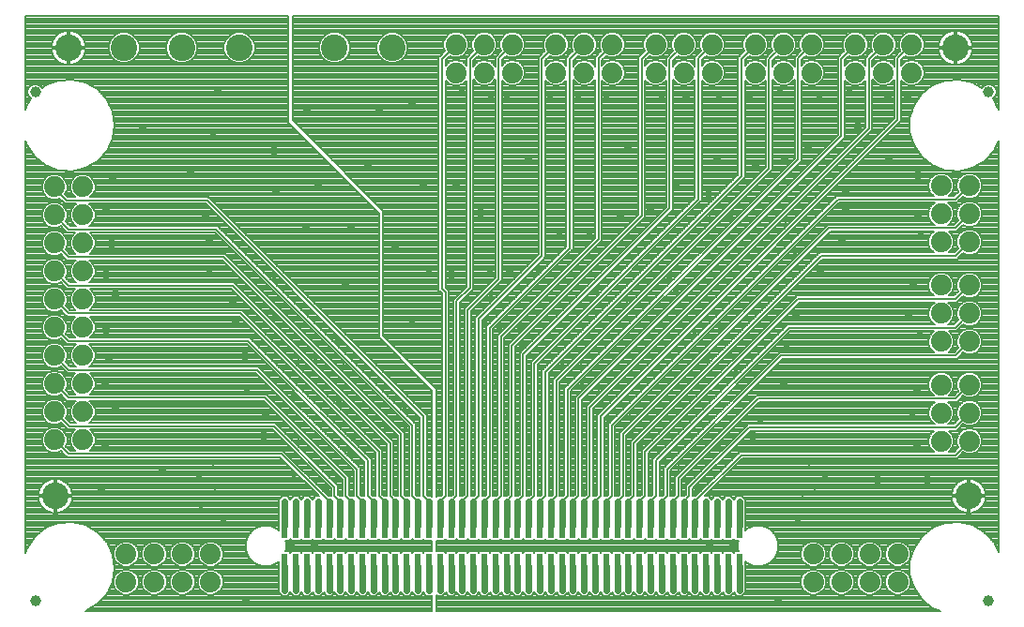
<source format=gtl>
G75*
G70*
%OFA0B0*%
%FSLAX24Y24*%
%IPPOS*%
%LPD*%
%AMOC8*
5,1,8,0,0,1.08239X$1,22.5*
%
%ADD10C,0.0394*%
%ADD11C,0.0945*%
%ADD12R,0.0236X0.0906*%
%ADD13C,0.0740*%
%ADD14C,0.0295*%
%ADD15C,0.0200*%
%ADD16C,0.0080*%
%ADD17C,0.0180*%
%ADD18C,0.0240*%
%ADD19C,0.0100*%
D10*
X000927Y000930D03*
X000927Y019040D03*
X034786Y019040D03*
X034786Y000930D03*
D11*
X034077Y004670D03*
X033605Y020615D03*
X013605Y020615D03*
X011557Y020615D03*
X008171Y020615D03*
X006124Y020615D03*
X004077Y020615D03*
X002109Y020615D03*
X001636Y004670D03*
D12*
X009786Y003627D03*
X010179Y003627D03*
X010573Y003627D03*
X010967Y003627D03*
X011360Y003627D03*
X011754Y003627D03*
X012148Y003627D03*
X012542Y003627D03*
X012935Y003627D03*
X013329Y003627D03*
X013723Y003627D03*
X014116Y003627D03*
X014510Y003627D03*
X014904Y003627D03*
X015297Y003627D03*
X015691Y003627D03*
X016085Y003627D03*
X016479Y003627D03*
X016872Y003627D03*
X017266Y003627D03*
X017660Y003627D03*
X018053Y003627D03*
X018447Y003627D03*
X018841Y003627D03*
X019234Y003627D03*
X019628Y003627D03*
X020022Y003627D03*
X020416Y003627D03*
X020809Y003627D03*
X021203Y003627D03*
X021597Y003627D03*
X021990Y003627D03*
X022384Y003627D03*
X022778Y003627D03*
X023171Y003627D03*
X023565Y003627D03*
X023959Y003627D03*
X024353Y003627D03*
X024746Y003627D03*
X025140Y003627D03*
X025534Y003627D03*
X025927Y003627D03*
X025927Y002170D03*
X025534Y002170D03*
X025140Y002170D03*
X024746Y002170D03*
X024353Y002170D03*
X023959Y002170D03*
X023565Y002170D03*
X023171Y002170D03*
X022778Y002170D03*
X022384Y002170D03*
X021990Y002170D03*
X021597Y002170D03*
X021203Y002170D03*
X020809Y002170D03*
X020416Y002170D03*
X020022Y002170D03*
X019628Y002170D03*
X019234Y002170D03*
X018841Y002170D03*
X018447Y002170D03*
X018053Y002170D03*
X017660Y002170D03*
X017266Y002170D03*
X016872Y002170D03*
X016479Y002170D03*
X016085Y002170D03*
X015691Y002170D03*
X015297Y002170D03*
X014904Y002170D03*
X014510Y002170D03*
X014116Y002170D03*
X013723Y002170D03*
X013329Y002170D03*
X012935Y002170D03*
X012542Y002170D03*
X012148Y002170D03*
X011754Y002170D03*
X011360Y002170D03*
X010967Y002170D03*
X010573Y002170D03*
X010179Y002170D03*
X009786Y002170D03*
D13*
X007152Y002611D03*
X006152Y002611D03*
X005152Y002611D03*
X004152Y002611D03*
X004152Y001611D03*
X005152Y001611D03*
X006152Y001611D03*
X007152Y001611D03*
X002609Y006666D03*
X001609Y006666D03*
X001609Y007666D03*
X002609Y007666D03*
X002609Y008666D03*
X001609Y008666D03*
X001609Y009666D03*
X002609Y009666D03*
X002609Y010666D03*
X001609Y010666D03*
X001609Y011666D03*
X002609Y011666D03*
X002609Y012666D03*
X001609Y012666D03*
X001609Y013666D03*
X002609Y013666D03*
X002609Y014666D03*
X001609Y014666D03*
X001609Y015666D03*
X002609Y015666D03*
X015872Y019721D03*
X016872Y019721D03*
X017872Y019721D03*
X017872Y020721D03*
X016872Y020721D03*
X015872Y020721D03*
X019416Y020721D03*
X020416Y020721D03*
X021416Y020721D03*
X021416Y019721D03*
X020416Y019721D03*
X019416Y019721D03*
X022959Y019721D03*
X023959Y019721D03*
X024959Y019721D03*
X024959Y020721D03*
X023959Y020721D03*
X022959Y020721D03*
X026502Y020721D03*
X027502Y020721D03*
X028502Y020721D03*
X028502Y019721D03*
X027502Y019721D03*
X026502Y019721D03*
X030046Y019721D03*
X031046Y019721D03*
X032046Y019721D03*
X032046Y020721D03*
X031046Y020721D03*
X030046Y020721D03*
X033105Y015709D03*
X034105Y015709D03*
X034105Y014709D03*
X033105Y014709D03*
X033105Y013709D03*
X034105Y013709D03*
X034105Y012166D03*
X033105Y012166D03*
X033105Y011166D03*
X034105Y011166D03*
X034105Y010166D03*
X033105Y010166D03*
X033105Y008623D03*
X034105Y008623D03*
X034105Y007623D03*
X033105Y007623D03*
X033105Y006623D03*
X034105Y006623D03*
X031561Y002611D03*
X030561Y002611D03*
X029561Y002611D03*
X028561Y002611D03*
X028561Y001611D03*
X029561Y001611D03*
X030561Y001611D03*
X031561Y001611D03*
D14*
X027305Y000930D03*
X025691Y002898D03*
X024864Y002898D03*
X025179Y006363D03*
X026400Y006796D03*
X026675Y007426D03*
X027502Y008607D03*
X027620Y010064D03*
X027935Y011048D03*
X028801Y012662D03*
X029589Y013725D03*
X029707Y014828D03*
X029707Y015536D03*
X031242Y016678D03*
X032266Y016087D03*
X032266Y014631D03*
X032384Y013922D03*
X032109Y012150D03*
X031951Y011087D03*
X032345Y010379D03*
X032227Y008410D03*
X032069Y007465D03*
X032227Y006402D03*
X032620Y005261D03*
X030849Y005261D03*
X018801Y012741D03*
X017778Y012662D03*
X017069Y012583D03*
X015691Y012544D03*
X014904Y012741D03*
X013723Y013528D03*
X012148Y014198D03*
X010534Y014237D03*
X009471Y015497D03*
X010967Y015772D03*
X012738Y016481D03*
X014707Y015694D03*
X015888Y015694D03*
X016754Y014749D03*
X018447Y016678D03*
X021715Y014631D03*
X022778Y014828D03*
X023723Y015654D03*
X024825Y015418D03*
X025140Y016678D03*
X026518Y016363D03*
X027542Y016599D03*
X028368Y017072D03*
X030140Y017820D03*
X031203Y018883D03*
X031912Y018804D03*
X029825Y019001D03*
X028762Y018961D03*
X027384Y019001D03*
X026282Y018922D03*
X025219Y018961D03*
X024038Y018843D03*
X023171Y018961D03*
X021203Y018961D03*
X020219Y018765D03*
X019195Y018961D03*
X017660Y018961D03*
X017109Y018765D03*
X016085Y019001D03*
X014313Y018646D03*
X013132Y018450D03*
X010573Y018450D03*
X009392Y016954D03*
X007227Y017623D03*
X006439Y016166D03*
X006990Y014591D03*
X007109Y013804D03*
X007109Y012583D03*
X007935Y011520D03*
X008053Y010851D03*
X008368Y009631D03*
X008447Y008528D03*
X009116Y007544D03*
X009038Y006796D03*
X005455Y005536D03*
X003408Y006442D03*
X003762Y007780D03*
X003408Y008686D03*
X003526Y009513D03*
X003447Y010576D03*
X003762Y011835D03*
X003447Y012544D03*
X003644Y013646D03*
X003447Y014906D03*
X003683Y015969D03*
X004746Y017780D03*
X007423Y019119D03*
X011951Y012229D03*
X014313Y010772D03*
X019549Y014080D03*
X020612Y013922D03*
X021990Y017072D03*
X003290Y004946D03*
X008408Y000930D03*
X010022Y002898D03*
X010849Y002898D03*
D15*
X010967Y001324D03*
X011360Y001324D03*
X011754Y001324D03*
X012148Y001324D03*
X012542Y001324D03*
X012935Y001324D03*
X013329Y001324D03*
X013723Y001324D03*
X014116Y001324D03*
X014510Y001324D03*
X014904Y001324D03*
X015297Y001324D03*
X015691Y001324D03*
X016085Y001324D03*
X016479Y001324D03*
X016872Y001324D03*
X017266Y001324D03*
X017660Y001324D03*
X018053Y001324D03*
X018447Y001324D03*
X018841Y001324D03*
X019234Y001324D03*
X019628Y001324D03*
X020022Y001324D03*
X020416Y001324D03*
X020809Y001324D03*
X021203Y001324D03*
X021597Y001324D03*
X021990Y001324D03*
X022384Y001324D03*
X022778Y001324D03*
X023171Y001324D03*
X023565Y001324D03*
X023959Y001324D03*
X024353Y001324D03*
X024746Y001324D03*
X025140Y001324D03*
X025534Y001324D03*
X025927Y001324D03*
X028014Y003765D03*
X029077Y004394D03*
X028605Y004828D03*
X028171Y004749D03*
X028959Y005339D03*
X028408Y005851D03*
X025927Y004473D03*
X025534Y004473D03*
X025140Y004473D03*
X024746Y004473D03*
X024353Y004473D03*
X023959Y004473D03*
X024431Y004906D03*
X024038Y005221D03*
X023762Y005694D03*
X023290Y005930D03*
X023053Y006324D03*
X022423Y006442D03*
X022109Y006875D03*
X022030Y007465D03*
X021282Y007387D03*
X021085Y007938D03*
X020927Y008528D03*
X020337Y008607D03*
X020297Y009276D03*
X019628Y009316D03*
X019471Y009867D03*
X018959Y010103D03*
X018211Y009985D03*
X018132Y010654D03*
X017423Y010615D03*
X016912Y010812D03*
X017109Y011757D03*
X016321Y011717D03*
X011872Y009276D03*
X010888Y009591D03*
X010258Y009434D03*
X011675Y010221D03*
X010179Y010969D03*
X009392Y011048D03*
X009392Y012465D03*
X010101Y008253D03*
X011085Y007898D03*
X011715Y008056D03*
X013408Y007072D03*
X013132Y006560D03*
X012227Y006757D03*
X012109Y006206D03*
X012109Y005457D03*
X011636Y005300D03*
X011282Y004906D03*
X011360Y004473D03*
X010967Y004473D03*
X010573Y004473D03*
X010179Y004473D03*
X009786Y004473D03*
X010101Y005300D03*
X011754Y004473D03*
X012148Y004473D03*
X012542Y004473D03*
X012935Y004473D03*
X013329Y004473D03*
X013723Y004473D03*
X014116Y004473D03*
X014510Y004473D03*
X014904Y004473D03*
X015297Y004473D03*
X015691Y004473D03*
X016085Y004473D03*
X016479Y004473D03*
X016872Y004473D03*
X017266Y004473D03*
X017660Y004473D03*
X018053Y004473D03*
X018447Y004473D03*
X018841Y004473D03*
X019234Y004473D03*
X019628Y004473D03*
X020022Y004473D03*
X020416Y004473D03*
X020809Y004473D03*
X021203Y004473D03*
X021597Y004473D03*
X021990Y004473D03*
X022384Y004473D03*
X022778Y004473D03*
X023171Y004473D03*
X023565Y004473D03*
X025809Y009080D03*
X025612Y009709D03*
X024786Y009513D03*
X024353Y010497D03*
X023880Y010772D03*
X023171Y010772D03*
X021951Y011639D03*
X020849Y011954D03*
X022384Y012780D03*
X023447Y012426D03*
X023683Y011993D03*
X025258Y010654D03*
X027896Y013331D03*
X027502Y013646D03*
X027581Y014473D03*
X026715Y014985D03*
X025612Y014631D03*
X024864Y014552D03*
X026557Y014119D03*
X014038Y007859D03*
X014077Y007032D03*
X010258Y006599D03*
X007227Y005851D03*
X006754Y005339D03*
X007305Y004828D03*
X006794Y004198D03*
X007620Y003804D03*
X009786Y001324D03*
X010179Y001324D03*
X010573Y001324D03*
D16*
X010451Y001163D02*
X010302Y001163D01*
X010262Y001124D02*
X010376Y001238D01*
X010490Y001124D01*
X010656Y001124D01*
X010770Y001238D01*
X010884Y001124D01*
X011050Y001124D01*
X011164Y001238D01*
X011278Y001124D01*
X011443Y001124D01*
X011557Y001238D01*
X011671Y001124D01*
X011837Y001124D01*
X011951Y001238D01*
X012065Y001124D01*
X012231Y001124D01*
X012345Y001238D01*
X012459Y001124D01*
X012624Y001124D01*
X012738Y001238D01*
X012852Y001124D01*
X013018Y001124D01*
X013132Y001238D01*
X013246Y001124D01*
X013412Y001124D01*
X013526Y001238D01*
X013640Y001124D01*
X013806Y001124D01*
X013920Y001238D01*
X014034Y001124D01*
X014199Y001124D01*
X014313Y001238D01*
X014427Y001124D01*
X014593Y001124D01*
X014707Y001238D01*
X014821Y001124D01*
X014987Y001124D01*
X015022Y001159D01*
X015022Y000583D01*
X002699Y000583D01*
X002708Y000584D01*
X003131Y000829D01*
X003464Y001187D01*
X003676Y001628D01*
X003749Y002111D01*
X003676Y002594D01*
X003464Y003035D01*
X003131Y003393D01*
X002708Y003638D01*
X002708Y003638D01*
X002231Y003746D01*
X001744Y003710D01*
X001744Y003710D01*
X001289Y003531D01*
X001289Y003531D01*
X000906Y003227D01*
X000906Y003227D01*
X000906Y003227D01*
X000631Y002823D01*
X000631Y002823D01*
X000580Y002658D01*
X000580Y017313D01*
X000631Y017147D01*
X000906Y016744D01*
X000906Y016744D01*
X000906Y016744D01*
X001289Y016439D01*
X001744Y016260D01*
X002231Y016224D01*
X002708Y016332D01*
X003131Y016577D01*
X003464Y016935D01*
X003676Y017376D01*
X003749Y017859D01*
X003676Y018342D01*
X003676Y018342D01*
X003464Y018783D01*
X003131Y019141D01*
X002708Y019386D01*
X002708Y019386D01*
X002231Y019494D01*
X001744Y019458D01*
X001744Y019458D01*
X001289Y019279D01*
X001168Y019183D01*
X001162Y019197D01*
X001084Y019275D01*
X000982Y019317D01*
X000872Y019317D01*
X000771Y019275D01*
X000693Y019197D01*
X000651Y019095D01*
X000651Y018985D01*
X000693Y018883D01*
X000771Y018805D01*
X000787Y018799D01*
X000631Y018571D01*
X000580Y018406D01*
X000580Y021750D01*
X009904Y021750D01*
X009904Y017938D01*
X013132Y014709D01*
X013132Y010300D01*
X015022Y008410D01*
X015022Y004638D01*
X014987Y004673D01*
X014873Y004673D01*
X014827Y004720D01*
X014827Y007554D01*
X007150Y015232D01*
X007079Y015302D01*
X002881Y015302D01*
X002990Y015411D01*
X003059Y015577D01*
X003059Y015756D01*
X002990Y015921D01*
X002863Y016048D01*
X002698Y016116D01*
X002519Y016116D01*
X002354Y016048D01*
X002227Y015921D01*
X002159Y015756D01*
X002159Y015577D01*
X002227Y015411D01*
X002336Y015302D01*
X002079Y015302D01*
X001980Y015401D01*
X001990Y015411D01*
X002059Y015577D01*
X002059Y015756D01*
X001990Y015921D01*
X001863Y016048D01*
X001698Y016116D01*
X001519Y016116D01*
X001354Y016048D01*
X001227Y015921D01*
X001159Y015756D01*
X001159Y015577D01*
X001227Y015411D01*
X001354Y015285D01*
X001519Y015216D01*
X001698Y015216D01*
X001788Y015254D01*
X001910Y015132D01*
X001980Y015062D01*
X002388Y015062D01*
X002354Y015048D01*
X002227Y014921D01*
X002159Y014756D01*
X002159Y014577D01*
X002227Y014411D01*
X002354Y014285D01*
X002369Y014278D01*
X002159Y014278D01*
X002001Y014438D01*
X002059Y014577D01*
X002059Y014756D01*
X001990Y014921D01*
X001863Y015048D01*
X001698Y015116D01*
X001519Y015116D01*
X001354Y015048D01*
X001227Y014921D01*
X001159Y014756D01*
X001159Y014577D01*
X001227Y014411D01*
X001354Y014285D01*
X001519Y014216D01*
X001698Y014216D01*
X001830Y014271D01*
X001989Y014109D01*
X001989Y014109D01*
X002023Y014074D01*
X002058Y014039D01*
X002058Y014039D01*
X002059Y014038D01*
X002108Y014038D01*
X002157Y014038D01*
X002158Y014038D01*
X002344Y014038D01*
X002227Y013921D01*
X002159Y013756D01*
X002159Y013577D01*
X002227Y013411D01*
X002344Y013294D01*
X002150Y013294D01*
X002003Y013442D01*
X002059Y013577D01*
X002059Y013756D01*
X001990Y013921D01*
X001863Y014048D01*
X001698Y014116D01*
X001519Y014116D01*
X001354Y014048D01*
X001227Y013921D01*
X001159Y013756D01*
X001159Y013577D01*
X001227Y013411D01*
X001354Y013285D01*
X001519Y013216D01*
X001698Y013216D01*
X001833Y013272D01*
X001981Y013124D01*
X002051Y013054D01*
X002369Y013054D01*
X002354Y013048D01*
X002227Y012921D01*
X002159Y012756D01*
X002159Y012577D01*
X002227Y012411D01*
X002354Y012285D01*
X002388Y012270D01*
X002159Y012270D01*
X002000Y012435D01*
X002059Y012577D01*
X002059Y012756D01*
X001990Y012921D01*
X001863Y013048D01*
X001698Y013116D01*
X001519Y013116D01*
X001354Y013048D01*
X001227Y012921D01*
X001159Y012756D01*
X001159Y012577D01*
X001227Y012411D01*
X001354Y012285D01*
X001519Y012216D01*
X001698Y012216D01*
X001826Y012269D01*
X001989Y012102D01*
X001989Y012101D01*
X002023Y012066D01*
X002057Y012031D01*
X002058Y012031D01*
X002059Y012030D01*
X002108Y012030D01*
X002156Y012030D01*
X002157Y012030D01*
X002336Y012030D01*
X002227Y011921D01*
X002159Y011756D01*
X002159Y011577D01*
X002227Y011411D01*
X002352Y011286D01*
X002158Y011286D01*
X002003Y011442D01*
X002059Y011577D01*
X002059Y011756D01*
X001990Y011921D01*
X001863Y012048D01*
X001698Y012116D01*
X001519Y012116D01*
X001354Y012048D01*
X001227Y011921D01*
X001159Y011756D01*
X001159Y011577D01*
X001227Y011411D01*
X001354Y011285D01*
X001519Y011216D01*
X001698Y011216D01*
X001833Y011272D01*
X001989Y011116D01*
X002059Y011046D01*
X002352Y011046D01*
X002227Y010921D01*
X002159Y010756D01*
X002159Y010577D01*
X002227Y010411D01*
X002336Y010302D01*
X002142Y010302D01*
X002003Y010442D01*
X002059Y010577D01*
X002059Y010756D01*
X001990Y010921D01*
X001863Y011048D01*
X001698Y011116D01*
X001519Y011116D01*
X001354Y011048D01*
X001227Y010921D01*
X001159Y010756D01*
X001159Y010577D01*
X001227Y010411D01*
X001354Y010285D01*
X001519Y010216D01*
X001698Y010216D01*
X001833Y010272D01*
X001973Y010132D01*
X002043Y010062D01*
X002388Y010062D01*
X002354Y010048D01*
X002227Y009921D01*
X002159Y009756D01*
X002159Y009577D01*
X002227Y009411D01*
X002354Y009285D01*
X002369Y009278D01*
X002166Y009278D01*
X002003Y009442D01*
X002059Y009577D01*
X002059Y009756D01*
X001990Y009921D01*
X001863Y010048D01*
X001698Y010116D01*
X001519Y010116D01*
X001354Y010048D01*
X001227Y009921D01*
X001159Y009756D01*
X001159Y009577D01*
X001227Y009411D01*
X001354Y009285D01*
X001519Y009216D01*
X001698Y009216D01*
X001833Y009272D01*
X001996Y009109D01*
X002067Y009038D01*
X002344Y009038D01*
X002227Y008921D01*
X002159Y008756D01*
X002159Y008577D01*
X002227Y008411D01*
X002344Y008294D01*
X002150Y008294D01*
X002003Y008442D01*
X002059Y008577D01*
X002059Y008756D01*
X001990Y008921D01*
X001863Y009048D01*
X001698Y009116D01*
X001519Y009116D01*
X001354Y009048D01*
X001227Y008921D01*
X001159Y008756D01*
X001159Y008577D01*
X001227Y008411D01*
X001354Y008285D01*
X001519Y008216D01*
X001698Y008216D01*
X001833Y008272D01*
X001981Y008124D01*
X002051Y008054D01*
X002369Y008054D01*
X002354Y008048D01*
X002227Y007921D01*
X002159Y007756D01*
X002159Y007577D01*
X002227Y007411D01*
X002354Y007285D01*
X002388Y007270D01*
X002174Y007270D01*
X002003Y007442D01*
X002059Y007577D01*
X002059Y007756D01*
X001990Y007921D01*
X001863Y008048D01*
X001698Y008116D01*
X001519Y008116D01*
X001354Y008048D01*
X001227Y007921D01*
X001159Y007756D01*
X001159Y007577D01*
X001227Y007411D01*
X001354Y007285D01*
X001519Y007216D01*
X001698Y007216D01*
X001833Y007272D01*
X002004Y007101D01*
X002004Y007101D01*
X002075Y007030D01*
X002336Y007030D01*
X002227Y006921D01*
X002159Y006756D01*
X002159Y006577D01*
X002227Y006411D01*
X002352Y006286D01*
X002158Y006286D01*
X002003Y006442D01*
X002059Y006577D01*
X002059Y006756D01*
X001990Y006921D01*
X001863Y007048D01*
X001698Y007116D01*
X001519Y007116D01*
X001354Y007048D01*
X001227Y006921D01*
X001159Y006756D01*
X001159Y006577D01*
X001227Y006411D01*
X001354Y006285D01*
X001519Y006216D01*
X001698Y006216D01*
X001833Y006272D01*
X001989Y006116D01*
X002059Y006046D01*
X009618Y006046D01*
X010991Y004673D01*
X010884Y004673D01*
X010770Y004559D01*
X010656Y004673D01*
X010490Y004673D01*
X010376Y004559D01*
X010262Y004673D01*
X010097Y004673D01*
X009983Y004559D01*
X009869Y004673D01*
X009703Y004673D01*
X009586Y004556D01*
X009586Y003544D01*
X009588Y003542D01*
X009588Y003439D01*
X009522Y003505D01*
X009259Y003614D01*
X008974Y003614D01*
X008711Y003505D01*
X008510Y003304D01*
X008401Y003041D01*
X008401Y002756D01*
X008510Y002493D01*
X008711Y002292D01*
X008974Y002183D01*
X009259Y002183D01*
X009522Y002292D01*
X009588Y002358D01*
X009588Y002255D01*
X009586Y002253D01*
X009586Y001241D01*
X009703Y001124D01*
X009869Y001124D01*
X009983Y001238D01*
X010097Y001124D01*
X010262Y001124D01*
X010057Y001163D02*
X009908Y001163D01*
X009663Y001163D02*
X007246Y001163D01*
X007241Y001161D02*
X007407Y001230D01*
X007533Y001356D01*
X007602Y001522D01*
X007602Y001701D01*
X007533Y001866D01*
X007407Y001993D01*
X007241Y002061D01*
X007062Y002061D01*
X006897Y001993D01*
X006770Y001866D01*
X006702Y001701D01*
X006702Y001522D01*
X006770Y001356D01*
X006897Y001230D01*
X007062Y001161D01*
X007241Y001161D01*
X007057Y001163D02*
X006246Y001163D01*
X006241Y001161D02*
X006407Y001230D01*
X006533Y001356D01*
X006602Y001522D01*
X006602Y001701D01*
X006533Y001866D01*
X006407Y001993D01*
X006241Y002061D01*
X006062Y002061D01*
X005897Y001993D01*
X005770Y001866D01*
X005702Y001701D01*
X005702Y001522D01*
X005770Y001356D01*
X005897Y001230D01*
X006062Y001161D01*
X006241Y001161D01*
X006057Y001163D02*
X005246Y001163D01*
X005241Y001161D02*
X005407Y001230D01*
X005533Y001356D01*
X005602Y001522D01*
X005602Y001701D01*
X005533Y001866D01*
X005407Y001993D01*
X005241Y002061D01*
X005062Y002061D01*
X004897Y001993D01*
X004770Y001866D01*
X004702Y001701D01*
X004702Y001522D01*
X004770Y001356D01*
X004897Y001230D01*
X005062Y001161D01*
X005241Y001161D01*
X005057Y001163D02*
X004246Y001163D01*
X004241Y001161D02*
X004407Y001230D01*
X004533Y001356D01*
X004602Y001522D01*
X004602Y001701D01*
X004533Y001866D01*
X004407Y001993D01*
X004241Y002061D01*
X004062Y002061D01*
X003897Y001993D01*
X003770Y001866D01*
X003702Y001701D01*
X003702Y001522D01*
X003770Y001356D01*
X003897Y001230D01*
X004062Y001161D01*
X004241Y001161D01*
X004057Y001163D02*
X003441Y001163D01*
X003464Y001187D02*
X003464Y001187D01*
X003490Y001242D02*
X003885Y001242D01*
X003806Y001320D02*
X003528Y001320D01*
X003565Y001399D02*
X003753Y001399D01*
X003720Y001477D02*
X003603Y001477D01*
X003641Y001556D02*
X003702Y001556D01*
X003676Y001628D02*
X003676Y001628D01*
X003677Y001634D02*
X003702Y001634D01*
X003707Y001713D02*
X003688Y001713D01*
X003700Y001791D02*
X003739Y001791D01*
X003712Y001870D02*
X003774Y001870D01*
X003724Y001948D02*
X003852Y001948D01*
X003736Y002027D02*
X003979Y002027D01*
X004062Y002161D02*
X004241Y002161D01*
X004407Y002230D01*
X004533Y002356D01*
X004602Y002522D01*
X004602Y002701D01*
X004533Y002866D01*
X004407Y002993D01*
X004241Y003061D01*
X004062Y003061D01*
X003897Y002993D01*
X003770Y002866D01*
X003702Y002701D01*
X003702Y002522D01*
X003770Y002356D01*
X003897Y002230D01*
X004062Y002161D01*
X004008Y002184D02*
X003738Y002184D01*
X003726Y002262D02*
X003864Y002262D01*
X003786Y002341D02*
X003714Y002341D01*
X003702Y002419D02*
X003744Y002419D01*
X003712Y002498D02*
X003690Y002498D01*
X003678Y002576D02*
X003702Y002576D01*
X003676Y002594D02*
X003676Y002594D01*
X003702Y002655D02*
X003647Y002655D01*
X003609Y002733D02*
X003715Y002733D01*
X003748Y002812D02*
X003571Y002812D01*
X003533Y002890D02*
X003794Y002890D01*
X003873Y002969D02*
X003495Y002969D01*
X003464Y003035D02*
X003464Y003035D01*
X003452Y003047D02*
X004029Y003047D01*
X004275Y003047D02*
X005029Y003047D01*
X005062Y003061D02*
X004897Y002993D01*
X004770Y002866D01*
X004702Y002701D01*
X004702Y002522D01*
X004770Y002356D01*
X004897Y002230D01*
X005062Y002161D01*
X005241Y002161D01*
X005407Y002230D01*
X005533Y002356D01*
X005602Y002522D01*
X005602Y002701D01*
X005533Y002866D01*
X005407Y002993D01*
X005241Y003061D01*
X005062Y003061D01*
X004873Y002969D02*
X004431Y002969D01*
X004509Y002890D02*
X004794Y002890D01*
X004748Y002812D02*
X004556Y002812D01*
X004588Y002733D02*
X004715Y002733D01*
X004702Y002655D02*
X004602Y002655D01*
X004602Y002576D02*
X004702Y002576D01*
X004712Y002498D02*
X004592Y002498D01*
X004559Y002419D02*
X004744Y002419D01*
X004786Y002341D02*
X004518Y002341D01*
X004439Y002262D02*
X004864Y002262D01*
X005008Y002184D02*
X004296Y002184D01*
X004325Y002027D02*
X004979Y002027D01*
X004852Y001948D02*
X004451Y001948D01*
X004530Y001870D02*
X004774Y001870D01*
X004739Y001791D02*
X004564Y001791D01*
X004597Y001713D02*
X004707Y001713D01*
X004702Y001634D02*
X004602Y001634D01*
X004602Y001556D02*
X004702Y001556D01*
X004720Y001477D02*
X004583Y001477D01*
X004551Y001399D02*
X004753Y001399D01*
X004806Y001320D02*
X004497Y001320D01*
X004419Y001242D02*
X004885Y001242D01*
X005419Y001242D02*
X005885Y001242D01*
X005806Y001320D02*
X005497Y001320D01*
X005551Y001399D02*
X005753Y001399D01*
X005720Y001477D02*
X005583Y001477D01*
X005602Y001556D02*
X005702Y001556D01*
X005702Y001634D02*
X005602Y001634D01*
X005597Y001713D02*
X005707Y001713D01*
X005739Y001791D02*
X005564Y001791D01*
X005530Y001870D02*
X005774Y001870D01*
X005852Y001948D02*
X005451Y001948D01*
X005325Y002027D02*
X005979Y002027D01*
X006062Y002161D02*
X006241Y002161D01*
X006407Y002230D01*
X006533Y002356D01*
X006602Y002522D01*
X006602Y002701D01*
X006533Y002866D01*
X006407Y002993D01*
X006241Y003061D01*
X006062Y003061D01*
X005897Y002993D01*
X005770Y002866D01*
X005702Y002701D01*
X005702Y002522D01*
X005770Y002356D01*
X005897Y002230D01*
X006062Y002161D01*
X006008Y002184D02*
X005296Y002184D01*
X005439Y002262D02*
X005864Y002262D01*
X005786Y002341D02*
X005518Y002341D01*
X005559Y002419D02*
X005744Y002419D01*
X005712Y002498D02*
X005592Y002498D01*
X005602Y002576D02*
X005702Y002576D01*
X005702Y002655D02*
X005602Y002655D01*
X005588Y002733D02*
X005715Y002733D01*
X005748Y002812D02*
X005556Y002812D01*
X005509Y002890D02*
X005794Y002890D01*
X005873Y002969D02*
X005431Y002969D01*
X005275Y003047D02*
X006029Y003047D01*
X006275Y003047D02*
X007029Y003047D01*
X007062Y003061D02*
X006897Y002993D01*
X006770Y002866D01*
X006702Y002701D01*
X006702Y002522D01*
X006770Y002356D01*
X006897Y002230D01*
X007062Y002161D01*
X007241Y002161D01*
X007407Y002230D01*
X007533Y002356D01*
X007602Y002522D01*
X007602Y002701D01*
X007533Y002866D01*
X007407Y002993D01*
X007241Y003061D01*
X007062Y003061D01*
X006873Y002969D02*
X006431Y002969D01*
X006509Y002890D02*
X006794Y002890D01*
X006748Y002812D02*
X006556Y002812D01*
X006588Y002733D02*
X006715Y002733D01*
X006702Y002655D02*
X006602Y002655D01*
X006602Y002576D02*
X006702Y002576D01*
X006712Y002498D02*
X006592Y002498D01*
X006559Y002419D02*
X006744Y002419D01*
X006786Y002341D02*
X006518Y002341D01*
X006439Y002262D02*
X006864Y002262D01*
X007008Y002184D02*
X006296Y002184D01*
X006325Y002027D02*
X006979Y002027D01*
X006852Y001948D02*
X006451Y001948D01*
X006530Y001870D02*
X006774Y001870D01*
X006739Y001791D02*
X006564Y001791D01*
X006597Y001713D02*
X006707Y001713D01*
X006702Y001634D02*
X006602Y001634D01*
X006602Y001556D02*
X006702Y001556D01*
X006720Y001477D02*
X006583Y001477D01*
X006551Y001399D02*
X006753Y001399D01*
X006806Y001320D02*
X006497Y001320D01*
X006419Y001242D02*
X006885Y001242D01*
X007419Y001242D02*
X009586Y001242D01*
X009586Y001320D02*
X007497Y001320D01*
X007551Y001399D02*
X009586Y001399D01*
X009586Y001477D02*
X007583Y001477D01*
X007602Y001556D02*
X009586Y001556D01*
X009586Y001634D02*
X007602Y001634D01*
X007597Y001713D02*
X009586Y001713D01*
X009586Y001791D02*
X007564Y001791D01*
X007530Y001870D02*
X009586Y001870D01*
X009586Y001948D02*
X007451Y001948D01*
X007325Y002027D02*
X009586Y002027D01*
X009586Y002105D02*
X003748Y002105D01*
X003379Y003126D02*
X008436Y003126D01*
X008468Y003204D02*
X003307Y003204D01*
X003234Y003283D02*
X008501Y003283D01*
X008567Y003361D02*
X003161Y003361D01*
X003131Y003393D02*
X003131Y003393D01*
X003051Y003440D02*
X008645Y003440D01*
X008742Y003518D02*
X002915Y003518D01*
X002779Y003597D02*
X008932Y003597D01*
X009301Y003597D02*
X009586Y003597D01*
X009586Y003675D02*
X002544Y003675D01*
X002231Y003746D02*
X002231Y003746D01*
X001957Y004146D02*
X002035Y004203D01*
X002103Y004271D01*
X002160Y004349D01*
X002204Y004435D01*
X002233Y004527D01*
X002249Y004622D01*
X002249Y004630D01*
X001676Y004630D01*
X001676Y004058D01*
X001684Y004058D01*
X001779Y004073D01*
X001871Y004102D01*
X001957Y004146D01*
X009586Y004146D01*
X009586Y004068D02*
X001747Y004068D01*
X001676Y004068D02*
X001596Y004068D01*
X001596Y004058D02*
X001596Y004630D01*
X001676Y004630D01*
X001676Y004710D01*
X002249Y004710D01*
X002249Y004718D01*
X002233Y004814D01*
X002204Y004905D01*
X002160Y004991D01*
X002103Y005069D01*
X002035Y005137D01*
X001957Y005194D01*
X001871Y005238D01*
X001779Y005267D01*
X001684Y005283D01*
X001676Y005283D01*
X001676Y004710D01*
X001596Y004710D01*
X001596Y004630D01*
X001024Y004630D01*
X001024Y004622D01*
X001039Y004527D01*
X001068Y004435D01*
X001112Y004349D01*
X001169Y004271D01*
X001237Y004203D01*
X001315Y004146D01*
X001401Y004102D01*
X001493Y004073D01*
X001588Y004058D01*
X001596Y004058D01*
X001525Y004068D02*
X000580Y004068D01*
X000580Y004146D02*
X001315Y004146D01*
X001215Y004225D02*
X000580Y004225D01*
X000580Y004303D02*
X001146Y004303D01*
X001096Y004382D02*
X000580Y004382D01*
X000580Y004460D02*
X001060Y004460D01*
X001037Y004539D02*
X000580Y004539D01*
X000580Y004617D02*
X001024Y004617D01*
X001024Y004710D02*
X001596Y004710D01*
X001596Y005283D01*
X001588Y005283D01*
X001493Y005267D01*
X001401Y005238D01*
X001315Y005194D01*
X001237Y005137D01*
X001169Y005069D01*
X001112Y004991D01*
X001068Y004905D01*
X001039Y004814D01*
X001024Y004718D01*
X001024Y004710D01*
X001032Y004774D02*
X000580Y004774D01*
X000580Y004696D02*
X001596Y004696D01*
X001596Y004774D02*
X001676Y004774D01*
X001676Y004696D02*
X010968Y004696D01*
X010890Y004774D02*
X002240Y004774D01*
X002221Y004853D02*
X010811Y004853D01*
X010733Y004931D02*
X002191Y004931D01*
X002147Y005010D02*
X010654Y005010D01*
X010576Y005088D02*
X002084Y005088D01*
X001995Y005167D02*
X010497Y005167D01*
X010419Y005245D02*
X001849Y005245D01*
X001676Y005245D02*
X001596Y005245D01*
X001596Y005167D02*
X001676Y005167D01*
X001676Y005088D02*
X001596Y005088D01*
X001596Y005010D02*
X001676Y005010D01*
X001676Y004931D02*
X001596Y004931D01*
X001596Y004853D02*
X001676Y004853D01*
X001676Y004617D02*
X001596Y004617D01*
X001596Y004539D02*
X001676Y004539D01*
X001676Y004460D02*
X001596Y004460D01*
X001596Y004382D02*
X001676Y004382D01*
X001676Y004303D02*
X001596Y004303D01*
X001596Y004225D02*
X001676Y004225D01*
X001676Y004146D02*
X001596Y004146D01*
X002057Y004225D02*
X009586Y004225D01*
X009586Y004303D02*
X002126Y004303D01*
X002176Y004382D02*
X009586Y004382D01*
X009586Y004460D02*
X002212Y004460D01*
X002235Y004539D02*
X009586Y004539D01*
X009647Y004617D02*
X002248Y004617D01*
X001424Y005245D02*
X000580Y005245D01*
X000580Y005167D02*
X001277Y005167D01*
X001188Y005088D02*
X000580Y005088D01*
X000580Y005010D02*
X001126Y005010D01*
X001082Y004931D02*
X000580Y004931D01*
X000580Y004853D02*
X001051Y004853D01*
X000580Y005324D02*
X010340Y005324D01*
X010262Y005402D02*
X000580Y005402D01*
X000580Y005481D02*
X010183Y005481D01*
X010105Y005559D02*
X000580Y005559D01*
X000580Y005638D02*
X010026Y005638D01*
X009948Y005716D02*
X000580Y005716D01*
X000580Y005795D02*
X009869Y005795D01*
X009791Y005873D02*
X000580Y005873D01*
X000580Y005952D02*
X009712Y005952D01*
X009634Y006030D02*
X000580Y006030D01*
X000580Y006109D02*
X001996Y006109D01*
X001918Y006187D02*
X000580Y006187D01*
X000580Y006266D02*
X001400Y006266D01*
X001294Y006344D02*
X000580Y006344D01*
X000580Y006423D02*
X001222Y006423D01*
X001190Y006501D02*
X000580Y006501D01*
X000580Y006580D02*
X001159Y006580D01*
X001159Y006658D02*
X000580Y006658D01*
X000580Y006737D02*
X001159Y006737D01*
X001183Y006815D02*
X000580Y006815D01*
X000580Y006894D02*
X001216Y006894D01*
X001278Y006972D02*
X000580Y006972D01*
X000580Y007051D02*
X001361Y007051D01*
X001352Y007286D02*
X000580Y007286D01*
X000580Y007208D02*
X001897Y007208D01*
X001976Y007129D02*
X000580Y007129D01*
X000580Y007365D02*
X001274Y007365D01*
X001214Y007443D02*
X000580Y007443D01*
X000580Y007522D02*
X001181Y007522D01*
X001159Y007600D02*
X000580Y007600D01*
X000580Y007679D02*
X001159Y007679D01*
X001159Y007757D02*
X000580Y007757D01*
X000580Y007836D02*
X001192Y007836D01*
X001224Y007914D02*
X000580Y007914D01*
X000580Y007993D02*
X001299Y007993D01*
X001410Y008071D02*
X000580Y008071D01*
X000580Y008150D02*
X001955Y008150D01*
X001877Y008228D02*
X001727Y008228D01*
X001807Y008071D02*
X002034Y008071D01*
X002101Y008174D02*
X009077Y008174D01*
X011951Y005300D01*
X011951Y004670D01*
X012148Y004473D01*
X012118Y004673D02*
X012225Y004673D01*
X012225Y005565D01*
X008752Y009038D01*
X002873Y009038D01*
X002990Y008921D01*
X003059Y008756D01*
X003059Y008577D01*
X002990Y008411D01*
X002873Y008294D01*
X009127Y008294D01*
X009197Y008224D01*
X012071Y005350D01*
X012071Y004720D01*
X012118Y004673D01*
X012095Y004696D02*
X012225Y004696D01*
X012225Y004774D02*
X012071Y004774D01*
X012071Y004853D02*
X012225Y004853D01*
X012225Y004931D02*
X012071Y004931D01*
X012071Y005010D02*
X012225Y005010D01*
X012225Y005088D02*
X012071Y005088D01*
X012071Y005167D02*
X012225Y005167D01*
X012225Y005245D02*
X012071Y005245D01*
X012071Y005324D02*
X012225Y005324D01*
X012225Y005402D02*
X012019Y005402D01*
X011940Y005481D02*
X012225Y005481D01*
X012225Y005559D02*
X011862Y005559D01*
X011783Y005638D02*
X012152Y005638D01*
X012074Y005716D02*
X011705Y005716D01*
X011626Y005795D02*
X011995Y005795D01*
X011917Y005873D02*
X011548Y005873D01*
X011469Y005952D02*
X011838Y005952D01*
X011760Y006030D02*
X011391Y006030D01*
X011312Y006109D02*
X011681Y006109D01*
X011603Y006187D02*
X011234Y006187D01*
X011155Y006266D02*
X011524Y006266D01*
X011446Y006344D02*
X011077Y006344D01*
X010998Y006423D02*
X011367Y006423D01*
X011289Y006501D02*
X010920Y006501D01*
X010841Y006580D02*
X011210Y006580D01*
X011132Y006658D02*
X010763Y006658D01*
X010684Y006737D02*
X011053Y006737D01*
X010975Y006815D02*
X010606Y006815D01*
X010527Y006894D02*
X010896Y006894D01*
X010818Y006972D02*
X010449Y006972D01*
X010370Y007051D02*
X010739Y007051D01*
X010661Y007129D02*
X010292Y007129D01*
X010213Y007208D02*
X010582Y007208D01*
X010504Y007286D02*
X010135Y007286D01*
X010056Y007365D02*
X010425Y007365D01*
X010347Y007443D02*
X009978Y007443D01*
X009899Y007522D02*
X010268Y007522D01*
X010190Y007600D02*
X009821Y007600D01*
X009742Y007679D02*
X010111Y007679D01*
X010033Y007757D02*
X009664Y007757D01*
X009585Y007836D02*
X009954Y007836D01*
X009876Y007914D02*
X009507Y007914D01*
X009428Y007993D02*
X009797Y007993D01*
X009719Y008071D02*
X009350Y008071D01*
X009271Y008150D02*
X009640Y008150D01*
X009562Y008228D02*
X009193Y008228D01*
X009027Y008054D02*
X011831Y005250D01*
X011831Y004673D01*
X011724Y004673D01*
X011677Y004720D01*
X011677Y005035D01*
X009442Y007270D01*
X002829Y007270D01*
X002863Y007285D01*
X002990Y007411D01*
X003059Y007577D01*
X003059Y007756D01*
X002990Y007921D01*
X002863Y008048D01*
X002848Y008054D01*
X009027Y008054D01*
X009089Y007993D02*
X002918Y007993D01*
X002993Y007914D02*
X009167Y007914D01*
X009246Y007836D02*
X003025Y007836D01*
X003058Y007757D02*
X009324Y007757D01*
X009403Y007679D02*
X003059Y007679D01*
X003059Y007600D02*
X009481Y007600D01*
X009560Y007522D02*
X003036Y007522D01*
X003003Y007443D02*
X009638Y007443D01*
X009717Y007365D02*
X002943Y007365D01*
X002865Y007286D02*
X009795Y007286D01*
X009874Y007208D02*
X009505Y007208D01*
X009583Y007129D02*
X009952Y007129D01*
X010031Y007051D02*
X009662Y007051D01*
X009740Y006972D02*
X010109Y006972D01*
X010188Y006894D02*
X009819Y006894D01*
X009897Y006815D02*
X010266Y006815D01*
X010345Y006737D02*
X009976Y006737D01*
X010054Y006658D02*
X010423Y006658D01*
X010502Y006580D02*
X010133Y006580D01*
X010211Y006501D02*
X010580Y006501D01*
X010659Y006423D02*
X010290Y006423D01*
X010368Y006344D02*
X010737Y006344D01*
X010816Y006266D02*
X010447Y006266D01*
X010525Y006187D02*
X010894Y006187D01*
X010973Y006109D02*
X010604Y006109D01*
X010682Y006030D02*
X011051Y006030D01*
X011130Y005952D02*
X010761Y005952D01*
X010839Y005873D02*
X011208Y005873D01*
X011287Y005795D02*
X010918Y005795D01*
X010996Y005716D02*
X011365Y005716D01*
X011444Y005638D02*
X011075Y005638D01*
X011153Y005559D02*
X011522Y005559D01*
X011601Y005481D02*
X011232Y005481D01*
X011310Y005402D02*
X011679Y005402D01*
X011758Y005324D02*
X011389Y005324D01*
X011467Y005245D02*
X011831Y005245D01*
X011831Y005167D02*
X011546Y005167D01*
X011624Y005088D02*
X011831Y005088D01*
X011831Y005010D02*
X011677Y005010D01*
X011677Y004931D02*
X011831Y004931D01*
X011831Y004853D02*
X011677Y004853D01*
X011677Y004774D02*
X011831Y004774D01*
X011831Y004696D02*
X011702Y004696D01*
X011557Y004670D02*
X011557Y004985D01*
X009392Y007150D01*
X002124Y007150D01*
X001609Y007666D01*
X002025Y007836D02*
X002192Y007836D01*
X002224Y007914D02*
X001993Y007914D01*
X001918Y007993D02*
X002299Y007993D01*
X002101Y008174D02*
X001609Y008666D01*
X002017Y008856D02*
X002200Y008856D01*
X002168Y008778D02*
X002049Y008778D01*
X002059Y008699D02*
X002159Y008699D01*
X002159Y008621D02*
X002059Y008621D01*
X002044Y008542D02*
X002173Y008542D01*
X002205Y008464D02*
X002012Y008464D01*
X002059Y008385D02*
X002253Y008385D01*
X002332Y008307D02*
X002138Y008307D01*
X001490Y008228D02*
X000580Y008228D01*
X000580Y008307D02*
X001332Y008307D01*
X001253Y008385D02*
X000580Y008385D01*
X000580Y008464D02*
X001205Y008464D01*
X001173Y008542D02*
X000580Y008542D01*
X000580Y008621D02*
X001159Y008621D01*
X001159Y008699D02*
X000580Y008699D01*
X000580Y008778D02*
X001168Y008778D01*
X001200Y008856D02*
X000580Y008856D01*
X000580Y008935D02*
X001241Y008935D01*
X001319Y009013D02*
X000580Y009013D01*
X000580Y009092D02*
X001460Y009092D01*
X001441Y009249D02*
X000580Y009249D01*
X000580Y009327D02*
X001311Y009327D01*
X001233Y009406D02*
X000580Y009406D01*
X000580Y009484D02*
X001197Y009484D01*
X001164Y009563D02*
X000580Y009563D01*
X000580Y009641D02*
X001159Y009641D01*
X001159Y009720D02*
X000580Y009720D01*
X000580Y009798D02*
X001176Y009798D01*
X001209Y009877D02*
X000580Y009877D01*
X000580Y009955D02*
X001261Y009955D01*
X001340Y010034D02*
X000580Y010034D01*
X000580Y010112D02*
X001509Y010112D01*
X001391Y010269D02*
X000580Y010269D01*
X000580Y010191D02*
X001914Y010191D01*
X001836Y010269D02*
X001826Y010269D01*
X001708Y010112D02*
X001993Y010112D01*
X002093Y010182D02*
X008486Y010182D01*
X012738Y005930D01*
X012738Y004670D01*
X012935Y004473D01*
X012905Y004673D02*
X012858Y004720D01*
X012858Y005980D01*
X008606Y010232D01*
X008536Y010302D01*
X002881Y010302D01*
X002990Y010411D01*
X003059Y010577D01*
X003059Y010756D01*
X002990Y010921D01*
X002865Y011046D01*
X008161Y011046D01*
X013012Y006195D01*
X013012Y004673D01*
X012905Y004673D01*
X012883Y004696D02*
X013012Y004696D01*
X013012Y004774D02*
X012858Y004774D01*
X012858Y004853D02*
X013012Y004853D01*
X013012Y004931D02*
X012858Y004931D01*
X012858Y005010D02*
X013012Y005010D01*
X013012Y005088D02*
X012858Y005088D01*
X012858Y005167D02*
X013012Y005167D01*
X013012Y005245D02*
X012858Y005245D01*
X012858Y005324D02*
X013012Y005324D01*
X013012Y005402D02*
X012858Y005402D01*
X012858Y005481D02*
X013012Y005481D01*
X013012Y005559D02*
X012858Y005559D01*
X012858Y005638D02*
X013012Y005638D01*
X013012Y005716D02*
X012858Y005716D01*
X012858Y005795D02*
X013012Y005795D01*
X013012Y005873D02*
X012858Y005873D01*
X012858Y005952D02*
X013012Y005952D01*
X013012Y006030D02*
X012808Y006030D01*
X012730Y006109D02*
X013012Y006109D01*
X013012Y006187D02*
X012651Y006187D01*
X012573Y006266D02*
X012942Y006266D01*
X012863Y006344D02*
X012494Y006344D01*
X012416Y006423D02*
X012785Y006423D01*
X012706Y006501D02*
X012337Y006501D01*
X012259Y006580D02*
X012628Y006580D01*
X012549Y006658D02*
X012180Y006658D01*
X012102Y006737D02*
X012471Y006737D01*
X012392Y006815D02*
X012023Y006815D01*
X011945Y006894D02*
X012314Y006894D01*
X012235Y006972D02*
X011866Y006972D01*
X011788Y007051D02*
X012157Y007051D01*
X012078Y007129D02*
X011709Y007129D01*
X011631Y007208D02*
X012000Y007208D01*
X011921Y007286D02*
X011552Y007286D01*
X011474Y007365D02*
X011843Y007365D01*
X011764Y007443D02*
X011395Y007443D01*
X011317Y007522D02*
X011686Y007522D01*
X011607Y007600D02*
X011238Y007600D01*
X011160Y007679D02*
X011529Y007679D01*
X011450Y007757D02*
X011081Y007757D01*
X011003Y007836D02*
X011372Y007836D01*
X011293Y007914D02*
X010924Y007914D01*
X010846Y007993D02*
X011215Y007993D01*
X011136Y008071D02*
X010767Y008071D01*
X010689Y008150D02*
X011058Y008150D01*
X010979Y008228D02*
X010610Y008228D01*
X010532Y008307D02*
X010901Y008307D01*
X010822Y008385D02*
X010453Y008385D01*
X010375Y008464D02*
X010744Y008464D01*
X010665Y008542D02*
X010296Y008542D01*
X010218Y008621D02*
X010587Y008621D01*
X010508Y008699D02*
X010139Y008699D01*
X010061Y008778D02*
X010430Y008778D01*
X010351Y008856D02*
X009982Y008856D01*
X009904Y008935D02*
X010273Y008935D01*
X010194Y009013D02*
X009825Y009013D01*
X009747Y009092D02*
X010116Y009092D01*
X010037Y009170D02*
X009668Y009170D01*
X009590Y009249D02*
X009959Y009249D01*
X009880Y009327D02*
X009511Y009327D01*
X009433Y009406D02*
X009802Y009406D01*
X009723Y009484D02*
X009354Y009484D01*
X009276Y009563D02*
X009645Y009563D01*
X009566Y009641D02*
X009197Y009641D01*
X009119Y009720D02*
X009488Y009720D01*
X009409Y009798D02*
X009040Y009798D01*
X008961Y009877D02*
X009331Y009877D01*
X009252Y009955D02*
X008883Y009955D01*
X008804Y010034D02*
X009174Y010034D01*
X009095Y010112D02*
X008726Y010112D01*
X008647Y010191D02*
X009017Y010191D01*
X008938Y010269D02*
X008569Y010269D01*
X008437Y010062D02*
X012618Y005880D01*
X012618Y004673D01*
X012511Y004673D01*
X012465Y004720D01*
X012465Y005665D01*
X008921Y009208D01*
X008851Y009278D01*
X002848Y009278D01*
X002863Y009285D01*
X002990Y009411D01*
X003059Y009577D01*
X003059Y009756D01*
X002990Y009921D01*
X002863Y010048D01*
X002829Y010062D01*
X008437Y010062D01*
X008465Y010034D02*
X002877Y010034D01*
X002956Y009955D02*
X008544Y009955D01*
X008622Y009877D02*
X003008Y009877D01*
X003041Y009798D02*
X008701Y009798D01*
X008779Y009720D02*
X003059Y009720D01*
X003059Y009641D02*
X008858Y009641D01*
X008936Y009563D02*
X003053Y009563D01*
X003020Y009484D02*
X009015Y009484D01*
X009093Y009406D02*
X002984Y009406D01*
X002906Y009327D02*
X009172Y009327D01*
X009250Y009249D02*
X008881Y009249D01*
X008959Y009170D02*
X009329Y009170D01*
X009407Y009092D02*
X009038Y009092D01*
X009116Y009013D02*
X009486Y009013D01*
X009564Y008935D02*
X009195Y008935D01*
X009273Y008856D02*
X009643Y008856D01*
X009721Y008778D02*
X009352Y008778D01*
X009430Y008699D02*
X009800Y008699D01*
X009878Y008621D02*
X009509Y008621D01*
X009587Y008542D02*
X009957Y008542D01*
X010035Y008464D02*
X009666Y008464D01*
X009744Y008385D02*
X010114Y008385D01*
X010192Y008307D02*
X009823Y008307D01*
X009901Y008228D02*
X010271Y008228D01*
X010349Y008150D02*
X009980Y008150D01*
X010058Y008071D02*
X010428Y008071D01*
X010506Y007993D02*
X010137Y007993D01*
X010215Y007914D02*
X010585Y007914D01*
X010663Y007836D02*
X010294Y007836D01*
X010372Y007757D02*
X010742Y007757D01*
X010820Y007679D02*
X010451Y007679D01*
X010529Y007600D02*
X010899Y007600D01*
X010977Y007522D02*
X010608Y007522D01*
X010686Y007443D02*
X011056Y007443D01*
X011134Y007365D02*
X010765Y007365D01*
X010843Y007286D02*
X011213Y007286D01*
X011291Y007208D02*
X010922Y007208D01*
X011000Y007129D02*
X011370Y007129D01*
X011448Y007051D02*
X011079Y007051D01*
X011157Y006972D02*
X011527Y006972D01*
X011605Y006894D02*
X011236Y006894D01*
X011314Y006815D02*
X011684Y006815D01*
X011762Y006737D02*
X011393Y006737D01*
X011471Y006658D02*
X011841Y006658D01*
X011919Y006580D02*
X011550Y006580D01*
X011628Y006501D02*
X011998Y006501D01*
X012076Y006423D02*
X011707Y006423D01*
X011785Y006344D02*
X012155Y006344D01*
X012233Y006266D02*
X011864Y006266D01*
X011942Y006187D02*
X012312Y006187D01*
X012390Y006109D02*
X012021Y006109D01*
X012099Y006030D02*
X012469Y006030D01*
X012547Y005952D02*
X012178Y005952D01*
X012256Y005873D02*
X012618Y005873D01*
X012618Y005795D02*
X012335Y005795D01*
X012413Y005716D02*
X012618Y005716D01*
X012618Y005638D02*
X012465Y005638D01*
X012465Y005559D02*
X012618Y005559D01*
X012618Y005481D02*
X012465Y005481D01*
X012465Y005402D02*
X012618Y005402D01*
X012618Y005324D02*
X012465Y005324D01*
X012465Y005245D02*
X012618Y005245D01*
X012618Y005167D02*
X012465Y005167D01*
X012465Y005088D02*
X012618Y005088D01*
X012618Y005010D02*
X012465Y005010D01*
X012465Y004931D02*
X012618Y004931D01*
X012618Y004853D02*
X012465Y004853D01*
X012465Y004774D02*
X012618Y004774D01*
X012618Y004696D02*
X012489Y004696D01*
X012345Y004670D02*
X012345Y005615D01*
X008801Y009158D01*
X002116Y009158D01*
X001609Y009666D01*
X002020Y009484D02*
X002197Y009484D01*
X002164Y009563D02*
X002053Y009563D01*
X002059Y009641D02*
X002159Y009641D01*
X002159Y009720D02*
X002059Y009720D01*
X002041Y009798D02*
X002176Y009798D01*
X002209Y009877D02*
X002008Y009877D01*
X001956Y009955D02*
X002261Y009955D01*
X002340Y010034D02*
X001877Y010034D01*
X002093Y010182D02*
X001609Y010666D01*
X002059Y010662D02*
X002159Y010662D01*
X002159Y010740D02*
X002059Y010740D01*
X002032Y010819D02*
X002185Y010819D01*
X002217Y010897D02*
X002000Y010897D01*
X001935Y010976D02*
X002282Y010976D01*
X002051Y011054D02*
X001848Y011054D01*
X001972Y011133D02*
X000580Y011133D01*
X000580Y011211D02*
X001894Y011211D01*
X002109Y011166D02*
X008211Y011166D01*
X013132Y006245D01*
X013132Y004670D01*
X013329Y004473D01*
X013299Y004673D02*
X013252Y004720D01*
X013252Y006295D01*
X008331Y011216D01*
X008261Y011286D01*
X002865Y011286D01*
X002990Y011411D01*
X003059Y011577D01*
X003059Y011756D01*
X002990Y011921D01*
X002881Y012030D01*
X007886Y012030D01*
X013406Y006510D01*
X013406Y004673D01*
X013299Y004673D01*
X013276Y004696D02*
X013406Y004696D01*
X013406Y004774D02*
X013252Y004774D01*
X013252Y004853D02*
X013406Y004853D01*
X013406Y004931D02*
X013252Y004931D01*
X013252Y005010D02*
X013406Y005010D01*
X013406Y005088D02*
X013252Y005088D01*
X013252Y005167D02*
X013406Y005167D01*
X013406Y005245D02*
X013252Y005245D01*
X013252Y005324D02*
X013406Y005324D01*
X013406Y005402D02*
X013252Y005402D01*
X013252Y005481D02*
X013406Y005481D01*
X013406Y005559D02*
X013252Y005559D01*
X013252Y005638D02*
X013406Y005638D01*
X013406Y005716D02*
X013252Y005716D01*
X013252Y005795D02*
X013406Y005795D01*
X013406Y005873D02*
X013252Y005873D01*
X013252Y005952D02*
X013406Y005952D01*
X013406Y006030D02*
X013252Y006030D01*
X013252Y006109D02*
X013406Y006109D01*
X013406Y006187D02*
X013252Y006187D01*
X013252Y006266D02*
X013406Y006266D01*
X013406Y006344D02*
X013203Y006344D01*
X013124Y006423D02*
X013406Y006423D01*
X013406Y006501D02*
X013046Y006501D01*
X012967Y006580D02*
X013336Y006580D01*
X013258Y006658D02*
X012889Y006658D01*
X012810Y006737D02*
X013179Y006737D01*
X013101Y006815D02*
X012732Y006815D01*
X012653Y006894D02*
X013022Y006894D01*
X012944Y006972D02*
X012575Y006972D01*
X012496Y007051D02*
X012865Y007051D01*
X012787Y007129D02*
X012418Y007129D01*
X012339Y007208D02*
X012708Y007208D01*
X012630Y007286D02*
X012261Y007286D01*
X012182Y007365D02*
X012551Y007365D01*
X012473Y007443D02*
X012104Y007443D01*
X012025Y007522D02*
X012394Y007522D01*
X012316Y007600D02*
X011947Y007600D01*
X011868Y007679D02*
X012237Y007679D01*
X012159Y007757D02*
X011790Y007757D01*
X011711Y007836D02*
X012080Y007836D01*
X012002Y007914D02*
X011633Y007914D01*
X011554Y007993D02*
X011923Y007993D01*
X011845Y008071D02*
X011476Y008071D01*
X011397Y008150D02*
X011766Y008150D01*
X011688Y008228D02*
X011319Y008228D01*
X011240Y008307D02*
X011609Y008307D01*
X011531Y008385D02*
X011162Y008385D01*
X011083Y008464D02*
X011452Y008464D01*
X011374Y008542D02*
X011005Y008542D01*
X010926Y008621D02*
X011295Y008621D01*
X011217Y008699D02*
X010848Y008699D01*
X010769Y008778D02*
X011138Y008778D01*
X011060Y008856D02*
X010691Y008856D01*
X010612Y008935D02*
X010981Y008935D01*
X010903Y009013D02*
X010534Y009013D01*
X010455Y009092D02*
X010824Y009092D01*
X010746Y009170D02*
X010377Y009170D01*
X010298Y009249D02*
X010667Y009249D01*
X010589Y009327D02*
X010220Y009327D01*
X010141Y009406D02*
X010510Y009406D01*
X010432Y009484D02*
X010063Y009484D01*
X009984Y009563D02*
X010353Y009563D01*
X010275Y009641D02*
X009906Y009641D01*
X009827Y009720D02*
X010196Y009720D01*
X010118Y009798D02*
X009749Y009798D01*
X009670Y009877D02*
X010039Y009877D01*
X009961Y009955D02*
X009592Y009955D01*
X009513Y010034D02*
X009882Y010034D01*
X009804Y010112D02*
X009435Y010112D01*
X009356Y010191D02*
X009725Y010191D01*
X009647Y010269D02*
X009278Y010269D01*
X009199Y010348D02*
X009568Y010348D01*
X009490Y010426D02*
X009121Y010426D01*
X009042Y010505D02*
X009411Y010505D01*
X009333Y010583D02*
X008964Y010583D01*
X008885Y010662D02*
X009254Y010662D01*
X009176Y010740D02*
X008807Y010740D01*
X008728Y010819D02*
X009097Y010819D01*
X009019Y010897D02*
X008650Y010897D01*
X008571Y010976D02*
X008940Y010976D01*
X008862Y011054D02*
X008493Y011054D01*
X008414Y011133D02*
X008783Y011133D01*
X008705Y011211D02*
X008336Y011211D01*
X008232Y010976D02*
X002935Y010976D01*
X003000Y010897D02*
X008310Y010897D01*
X008389Y010819D02*
X003032Y010819D01*
X003059Y010740D02*
X008467Y010740D01*
X008546Y010662D02*
X003059Y010662D01*
X003059Y010583D02*
X008624Y010583D01*
X008703Y010505D02*
X003029Y010505D01*
X002996Y010426D02*
X008781Y010426D01*
X008860Y010348D02*
X002926Y010348D01*
X002291Y010348D02*
X002097Y010348D01*
X002018Y010426D02*
X002221Y010426D01*
X002188Y010505D02*
X002029Y010505D01*
X002059Y010583D02*
X002159Y010583D01*
X002109Y011166D02*
X001609Y011666D01*
X002024Y011839D02*
X002193Y011839D01*
X002161Y011761D02*
X002056Y011761D01*
X002059Y011682D02*
X002159Y011682D01*
X002159Y011604D02*
X002059Y011604D01*
X002037Y011525D02*
X002180Y011525D01*
X002212Y011447D02*
X002005Y011447D01*
X002076Y011368D02*
X002270Y011368D01*
X002349Y011290D02*
X002155Y011290D01*
X002868Y011290D02*
X008626Y011290D01*
X008548Y011368D02*
X002947Y011368D01*
X003005Y011447D02*
X008469Y011447D01*
X008391Y011525D02*
X003037Y011525D01*
X003059Y011604D02*
X008312Y011604D01*
X008234Y011682D02*
X003059Y011682D01*
X003056Y011761D02*
X008155Y011761D01*
X008077Y011839D02*
X003024Y011839D01*
X002991Y011918D02*
X007998Y011918D01*
X007920Y011996D02*
X002915Y011996D01*
X002829Y012270D02*
X002863Y012285D01*
X002990Y012411D01*
X003059Y012577D01*
X003059Y012756D01*
X002990Y012921D01*
X002863Y013048D01*
X002848Y013054D01*
X007571Y013054D01*
X013800Y006825D01*
X013800Y004673D01*
X013692Y004673D01*
X013646Y004720D01*
X013646Y006610D01*
X008055Y012200D01*
X007985Y012270D01*
X002829Y012270D01*
X002889Y012310D02*
X008315Y012310D01*
X008393Y012232D02*
X008024Y012232D01*
X008102Y012153D02*
X008472Y012153D01*
X008550Y012075D02*
X008181Y012075D01*
X008259Y011996D02*
X008629Y011996D01*
X008707Y011918D02*
X008338Y011918D01*
X008416Y011839D02*
X008786Y011839D01*
X008864Y011761D02*
X008495Y011761D01*
X008573Y011682D02*
X008943Y011682D01*
X009021Y011604D02*
X008652Y011604D01*
X008730Y011525D02*
X009100Y011525D01*
X009178Y011447D02*
X008809Y011447D01*
X008887Y011368D02*
X009257Y011368D01*
X009335Y011290D02*
X008966Y011290D01*
X009044Y011211D02*
X009414Y011211D01*
X009492Y011133D02*
X009123Y011133D01*
X009201Y011054D02*
X009571Y011054D01*
X009649Y010976D02*
X009280Y010976D01*
X009358Y010897D02*
X009728Y010897D01*
X009806Y010819D02*
X009437Y010819D01*
X009515Y010740D02*
X009885Y010740D01*
X009963Y010662D02*
X009594Y010662D01*
X009672Y010583D02*
X010042Y010583D01*
X010120Y010505D02*
X009751Y010505D01*
X009829Y010426D02*
X010199Y010426D01*
X010277Y010348D02*
X009908Y010348D01*
X009986Y010269D02*
X010356Y010269D01*
X010434Y010191D02*
X010065Y010191D01*
X010143Y010112D02*
X010513Y010112D01*
X010591Y010034D02*
X010222Y010034D01*
X010300Y009955D02*
X010670Y009955D01*
X010748Y009877D02*
X010379Y009877D01*
X010457Y009798D02*
X010827Y009798D01*
X010905Y009720D02*
X010536Y009720D01*
X010614Y009641D02*
X010984Y009641D01*
X011062Y009563D02*
X010693Y009563D01*
X010771Y009484D02*
X011141Y009484D01*
X011219Y009406D02*
X010850Y009406D01*
X010928Y009327D02*
X011298Y009327D01*
X011376Y009249D02*
X011007Y009249D01*
X011085Y009170D02*
X011455Y009170D01*
X011533Y009092D02*
X011164Y009092D01*
X011242Y009013D02*
X011612Y009013D01*
X011690Y008935D02*
X011321Y008935D01*
X011399Y008856D02*
X011769Y008856D01*
X011847Y008778D02*
X011478Y008778D01*
X011556Y008699D02*
X011926Y008699D01*
X012004Y008621D02*
X011635Y008621D01*
X011713Y008542D02*
X012083Y008542D01*
X012161Y008464D02*
X011792Y008464D01*
X011870Y008385D02*
X012240Y008385D01*
X012318Y008307D02*
X011949Y008307D01*
X012027Y008228D02*
X012397Y008228D01*
X012475Y008150D02*
X012106Y008150D01*
X012184Y008071D02*
X012554Y008071D01*
X012632Y007993D02*
X012263Y007993D01*
X012341Y007914D02*
X012711Y007914D01*
X012789Y007836D02*
X012420Y007836D01*
X012498Y007757D02*
X012868Y007757D01*
X012946Y007679D02*
X012577Y007679D01*
X012655Y007600D02*
X013025Y007600D01*
X013103Y007522D02*
X012734Y007522D01*
X012812Y007443D02*
X013182Y007443D01*
X013260Y007365D02*
X012891Y007365D01*
X012969Y007286D02*
X013339Y007286D01*
X013417Y007208D02*
X013048Y007208D01*
X013126Y007129D02*
X013496Y007129D01*
X013574Y007051D02*
X013205Y007051D01*
X013283Y006972D02*
X013653Y006972D01*
X013731Y006894D02*
X013362Y006894D01*
X013440Y006815D02*
X013800Y006815D01*
X013800Y006737D02*
X013519Y006737D01*
X013597Y006658D02*
X013800Y006658D01*
X013800Y006580D02*
X013646Y006580D01*
X013646Y006501D02*
X013800Y006501D01*
X013800Y006423D02*
X013646Y006423D01*
X013646Y006344D02*
X013800Y006344D01*
X013800Y006266D02*
X013646Y006266D01*
X013646Y006187D02*
X013800Y006187D01*
X013800Y006109D02*
X013646Y006109D01*
X013646Y006030D02*
X013800Y006030D01*
X013800Y005952D02*
X013646Y005952D01*
X013646Y005873D02*
X013800Y005873D01*
X013800Y005795D02*
X013646Y005795D01*
X013646Y005716D02*
X013800Y005716D01*
X013800Y005638D02*
X013646Y005638D01*
X013646Y005559D02*
X013800Y005559D01*
X013800Y005481D02*
X013646Y005481D01*
X013646Y005402D02*
X013800Y005402D01*
X013800Y005324D02*
X013646Y005324D01*
X013646Y005245D02*
X013800Y005245D01*
X013800Y005167D02*
X013646Y005167D01*
X013646Y005088D02*
X013800Y005088D01*
X013800Y005010D02*
X013646Y005010D01*
X013646Y004931D02*
X013800Y004931D01*
X013800Y004853D02*
X013646Y004853D01*
X013646Y004774D02*
X013800Y004774D01*
X013800Y004696D02*
X013670Y004696D01*
X013526Y004670D02*
X013526Y006560D01*
X007935Y012150D01*
X002109Y012150D01*
X001609Y012666D01*
X002015Y012860D02*
X002202Y012860D01*
X002169Y012781D02*
X002048Y012781D01*
X002059Y012703D02*
X002159Y012703D01*
X002159Y012624D02*
X002059Y012624D01*
X002046Y012546D02*
X002171Y012546D01*
X002204Y012467D02*
X002013Y012467D01*
X002045Y012389D02*
X002250Y012389D01*
X002328Y012310D02*
X002121Y012310D01*
X001939Y012153D02*
X000580Y012153D01*
X000580Y012075D02*
X001419Y012075D01*
X001302Y011996D02*
X000580Y011996D01*
X000580Y011918D02*
X001226Y011918D01*
X001193Y011839D02*
X000580Y011839D01*
X000580Y011761D02*
X001161Y011761D01*
X001159Y011682D02*
X000580Y011682D01*
X000580Y011604D02*
X001159Y011604D01*
X001180Y011525D02*
X000580Y011525D01*
X000580Y011447D02*
X001212Y011447D01*
X001270Y011368D02*
X000580Y011368D01*
X000580Y011290D02*
X001349Y011290D01*
X001369Y011054D02*
X000580Y011054D01*
X000580Y010976D02*
X001282Y010976D01*
X001217Y010897D02*
X000580Y010897D01*
X000580Y010819D02*
X001185Y010819D01*
X001159Y010740D02*
X000580Y010740D01*
X000580Y010662D02*
X001159Y010662D01*
X001159Y010583D02*
X000580Y010583D01*
X000580Y010505D02*
X001188Y010505D01*
X001221Y010426D02*
X000580Y010426D01*
X000580Y010348D02*
X001291Y010348D01*
X002039Y009406D02*
X002233Y009406D01*
X002311Y009327D02*
X002117Y009327D01*
X001935Y009170D02*
X000580Y009170D01*
X001757Y009092D02*
X002013Y009092D01*
X001898Y009013D02*
X002319Y009013D01*
X002241Y008935D02*
X001976Y008935D01*
X001856Y009249D02*
X001776Y009249D01*
X002898Y009013D02*
X008777Y009013D01*
X008855Y008935D02*
X002976Y008935D01*
X003017Y008856D02*
X008934Y008856D01*
X009012Y008778D02*
X003049Y008778D01*
X003059Y008699D02*
X009091Y008699D01*
X009169Y008621D02*
X003059Y008621D01*
X003044Y008542D02*
X009248Y008542D01*
X009326Y008464D02*
X003012Y008464D01*
X002964Y008385D02*
X009405Y008385D01*
X009483Y008307D02*
X002885Y008307D01*
X002159Y007757D02*
X002058Y007757D01*
X002059Y007679D02*
X002159Y007679D01*
X002159Y007600D02*
X002059Y007600D01*
X002036Y007522D02*
X002181Y007522D01*
X002214Y007443D02*
X002003Y007443D01*
X002080Y007365D02*
X002274Y007365D01*
X002352Y007286D02*
X002158Y007286D01*
X002054Y007051D02*
X001856Y007051D01*
X001939Y006972D02*
X002278Y006972D01*
X002216Y006894D02*
X002001Y006894D01*
X002034Y006815D02*
X002183Y006815D01*
X002159Y006737D02*
X002059Y006737D01*
X002059Y006658D02*
X002159Y006658D01*
X002159Y006580D02*
X002059Y006580D01*
X002027Y006501D02*
X002190Y006501D01*
X002222Y006423D02*
X002022Y006423D01*
X002100Y006344D02*
X002294Y006344D01*
X002109Y006166D02*
X009668Y006166D01*
X011360Y004473D01*
X011330Y004673D02*
X009788Y006216D01*
X009717Y006286D01*
X002865Y006286D01*
X002990Y006411D01*
X003059Y006577D01*
X003059Y006756D01*
X002990Y006921D01*
X002881Y007030D01*
X009342Y007030D01*
X011437Y004935D01*
X011437Y004673D01*
X011330Y004673D01*
X011308Y004696D02*
X011437Y004696D01*
X011437Y004774D02*
X011229Y004774D01*
X011151Y004853D02*
X011437Y004853D01*
X011437Y004931D02*
X011072Y004931D01*
X010994Y005010D02*
X011363Y005010D01*
X011285Y005088D02*
X010915Y005088D01*
X010837Y005167D02*
X011206Y005167D01*
X011128Y005245D02*
X010758Y005245D01*
X010680Y005324D02*
X011049Y005324D01*
X010971Y005402D02*
X010601Y005402D01*
X010523Y005481D02*
X010892Y005481D01*
X010814Y005559D02*
X010444Y005559D01*
X010366Y005638D02*
X010735Y005638D01*
X010657Y005716D02*
X010287Y005716D01*
X010209Y005795D02*
X010578Y005795D01*
X010500Y005873D02*
X010130Y005873D01*
X010052Y005952D02*
X010421Y005952D01*
X010343Y006030D02*
X009973Y006030D01*
X009895Y006109D02*
X010264Y006109D01*
X010186Y006187D02*
X009816Y006187D01*
X009788Y006216D02*
X009788Y006216D01*
X009738Y006266D02*
X010107Y006266D01*
X010029Y006344D02*
X002923Y006344D01*
X002995Y006423D02*
X009950Y006423D01*
X009872Y006501D02*
X003027Y006501D01*
X003059Y006580D02*
X009793Y006580D01*
X009715Y006658D02*
X003059Y006658D01*
X003059Y006737D02*
X009636Y006737D01*
X009558Y006815D02*
X003034Y006815D01*
X003001Y006894D02*
X009479Y006894D01*
X009401Y006972D02*
X002939Y006972D01*
X001839Y006266D02*
X001817Y006266D01*
X002109Y006166D02*
X001609Y006666D01*
X000580Y003989D02*
X009586Y003989D01*
X009586Y003911D02*
X000580Y003911D01*
X000580Y003832D02*
X009586Y003832D01*
X009586Y003754D02*
X000580Y003754D01*
X000580Y003675D02*
X001655Y003675D01*
X001455Y003597D02*
X000580Y003597D01*
X000580Y003518D02*
X001272Y003518D01*
X001173Y003440D02*
X000580Y003440D01*
X000580Y003361D02*
X001075Y003361D01*
X000977Y003283D02*
X000580Y003283D01*
X000580Y003204D02*
X000891Y003204D01*
X000837Y003126D02*
X000580Y003126D01*
X000580Y003047D02*
X000784Y003047D01*
X000730Y002969D02*
X000580Y002969D01*
X000580Y002890D02*
X000677Y002890D01*
X000628Y002812D02*
X000580Y002812D01*
X000580Y002733D02*
X000603Y002733D01*
X003223Y000928D02*
X015022Y000928D01*
X015022Y001006D02*
X003295Y001006D01*
X003368Y001085D02*
X015022Y001085D01*
X015179Y001085D02*
X032342Y001085D01*
X032288Y001163D02*
X031656Y001163D01*
X031651Y001161D02*
X031816Y001230D01*
X031943Y001356D01*
X032011Y001522D01*
X032011Y001701D01*
X031943Y001866D01*
X031816Y001993D01*
X031651Y002061D01*
X031472Y002061D01*
X031306Y001993D01*
X031180Y001866D01*
X031111Y001701D01*
X031111Y001522D01*
X031180Y001356D01*
X031306Y001230D01*
X031472Y001161D01*
X031651Y001161D01*
X031467Y001163D02*
X030656Y001163D01*
X030651Y001161D02*
X030816Y001230D01*
X030943Y001356D01*
X031011Y001522D01*
X031011Y001701D01*
X030943Y001866D01*
X030816Y001993D01*
X030651Y002061D01*
X030472Y002061D01*
X030306Y001993D01*
X030180Y001866D01*
X030111Y001701D01*
X030111Y001522D01*
X030180Y001356D01*
X030306Y001230D01*
X030472Y001161D01*
X030651Y001161D01*
X030467Y001163D02*
X029656Y001163D01*
X029651Y001161D02*
X029816Y001230D01*
X029943Y001356D01*
X030011Y001522D01*
X030011Y001701D01*
X029943Y001866D01*
X029816Y001993D01*
X029651Y002061D01*
X029472Y002061D01*
X029306Y001993D01*
X029180Y001866D01*
X029111Y001701D01*
X029111Y001522D01*
X029180Y001356D01*
X029306Y001230D01*
X029472Y001161D01*
X029651Y001161D01*
X029467Y001163D02*
X028656Y001163D01*
X028651Y001161D02*
X028816Y001230D01*
X028943Y001356D01*
X029011Y001522D01*
X029011Y001701D01*
X028943Y001866D01*
X028816Y001993D01*
X028651Y002061D01*
X028472Y002061D01*
X028306Y001993D01*
X028180Y001866D01*
X028111Y001701D01*
X028111Y001522D01*
X028180Y001356D01*
X028306Y001230D01*
X028472Y001161D01*
X028651Y001161D01*
X028467Y001163D02*
X026050Y001163D01*
X026010Y001124D02*
X026127Y001241D01*
X026127Y002253D01*
X026126Y002255D01*
X026126Y002358D01*
X026191Y002292D01*
X026454Y002183D01*
X026739Y002183D01*
X027002Y002292D01*
X027203Y002493D01*
X027312Y002756D01*
X027312Y003041D01*
X027203Y003304D01*
X027002Y003505D01*
X026739Y003614D01*
X026454Y003614D01*
X026191Y003505D01*
X026126Y003439D01*
X026126Y003542D01*
X026127Y003544D01*
X026127Y004556D01*
X026010Y004673D01*
X025845Y004673D01*
X025731Y004559D01*
X025617Y004673D01*
X025451Y004673D01*
X025337Y004559D01*
X025223Y004673D01*
X025057Y004673D01*
X024943Y004559D01*
X024829Y004673D01*
X024722Y004673D01*
X026056Y006007D01*
X033658Y006007D01*
X033729Y006077D01*
X033880Y006229D01*
X034015Y006173D01*
X034194Y006173D01*
X034359Y006241D01*
X034486Y006368D01*
X034555Y006533D01*
X034555Y006712D01*
X034486Y006878D01*
X034359Y007004D01*
X034194Y007073D01*
X034015Y007073D01*
X033850Y007004D01*
X033723Y006878D01*
X033655Y006712D01*
X033655Y006533D01*
X033710Y006398D01*
X033559Y006247D01*
X033365Y006247D01*
X033486Y006368D01*
X033555Y006533D01*
X033555Y006712D01*
X033486Y006878D01*
X033373Y006991D01*
X033642Y006991D01*
X033713Y007061D01*
X033880Y007229D01*
X034015Y007173D01*
X034194Y007173D01*
X034359Y007241D01*
X034486Y007368D01*
X034555Y007533D01*
X034555Y007712D01*
X034486Y007878D01*
X034359Y008004D01*
X034194Y008073D01*
X034015Y008073D01*
X033850Y008004D01*
X033723Y007878D01*
X033655Y007712D01*
X033655Y007533D01*
X033710Y007398D01*
X033543Y007231D01*
X033335Y007231D01*
X033359Y007241D01*
X033486Y007368D01*
X033555Y007533D01*
X033555Y007712D01*
X033486Y007878D01*
X033359Y008004D01*
X033335Y008015D01*
X033666Y008015D01*
X033736Y008085D01*
X033880Y008229D01*
X034015Y008173D01*
X034194Y008173D01*
X034359Y008241D01*
X034486Y008368D01*
X034555Y008533D01*
X034555Y008712D01*
X034486Y008878D01*
X034359Y009004D01*
X034194Y009073D01*
X034015Y009073D01*
X033850Y009004D01*
X033723Y008878D01*
X033655Y008712D01*
X033655Y008533D01*
X033710Y008398D01*
X033567Y008255D01*
X033373Y008255D01*
X033486Y008368D01*
X033555Y008533D01*
X033555Y008712D01*
X033486Y008878D01*
X033359Y009004D01*
X033194Y009073D01*
X033015Y009073D01*
X032850Y009004D01*
X032723Y008878D01*
X032655Y008712D01*
X032655Y008533D01*
X032723Y008368D01*
X032836Y008255D01*
X026547Y008255D01*
X026477Y008184D01*
X023642Y005350D01*
X023642Y004720D01*
X023595Y004673D01*
X023488Y004673D01*
X023488Y005565D01*
X027473Y009550D01*
X033658Y009550D01*
X033729Y009620D01*
X033880Y009772D01*
X034015Y009716D01*
X034194Y009716D01*
X034359Y009785D01*
X034486Y009911D01*
X034555Y010077D01*
X034555Y010256D01*
X034486Y010421D01*
X034359Y010548D01*
X034194Y010616D01*
X034015Y010616D01*
X033850Y010548D01*
X033723Y010421D01*
X033655Y010256D01*
X033655Y010077D01*
X033710Y009942D01*
X033559Y009790D01*
X033365Y009790D01*
X033486Y009911D01*
X033555Y010077D01*
X033555Y010256D01*
X033486Y010421D01*
X033373Y010534D01*
X033642Y010534D01*
X033713Y010605D01*
X033880Y010772D01*
X034015Y010716D01*
X034194Y010716D01*
X034359Y010785D01*
X034486Y010911D01*
X034555Y011077D01*
X034555Y011256D01*
X034486Y011421D01*
X034359Y011548D01*
X034194Y011616D01*
X034015Y011616D01*
X033850Y011548D01*
X033723Y011421D01*
X033655Y011256D01*
X033655Y011077D01*
X033710Y010942D01*
X033543Y010774D01*
X033335Y010774D01*
X033359Y010785D01*
X033486Y010911D01*
X033555Y011077D01*
X033555Y011256D01*
X033486Y011421D01*
X033359Y011548D01*
X033335Y011558D01*
X033604Y011558D01*
X033653Y011557D01*
X033653Y011558D01*
X033654Y011558D01*
X033689Y011593D01*
X033875Y011774D01*
X034015Y011716D01*
X034194Y011716D01*
X034359Y011785D01*
X034486Y011911D01*
X034555Y012077D01*
X034555Y012256D01*
X034486Y012421D01*
X034359Y012548D01*
X034194Y012616D01*
X034015Y012616D01*
X033850Y012548D01*
X033723Y012421D01*
X033655Y012256D01*
X033655Y012077D01*
X033708Y011947D01*
X033556Y011798D01*
X033373Y011798D01*
X033486Y011911D01*
X033555Y012077D01*
X033555Y012256D01*
X033486Y012421D01*
X033359Y012548D01*
X033194Y012616D01*
X033015Y012616D01*
X032850Y012548D01*
X032723Y012421D01*
X032655Y012256D01*
X032655Y012077D01*
X032723Y011911D01*
X032836Y011798D01*
X027964Y011798D01*
X027894Y011728D01*
X022461Y006295D01*
X022461Y004720D01*
X022414Y004673D01*
X022307Y004673D01*
X022307Y006510D01*
X028890Y013093D01*
X033658Y013093D01*
X033729Y013164D01*
X033880Y013315D01*
X034015Y013259D01*
X034194Y013259D01*
X034359Y013328D01*
X034486Y013455D01*
X034555Y013620D01*
X034555Y013799D01*
X034486Y013964D01*
X034359Y014091D01*
X034194Y014159D01*
X034015Y014159D01*
X033850Y014091D01*
X033723Y013964D01*
X033655Y013799D01*
X033655Y013620D01*
X033710Y013485D01*
X033559Y013333D01*
X033365Y013333D01*
X033486Y013455D01*
X033555Y013620D01*
X033555Y013799D01*
X033486Y013964D01*
X033373Y014078D01*
X033642Y014078D01*
X033713Y014148D01*
X033880Y014315D01*
X034015Y014259D01*
X034194Y014259D01*
X034359Y014328D01*
X034486Y014455D01*
X034555Y014620D01*
X034555Y014799D01*
X034486Y014964D01*
X034359Y015091D01*
X034194Y015159D01*
X034015Y015159D01*
X033850Y015091D01*
X033723Y014964D01*
X033655Y014799D01*
X033655Y014620D01*
X033710Y014485D01*
X033543Y014318D01*
X033335Y014318D01*
X033359Y014328D01*
X033486Y014455D01*
X033555Y014620D01*
X033555Y014799D01*
X033486Y014964D01*
X033359Y015091D01*
X033335Y015101D01*
X033604Y015101D01*
X033653Y015101D01*
X033653Y015101D01*
X033654Y015101D01*
X033689Y015136D01*
X033959Y015136D01*
X034015Y015259D02*
X033875Y015318D01*
X033689Y015136D01*
X033769Y015215D02*
X035133Y015215D01*
X035133Y015293D02*
X034275Y015293D01*
X034194Y015259D02*
X034359Y015328D01*
X034486Y015455D01*
X034555Y015620D01*
X034555Y015799D01*
X034486Y015964D01*
X034359Y016091D01*
X034194Y016159D01*
X034015Y016159D01*
X033850Y016091D01*
X033723Y015964D01*
X033655Y015799D01*
X033655Y015620D01*
X033708Y015490D01*
X033556Y015341D01*
X033373Y015341D01*
X033486Y015455D01*
X033555Y015620D01*
X033555Y015799D01*
X033486Y015964D01*
X033359Y016091D01*
X033194Y016159D01*
X033015Y016159D01*
X032850Y016091D01*
X032723Y015964D01*
X032655Y015799D01*
X032655Y015620D01*
X032723Y015455D01*
X032836Y015341D01*
X029382Y015341D01*
X029311Y015271D01*
X021280Y007239D01*
X021280Y004720D01*
X021233Y004673D01*
X021126Y004673D01*
X021126Y007455D01*
X031607Y017936D01*
X031677Y018006D01*
X031677Y019453D01*
X031791Y019340D01*
X031956Y019271D01*
X032135Y019271D01*
X032300Y019340D01*
X032427Y019466D01*
X032496Y019632D01*
X032496Y019811D01*
X032427Y019976D01*
X032300Y020103D01*
X032135Y020171D01*
X031956Y020171D01*
X031791Y020103D01*
X031677Y019989D01*
X031677Y020183D01*
X031821Y020327D01*
X031956Y020271D01*
X032135Y020271D01*
X032300Y020340D01*
X032427Y020466D01*
X032496Y020632D01*
X032496Y020811D01*
X032427Y020976D01*
X032300Y021103D01*
X032135Y021171D01*
X031956Y021171D01*
X031791Y021103D01*
X031664Y020976D01*
X031596Y020811D01*
X031596Y020632D01*
X031651Y020497D01*
X031508Y020353D01*
X031437Y020283D01*
X031437Y019951D01*
X031427Y019976D01*
X031300Y020103D01*
X031135Y020171D01*
X030956Y020171D01*
X030791Y020103D01*
X030664Y019976D01*
X030654Y019951D01*
X030654Y020160D01*
X030929Y020160D01*
X030956Y020271D02*
X031135Y020271D01*
X031300Y020340D01*
X031427Y020466D01*
X031496Y020632D01*
X031496Y020811D01*
X031427Y020976D01*
X031300Y021103D01*
X031135Y021171D01*
X030956Y021171D01*
X030791Y021103D01*
X030664Y020976D01*
X030596Y020811D01*
X030596Y020632D01*
X030651Y020497D01*
X030484Y020329D01*
X030414Y020259D01*
X030414Y019989D01*
X030300Y020103D01*
X030135Y020171D01*
X029956Y020171D01*
X029791Y020103D01*
X029669Y019982D01*
X029669Y020175D01*
X029821Y020327D01*
X029956Y020271D01*
X030135Y020271D01*
X030300Y020340D01*
X030427Y020466D01*
X030496Y020632D01*
X030496Y020811D01*
X030427Y020976D01*
X030300Y021103D01*
X030135Y021171D01*
X029956Y021171D01*
X029791Y021103D01*
X029664Y020976D01*
X029596Y020811D01*
X029596Y020632D01*
X029651Y020497D01*
X029429Y020275D01*
X029429Y017515D01*
X020099Y008184D01*
X020099Y004720D01*
X020052Y004673D01*
X019945Y004673D01*
X019945Y008400D01*
X028064Y016519D01*
X028134Y016589D01*
X028134Y019453D01*
X028247Y019340D01*
X028413Y019271D01*
X028592Y019271D01*
X028757Y019340D01*
X028884Y019466D01*
X028952Y019632D01*
X028952Y019811D01*
X028884Y019976D01*
X028757Y020103D01*
X028592Y020171D01*
X028413Y020171D01*
X028247Y020103D01*
X028134Y019989D01*
X028134Y020183D01*
X028278Y020327D01*
X028413Y020271D01*
X028592Y020271D01*
X028757Y020340D01*
X028884Y020466D01*
X028952Y020632D01*
X028952Y020811D01*
X028884Y020976D01*
X028757Y021103D01*
X028592Y021171D01*
X028413Y021171D01*
X028247Y021103D01*
X028121Y020976D01*
X028052Y020811D01*
X028052Y020632D01*
X028108Y020497D01*
X027964Y020353D01*
X027894Y020283D01*
X027894Y019951D01*
X027884Y019976D01*
X027757Y020103D01*
X027592Y020171D01*
X027413Y020171D01*
X027247Y020103D01*
X027121Y019976D01*
X027110Y019951D01*
X027110Y020160D01*
X027278Y020327D01*
X027413Y020271D01*
X027592Y020271D01*
X027757Y020340D01*
X027884Y020466D01*
X027952Y020632D01*
X027952Y020811D01*
X027884Y020976D01*
X027757Y021103D01*
X027592Y021171D01*
X027413Y021171D01*
X027247Y021103D01*
X027121Y020976D01*
X027052Y020811D01*
X027052Y020632D01*
X027108Y020497D01*
X026941Y020329D01*
X026870Y020259D01*
X026870Y019989D01*
X026757Y020103D01*
X026592Y020171D01*
X026413Y020171D01*
X026247Y020103D01*
X026126Y019982D01*
X026126Y020175D01*
X026278Y020327D01*
X026413Y020271D01*
X026592Y020271D01*
X026757Y020340D01*
X026884Y020466D01*
X026952Y020632D01*
X026952Y020811D01*
X026884Y020976D01*
X026757Y021103D01*
X026592Y021171D01*
X026413Y021171D01*
X026247Y021103D01*
X026121Y020976D01*
X026052Y020811D01*
X026052Y020632D01*
X026108Y020497D01*
X025956Y020345D01*
X025886Y020275D01*
X025886Y016098D01*
X018918Y009129D01*
X018918Y004720D01*
X018871Y004673D01*
X018764Y004673D01*
X018764Y009345D01*
X024520Y015101D01*
X024591Y015172D01*
X024591Y019453D01*
X024704Y019340D01*
X024869Y019271D01*
X025048Y019271D01*
X025214Y019340D01*
X025340Y019466D01*
X025409Y019632D01*
X025409Y019811D01*
X025340Y019976D01*
X025214Y020103D01*
X025048Y020171D01*
X024869Y020171D01*
X024704Y020103D01*
X024591Y019989D01*
X024591Y020183D01*
X024734Y020327D01*
X024869Y020271D01*
X025048Y020271D01*
X025214Y020340D01*
X025340Y020466D01*
X025409Y020632D01*
X025409Y020811D01*
X025340Y020976D01*
X025214Y021103D01*
X025048Y021171D01*
X024869Y021171D01*
X024704Y021103D01*
X024577Y020976D01*
X024509Y020811D01*
X024509Y020632D01*
X024565Y020497D01*
X024421Y020353D01*
X024351Y020283D01*
X024351Y019951D01*
X024340Y019976D01*
X024214Y020103D01*
X024048Y020171D01*
X023869Y020171D01*
X023704Y020103D01*
X023577Y019976D01*
X023567Y019951D01*
X023567Y020160D01*
X023734Y020327D01*
X023869Y020271D01*
X024048Y020271D01*
X024214Y020340D01*
X024340Y020466D01*
X024409Y020632D01*
X024409Y020811D01*
X024340Y020976D01*
X024214Y021103D01*
X024048Y021171D01*
X023869Y021171D01*
X023704Y021103D01*
X023577Y020976D01*
X023509Y020811D01*
X023509Y020632D01*
X023565Y020497D01*
X023327Y020259D01*
X023327Y019989D01*
X023214Y020103D01*
X023048Y020171D01*
X022869Y020171D01*
X022704Y020103D01*
X022583Y019982D01*
X022583Y020175D01*
X022734Y020327D01*
X022869Y020271D01*
X023048Y020271D01*
X023214Y020340D01*
X023340Y020466D01*
X023409Y020632D01*
X023409Y020811D01*
X023340Y020976D01*
X023214Y021103D01*
X023048Y021171D01*
X022869Y021171D01*
X022704Y021103D01*
X022577Y020976D01*
X022509Y020811D01*
X022509Y020632D01*
X022565Y020497D01*
X022413Y020345D01*
X022343Y020275D01*
X022343Y014680D01*
X017737Y010074D01*
X017737Y004720D01*
X017690Y004673D01*
X017583Y004673D01*
X017583Y010290D01*
X020977Y013684D01*
X021047Y013754D01*
X021047Y019453D01*
X021161Y019340D01*
X021326Y019271D01*
X021505Y019271D01*
X021670Y019340D01*
X021797Y019466D01*
X021866Y019632D01*
X021866Y019811D01*
X021797Y019976D01*
X021670Y020103D01*
X021505Y020171D01*
X021326Y020171D01*
X021161Y020103D01*
X021047Y019989D01*
X021047Y020183D01*
X021191Y020327D01*
X021326Y020271D01*
X021505Y020271D01*
X021670Y020340D01*
X021797Y020466D01*
X021866Y020632D01*
X021866Y020811D01*
X021797Y020976D01*
X021670Y021103D01*
X021505Y021171D01*
X021326Y021171D01*
X021161Y021103D01*
X021034Y020976D01*
X020966Y020811D01*
X020966Y020632D01*
X021021Y020497D01*
X020878Y020353D01*
X020878Y020353D01*
X020807Y020283D01*
X020807Y019951D01*
X020797Y019976D01*
X020670Y020103D01*
X020505Y020171D01*
X020326Y020171D01*
X020161Y020103D01*
X020034Y019976D01*
X020024Y019951D01*
X020024Y020160D01*
X020299Y020160D01*
X020326Y020271D02*
X020505Y020271D01*
X020670Y020340D01*
X020797Y020466D01*
X020866Y020632D01*
X020866Y020811D01*
X020797Y020976D01*
X020670Y021103D01*
X020505Y021171D01*
X020326Y021171D01*
X020161Y021103D01*
X020034Y020976D01*
X019966Y020811D01*
X019966Y020632D01*
X020021Y020497D01*
X019854Y020329D01*
X019784Y020259D01*
X019784Y019989D01*
X019670Y020103D01*
X019505Y020171D01*
X019326Y020171D01*
X019161Y020103D01*
X019040Y019982D01*
X019040Y020175D01*
X019191Y020327D01*
X019326Y020271D01*
X019505Y020271D01*
X019670Y020340D01*
X019797Y020466D01*
X019866Y020632D01*
X019866Y020811D01*
X019797Y020976D01*
X019670Y021103D01*
X019505Y021171D01*
X019326Y021171D01*
X019161Y021103D01*
X019034Y020976D01*
X018966Y020811D01*
X018966Y020632D01*
X019021Y020497D01*
X018870Y020345D01*
X018800Y020275D01*
X018800Y013263D01*
X016555Y011019D01*
X016555Y004720D01*
X016509Y004673D01*
X016402Y004673D01*
X016402Y011235D01*
X017434Y012267D01*
X017504Y012337D01*
X017504Y019453D01*
X017617Y019340D01*
X017783Y019271D01*
X017962Y019271D01*
X018127Y019340D01*
X018254Y019466D01*
X018322Y019632D01*
X018322Y019811D01*
X018254Y019976D01*
X018127Y020103D01*
X017962Y020171D01*
X017783Y020171D01*
X017617Y020103D01*
X017504Y019989D01*
X017504Y020183D01*
X017648Y020327D01*
X017783Y020271D01*
X017962Y020271D01*
X018127Y020340D01*
X018254Y020466D01*
X018322Y020632D01*
X018322Y020811D01*
X018254Y020976D01*
X018127Y021103D01*
X017962Y021171D01*
X017783Y021171D01*
X017617Y021103D01*
X017491Y020976D01*
X017422Y020811D01*
X017422Y020632D01*
X017478Y020497D01*
X017334Y020353D01*
X017264Y020283D01*
X017264Y019951D01*
X017254Y019976D01*
X017127Y020103D01*
X016962Y020171D01*
X016783Y020171D01*
X016617Y020103D01*
X016491Y019976D01*
X016480Y019951D01*
X016480Y020160D01*
X016648Y020327D01*
X016783Y020271D01*
X016962Y020271D01*
X017127Y020340D01*
X017254Y020466D01*
X017322Y020632D01*
X017322Y020811D01*
X017254Y020976D01*
X017127Y021103D01*
X016962Y021171D01*
X016783Y021171D01*
X016617Y021103D01*
X016491Y020976D01*
X016422Y020811D01*
X016422Y020632D01*
X016478Y020497D01*
X016240Y020259D01*
X016240Y019989D01*
X016127Y020103D01*
X015962Y020171D01*
X015783Y020171D01*
X015617Y020103D01*
X015496Y019982D01*
X015496Y020175D01*
X015648Y020327D01*
X015783Y020271D01*
X015962Y020271D01*
X016127Y020340D01*
X016254Y020466D01*
X016322Y020632D01*
X016322Y020811D01*
X016254Y020976D01*
X016127Y021103D01*
X015962Y021171D01*
X015783Y021171D01*
X015617Y021103D01*
X015491Y020976D01*
X015422Y020811D01*
X015422Y020632D01*
X015478Y020497D01*
X015327Y020345D01*
X015256Y020275D01*
X015256Y011983D01*
X015327Y011912D01*
X015374Y011864D01*
X015374Y004720D01*
X015328Y004673D01*
X015215Y004673D01*
X015179Y004638D01*
X015179Y008489D01*
X013290Y010379D01*
X013290Y014828D01*
X010061Y018056D01*
X010061Y021750D01*
X035133Y021750D01*
X035133Y018423D01*
X034960Y018783D01*
X034940Y018804D01*
X034942Y018805D01*
X035020Y018883D01*
X035063Y018985D01*
X035063Y019095D01*
X035020Y019197D01*
X034942Y019275D01*
X034841Y019317D01*
X034731Y019317D01*
X034629Y019275D01*
X034551Y019197D01*
X034547Y019187D01*
X034204Y019386D01*
X034204Y019386D01*
X033727Y019494D01*
X033240Y019458D01*
X033240Y019458D01*
X032785Y019279D01*
X032785Y019279D01*
X032402Y018975D01*
X032402Y018975D01*
X032402Y018975D01*
X032127Y018571D01*
X032127Y018571D01*
X031983Y018103D01*
X031983Y017615D01*
X032127Y017147D01*
X032402Y016744D01*
X032402Y016744D01*
X032402Y016744D01*
X032785Y016439D01*
X033240Y016260D01*
X033727Y016224D01*
X034204Y016332D01*
X034627Y016577D01*
X034960Y016935D01*
X034960Y016935D01*
X035133Y017295D01*
X035133Y002675D01*
X034960Y003035D01*
X034627Y003393D01*
X034204Y003638D01*
X034204Y003638D01*
X033727Y003746D01*
X033240Y003710D01*
X033240Y003710D01*
X032785Y003531D01*
X032402Y003227D01*
X032402Y003227D01*
X032127Y002823D01*
X032127Y002823D01*
X031983Y002355D01*
X031983Y001867D01*
X032127Y001399D01*
X032402Y000996D01*
X032402Y000996D01*
X032785Y000691D01*
X033060Y000583D01*
X015179Y000583D01*
X015179Y001159D01*
X015215Y001124D01*
X015380Y001124D01*
X015494Y001238D01*
X015608Y001124D01*
X015774Y001124D01*
X015888Y001238D01*
X016002Y001124D01*
X016168Y001124D01*
X016282Y001238D01*
X016396Y001124D01*
X016561Y001124D01*
X016675Y001238D01*
X016789Y001124D01*
X016955Y001124D01*
X017069Y001238D01*
X017183Y001124D01*
X017349Y001124D01*
X017463Y001238D01*
X017577Y001124D01*
X017743Y001124D01*
X017857Y001238D01*
X017971Y001124D01*
X018136Y001124D01*
X018250Y001238D01*
X018364Y001124D01*
X018530Y001124D01*
X018644Y001238D01*
X018758Y001124D01*
X018924Y001124D01*
X019038Y001238D01*
X019152Y001124D01*
X019317Y001124D01*
X019431Y001238D01*
X019545Y001124D01*
X019711Y001124D01*
X019825Y001238D01*
X019939Y001124D01*
X020105Y001124D01*
X020219Y001238D01*
X020333Y001124D01*
X020498Y001124D01*
X020612Y001238D01*
X020726Y001124D01*
X020892Y001124D01*
X021006Y001238D01*
X021120Y001124D01*
X021286Y001124D01*
X021400Y001238D01*
X021514Y001124D01*
X021680Y001124D01*
X021794Y001238D01*
X021908Y001124D01*
X022073Y001124D01*
X022187Y001238D01*
X022301Y001124D01*
X022467Y001124D01*
X022581Y001238D01*
X022695Y001124D01*
X022861Y001124D01*
X022975Y001238D01*
X023089Y001124D01*
X023254Y001124D01*
X023368Y001238D01*
X023482Y001124D01*
X023648Y001124D01*
X023762Y001238D01*
X023876Y001124D01*
X024042Y001124D01*
X024156Y001238D01*
X024270Y001124D01*
X024435Y001124D01*
X024549Y001238D01*
X024663Y001124D01*
X024829Y001124D01*
X024943Y001238D01*
X025057Y001124D01*
X025223Y001124D01*
X025337Y001238D01*
X025451Y001124D01*
X025617Y001124D01*
X025731Y001238D01*
X025845Y001124D01*
X026010Y001124D01*
X026127Y001242D02*
X028294Y001242D01*
X028216Y001320D02*
X026127Y001320D01*
X026127Y001399D02*
X028162Y001399D01*
X028130Y001477D02*
X026127Y001477D01*
X026127Y001556D02*
X028111Y001556D01*
X028111Y001634D02*
X026127Y001634D01*
X026127Y001713D02*
X028116Y001713D01*
X028149Y001791D02*
X026127Y001791D01*
X026127Y001870D02*
X028183Y001870D01*
X028262Y001948D02*
X026127Y001948D01*
X026127Y002027D02*
X028388Y002027D01*
X028472Y002161D02*
X028651Y002161D01*
X028816Y002230D01*
X028943Y002356D01*
X029011Y002522D01*
X029011Y002701D01*
X028943Y002866D01*
X028816Y002993D01*
X028651Y003061D01*
X028472Y003061D01*
X028306Y002993D01*
X028180Y002866D01*
X028111Y002701D01*
X028111Y002522D01*
X028180Y002356D01*
X028306Y002230D01*
X028472Y002161D01*
X028417Y002184D02*
X026741Y002184D01*
X026930Y002262D02*
X028274Y002262D01*
X028195Y002341D02*
X027051Y002341D01*
X027129Y002419D02*
X028154Y002419D01*
X028121Y002498D02*
X027205Y002498D01*
X027238Y002576D02*
X028111Y002576D01*
X028111Y002655D02*
X027270Y002655D01*
X027303Y002733D02*
X028125Y002733D01*
X028157Y002812D02*
X027312Y002812D01*
X027312Y002890D02*
X028204Y002890D01*
X028282Y002969D02*
X027312Y002969D01*
X027310Y003047D02*
X028438Y003047D01*
X028685Y003047D02*
X029438Y003047D01*
X029472Y003061D02*
X029306Y002993D01*
X029180Y002866D01*
X029111Y002701D01*
X029111Y002522D01*
X029180Y002356D01*
X029306Y002230D01*
X029472Y002161D01*
X029651Y002161D01*
X029816Y002230D01*
X029943Y002356D01*
X030011Y002522D01*
X030011Y002701D01*
X029943Y002866D01*
X029816Y002993D01*
X029651Y003061D01*
X029472Y003061D01*
X029282Y002969D02*
X028840Y002969D01*
X028919Y002890D02*
X029204Y002890D01*
X029157Y002812D02*
X028965Y002812D01*
X028998Y002733D02*
X029125Y002733D01*
X029111Y002655D02*
X029011Y002655D01*
X029011Y002576D02*
X029111Y002576D01*
X029121Y002498D02*
X029001Y002498D01*
X028969Y002419D02*
X029154Y002419D01*
X029195Y002341D02*
X028927Y002341D01*
X028849Y002262D02*
X029274Y002262D01*
X029417Y002184D02*
X028705Y002184D01*
X028734Y002027D02*
X029388Y002027D01*
X029262Y001948D02*
X028861Y001948D01*
X028939Y001870D02*
X029183Y001870D01*
X029149Y001791D02*
X028974Y001791D01*
X029006Y001713D02*
X029116Y001713D01*
X029111Y001634D02*
X029011Y001634D01*
X029011Y001556D02*
X029111Y001556D01*
X029130Y001477D02*
X028993Y001477D01*
X028960Y001399D02*
X029162Y001399D01*
X029216Y001320D02*
X028907Y001320D01*
X028828Y001242D02*
X029294Y001242D01*
X029828Y001242D02*
X030294Y001242D01*
X030216Y001320D02*
X029907Y001320D01*
X029960Y001399D02*
X030162Y001399D01*
X030130Y001477D02*
X029993Y001477D01*
X030011Y001556D02*
X030111Y001556D01*
X030111Y001634D02*
X030011Y001634D01*
X030006Y001713D02*
X030116Y001713D01*
X030149Y001791D02*
X029974Y001791D01*
X029939Y001870D02*
X030183Y001870D01*
X030262Y001948D02*
X029861Y001948D01*
X029734Y002027D02*
X030388Y002027D01*
X030472Y002161D02*
X030651Y002161D01*
X030816Y002230D01*
X030943Y002356D01*
X031011Y002522D01*
X031011Y002701D01*
X030943Y002866D01*
X030816Y002993D01*
X030651Y003061D01*
X030472Y003061D01*
X030306Y002993D01*
X030180Y002866D01*
X030111Y002701D01*
X030111Y002522D01*
X030180Y002356D01*
X030306Y002230D01*
X030472Y002161D01*
X030417Y002184D02*
X029705Y002184D01*
X029849Y002262D02*
X030274Y002262D01*
X030195Y002341D02*
X029927Y002341D01*
X029969Y002419D02*
X030154Y002419D01*
X030121Y002498D02*
X030001Y002498D01*
X030011Y002576D02*
X030111Y002576D01*
X030111Y002655D02*
X030011Y002655D01*
X029998Y002733D02*
X030125Y002733D01*
X030157Y002812D02*
X029965Y002812D01*
X029919Y002890D02*
X030204Y002890D01*
X030282Y002969D02*
X029840Y002969D01*
X029685Y003047D02*
X030438Y003047D01*
X030685Y003047D02*
X031438Y003047D01*
X031472Y003061D02*
X031306Y002993D01*
X031180Y002866D01*
X031111Y002701D01*
X031111Y002522D01*
X031180Y002356D01*
X031306Y002230D01*
X031472Y002161D01*
X031651Y002161D01*
X031816Y002230D01*
X031943Y002356D01*
X032011Y002522D01*
X032011Y002701D01*
X031943Y002866D01*
X031816Y002993D01*
X031651Y003061D01*
X031472Y003061D01*
X031282Y002969D02*
X030840Y002969D01*
X030919Y002890D02*
X031204Y002890D01*
X031157Y002812D02*
X030965Y002812D01*
X030998Y002733D02*
X031125Y002733D01*
X031111Y002655D02*
X031011Y002655D01*
X031011Y002576D02*
X031111Y002576D01*
X031121Y002498D02*
X031001Y002498D01*
X030969Y002419D02*
X031154Y002419D01*
X031195Y002341D02*
X030927Y002341D01*
X030849Y002262D02*
X031274Y002262D01*
X031417Y002184D02*
X030705Y002184D01*
X030734Y002027D02*
X031388Y002027D01*
X031262Y001948D02*
X030861Y001948D01*
X030939Y001870D02*
X031183Y001870D01*
X031149Y001791D02*
X030974Y001791D01*
X031006Y001713D02*
X031116Y001713D01*
X031111Y001634D02*
X031011Y001634D01*
X031011Y001556D02*
X031111Y001556D01*
X031130Y001477D02*
X030993Y001477D01*
X030960Y001399D02*
X031162Y001399D01*
X031216Y001320D02*
X030907Y001320D01*
X030828Y001242D02*
X031294Y001242D01*
X031828Y001242D02*
X032235Y001242D01*
X032181Y001320D02*
X031907Y001320D01*
X031960Y001399D02*
X032128Y001399D01*
X032127Y001399D02*
X032127Y001399D01*
X032103Y001477D02*
X031993Y001477D01*
X032011Y001556D02*
X032079Y001556D01*
X032055Y001634D02*
X032011Y001634D01*
X032006Y001713D02*
X032030Y001713D01*
X032006Y001791D02*
X031974Y001791D01*
X031983Y001870D02*
X031939Y001870D01*
X031983Y001948D02*
X031861Y001948D01*
X031983Y002027D02*
X031734Y002027D01*
X031705Y002184D02*
X031983Y002184D01*
X031983Y002262D02*
X031849Y002262D01*
X031927Y002341D02*
X031983Y002341D01*
X031969Y002419D02*
X032002Y002419D01*
X032001Y002498D02*
X032027Y002498D01*
X032011Y002576D02*
X032051Y002576D01*
X032075Y002655D02*
X032011Y002655D01*
X031998Y002733D02*
X032099Y002733D01*
X032124Y002812D02*
X031965Y002812D01*
X031919Y002890D02*
X032173Y002890D01*
X032226Y002969D02*
X031840Y002969D01*
X031685Y003047D02*
X032280Y003047D01*
X032334Y003126D02*
X027277Y003126D01*
X027245Y003204D02*
X032387Y003204D01*
X032473Y003283D02*
X027212Y003283D01*
X027146Y003361D02*
X032571Y003361D01*
X032669Y003440D02*
X027068Y003440D01*
X026971Y003518D02*
X032768Y003518D01*
X032785Y003531D02*
X032785Y003531D01*
X032951Y003597D02*
X026781Y003597D01*
X026412Y003597D02*
X026127Y003597D01*
X026127Y003675D02*
X033151Y003675D01*
X033727Y003746D02*
X033727Y003746D01*
X034040Y003675D02*
X035133Y003675D01*
X035133Y003597D02*
X034275Y003597D01*
X034411Y003518D02*
X035133Y003518D01*
X035133Y003440D02*
X034547Y003440D01*
X034627Y003393D02*
X034627Y003393D01*
X034657Y003361D02*
X035133Y003361D01*
X035133Y003283D02*
X034730Y003283D01*
X034803Y003204D02*
X035133Y003204D01*
X035133Y003126D02*
X034875Y003126D01*
X034948Y003047D02*
X035133Y003047D01*
X035133Y002969D02*
X034992Y002969D01*
X034960Y003035D02*
X034960Y003035D01*
X035029Y002890D02*
X035133Y002890D01*
X035133Y002812D02*
X035067Y002812D01*
X035105Y002733D02*
X035133Y002733D01*
X035133Y003754D02*
X026127Y003754D01*
X026127Y003832D02*
X035133Y003832D01*
X035133Y003911D02*
X026127Y003911D01*
X026127Y003989D02*
X035133Y003989D01*
X035133Y004068D02*
X034188Y004068D01*
X034220Y004073D02*
X034312Y004102D01*
X034398Y004146D01*
X034476Y004203D01*
X034544Y004271D01*
X034601Y004349D01*
X034645Y004435D01*
X034674Y004527D01*
X034690Y004622D01*
X034690Y004630D01*
X034117Y004630D01*
X034117Y004058D01*
X034125Y004058D01*
X034220Y004073D01*
X034117Y004068D02*
X034037Y004068D01*
X034037Y004058D02*
X034037Y004630D01*
X034117Y004630D01*
X034117Y004710D01*
X034690Y004710D01*
X034690Y004718D01*
X034674Y004814D01*
X034645Y004905D01*
X034601Y004991D01*
X034544Y005069D01*
X034476Y005137D01*
X034398Y005194D01*
X034312Y005238D01*
X034220Y005267D01*
X034125Y005283D01*
X034117Y005283D01*
X034117Y004710D01*
X034037Y004710D01*
X034037Y004630D01*
X033465Y004630D01*
X033465Y004622D01*
X033480Y004527D01*
X033509Y004435D01*
X033553Y004349D01*
X033610Y004271D01*
X033678Y004203D01*
X033756Y004146D01*
X033842Y004102D01*
X033934Y004073D01*
X034029Y004058D01*
X034037Y004058D01*
X033966Y004068D02*
X026127Y004068D01*
X026127Y004146D02*
X033756Y004146D01*
X033656Y004225D02*
X026127Y004225D01*
X026127Y004303D02*
X033587Y004303D01*
X033537Y004382D02*
X026127Y004382D01*
X026127Y004460D02*
X033501Y004460D01*
X033478Y004539D02*
X026127Y004539D01*
X026066Y004617D02*
X033465Y004617D01*
X033465Y004710D02*
X034037Y004710D01*
X034037Y005283D01*
X034029Y005283D01*
X033934Y005267D01*
X033842Y005238D01*
X033756Y005194D01*
X033678Y005137D01*
X033610Y005069D01*
X033553Y004991D01*
X033509Y004905D01*
X033480Y004814D01*
X033465Y004718D01*
X033465Y004710D01*
X033473Y004774D02*
X024823Y004774D01*
X024745Y004696D02*
X034037Y004696D01*
X034037Y004774D02*
X034117Y004774D01*
X034117Y004696D02*
X035133Y004696D01*
X035133Y004774D02*
X034681Y004774D01*
X034662Y004853D02*
X035133Y004853D01*
X035133Y004931D02*
X034631Y004931D01*
X034587Y005010D02*
X035133Y005010D01*
X035133Y005088D02*
X034525Y005088D01*
X034436Y005167D02*
X035133Y005167D01*
X035133Y005245D02*
X034290Y005245D01*
X034117Y005245D02*
X034037Y005245D01*
X034037Y005167D02*
X034117Y005167D01*
X034117Y005088D02*
X034037Y005088D01*
X034037Y005010D02*
X034117Y005010D01*
X034117Y004931D02*
X034037Y004931D01*
X034037Y004853D02*
X034117Y004853D01*
X034117Y004617D02*
X034037Y004617D01*
X034037Y004539D02*
X034117Y004539D01*
X034117Y004460D02*
X034037Y004460D01*
X034037Y004382D02*
X034117Y004382D01*
X034117Y004303D02*
X034037Y004303D01*
X034037Y004225D02*
X034117Y004225D01*
X034117Y004146D02*
X034037Y004146D01*
X034398Y004146D02*
X035133Y004146D01*
X035133Y004225D02*
X034498Y004225D01*
X034567Y004303D02*
X035133Y004303D01*
X035133Y004382D02*
X034617Y004382D01*
X034653Y004460D02*
X035133Y004460D01*
X035133Y004539D02*
X034676Y004539D01*
X034689Y004617D02*
X035133Y004617D01*
X035133Y005324D02*
X025373Y005324D01*
X025451Y005402D02*
X035133Y005402D01*
X035133Y005481D02*
X025530Y005481D01*
X025608Y005559D02*
X035133Y005559D01*
X035133Y005638D02*
X025687Y005638D01*
X025765Y005716D02*
X035133Y005716D01*
X035133Y005795D02*
X025844Y005795D01*
X025922Y005873D02*
X035133Y005873D01*
X035133Y005952D02*
X026001Y005952D01*
X026006Y006127D02*
X033609Y006127D01*
X034105Y006623D01*
X034512Y006815D02*
X035133Y006815D01*
X035133Y006737D02*
X034545Y006737D01*
X034555Y006658D02*
X035133Y006658D01*
X035133Y006580D02*
X034555Y006580D01*
X034541Y006501D02*
X035133Y006501D01*
X035133Y006423D02*
X034509Y006423D01*
X034462Y006344D02*
X035133Y006344D01*
X035133Y006266D02*
X034384Y006266D01*
X034228Y006187D02*
X035133Y006187D01*
X035133Y006109D02*
X033760Y006109D01*
X033838Y006187D02*
X033981Y006187D01*
X033681Y006030D02*
X035133Y006030D01*
X035133Y006894D02*
X034470Y006894D01*
X034392Y006972D02*
X035133Y006972D01*
X035133Y007051D02*
X034248Y007051D01*
X034278Y007208D02*
X035133Y007208D01*
X035133Y007286D02*
X034404Y007286D01*
X034483Y007365D02*
X035133Y007365D01*
X035133Y007443D02*
X034517Y007443D01*
X034550Y007522D02*
X035133Y007522D01*
X035133Y007600D02*
X034555Y007600D01*
X034555Y007679D02*
X035133Y007679D01*
X035133Y007757D02*
X034536Y007757D01*
X034504Y007836D02*
X035133Y007836D01*
X035133Y007914D02*
X034450Y007914D01*
X034371Y007993D02*
X035133Y007993D01*
X035133Y008071D02*
X034198Y008071D01*
X034011Y008071D02*
X033722Y008071D01*
X033801Y008150D02*
X035133Y008150D01*
X035133Y008228D02*
X034327Y008228D01*
X034425Y008307D02*
X035133Y008307D01*
X035133Y008385D02*
X034493Y008385D01*
X034526Y008464D02*
X035133Y008464D01*
X035133Y008542D02*
X034555Y008542D01*
X034555Y008621D02*
X035133Y008621D01*
X035133Y008699D02*
X034555Y008699D01*
X034528Y008778D02*
X035133Y008778D01*
X035133Y008856D02*
X034495Y008856D01*
X034429Y008935D02*
X035133Y008935D01*
X035133Y009013D02*
X034338Y009013D01*
X034105Y008623D02*
X033616Y008135D01*
X026597Y008135D01*
X023762Y005300D01*
X023762Y004670D01*
X023565Y004473D01*
X023618Y004696D02*
X023488Y004696D01*
X023488Y004774D02*
X023642Y004774D01*
X023642Y004853D02*
X023488Y004853D01*
X023488Y004931D02*
X023642Y004931D01*
X023642Y005010D02*
X023488Y005010D01*
X023488Y005088D02*
X023642Y005088D01*
X023642Y005167D02*
X023488Y005167D01*
X023488Y005245D02*
X023642Y005245D01*
X023642Y005324D02*
X023488Y005324D01*
X023488Y005402D02*
X023694Y005402D01*
X023773Y005481D02*
X023488Y005481D01*
X023488Y005559D02*
X023851Y005559D01*
X023930Y005638D02*
X023561Y005638D01*
X023639Y005716D02*
X024008Y005716D01*
X024087Y005795D02*
X023718Y005795D01*
X023796Y005873D02*
X024165Y005873D01*
X024244Y005952D02*
X023875Y005952D01*
X023953Y006030D02*
X024322Y006030D01*
X024401Y006109D02*
X024032Y006109D01*
X024110Y006187D02*
X024479Y006187D01*
X024558Y006266D02*
X024189Y006266D01*
X024267Y006344D02*
X024636Y006344D01*
X024715Y006423D02*
X024346Y006423D01*
X024424Y006501D02*
X024793Y006501D01*
X024872Y006580D02*
X024503Y006580D01*
X024581Y006658D02*
X024950Y006658D01*
X025029Y006737D02*
X024660Y006737D01*
X024738Y006815D02*
X025107Y006815D01*
X025186Y006894D02*
X024817Y006894D01*
X024895Y006972D02*
X025264Y006972D01*
X025343Y007051D02*
X024974Y007051D01*
X025052Y007129D02*
X025421Y007129D01*
X025500Y007208D02*
X025131Y007208D01*
X025209Y007286D02*
X025578Y007286D01*
X025657Y007365D02*
X025288Y007365D01*
X025366Y007443D02*
X025735Y007443D01*
X025814Y007522D02*
X025445Y007522D01*
X025523Y007600D02*
X025892Y007600D01*
X025971Y007679D02*
X025602Y007679D01*
X025680Y007757D02*
X026049Y007757D01*
X026128Y007836D02*
X025759Y007836D01*
X025837Y007914D02*
X026206Y007914D01*
X026285Y007993D02*
X025916Y007993D01*
X025994Y008071D02*
X026363Y008071D01*
X026442Y008150D02*
X026073Y008150D01*
X026151Y008228D02*
X026520Y008228D01*
X026646Y008015D02*
X032875Y008015D01*
X032850Y008004D01*
X032723Y007878D01*
X032655Y007712D01*
X032655Y007533D01*
X032723Y007368D01*
X032850Y007241D01*
X032875Y007231D01*
X026232Y007231D01*
X026162Y007161D01*
X024036Y005035D01*
X024036Y004720D01*
X023989Y004673D01*
X023882Y004673D01*
X023882Y005250D01*
X026646Y008015D01*
X026624Y007993D02*
X032838Y007993D01*
X032759Y007914D02*
X026546Y007914D01*
X026467Y007836D02*
X032706Y007836D01*
X032673Y007757D02*
X026389Y007757D01*
X026310Y007679D02*
X032655Y007679D01*
X032655Y007600D02*
X026232Y007600D01*
X026153Y007522D02*
X032659Y007522D01*
X032692Y007443D02*
X026075Y007443D01*
X025996Y007365D02*
X032726Y007365D01*
X032805Y007286D02*
X025918Y007286D01*
X025839Y007208D02*
X026209Y007208D01*
X026130Y007129D02*
X025761Y007129D01*
X025682Y007051D02*
X026052Y007051D01*
X025973Y006972D02*
X025604Y006972D01*
X025525Y006894D02*
X025895Y006894D01*
X025816Y006815D02*
X025447Y006815D01*
X025368Y006737D02*
X025738Y006737D01*
X025659Y006658D02*
X025290Y006658D01*
X025211Y006580D02*
X025581Y006580D01*
X025502Y006501D02*
X025133Y006501D01*
X025054Y006423D02*
X025424Y006423D01*
X025345Y006344D02*
X024976Y006344D01*
X024897Y006266D02*
X025267Y006266D01*
X025188Y006187D02*
X024819Y006187D01*
X024740Y006109D02*
X025110Y006109D01*
X025031Y006030D02*
X024662Y006030D01*
X024583Y005952D02*
X024953Y005952D01*
X024874Y005873D02*
X024505Y005873D01*
X024426Y005795D02*
X024796Y005795D01*
X024717Y005716D02*
X024348Y005716D01*
X024269Y005638D02*
X024639Y005638D01*
X024560Y005559D02*
X024191Y005559D01*
X024112Y005481D02*
X024482Y005481D01*
X024403Y005402D02*
X024034Y005402D01*
X023955Y005324D02*
X024325Y005324D01*
X024246Y005245D02*
X023882Y005245D01*
X023882Y005167D02*
X024168Y005167D01*
X024089Y005088D02*
X023882Y005088D01*
X023882Y005010D02*
X024036Y005010D01*
X024036Y004931D02*
X023882Y004931D01*
X023882Y004853D02*
X024036Y004853D01*
X024036Y004774D02*
X023882Y004774D01*
X023882Y004696D02*
X024011Y004696D01*
X024156Y004670D02*
X024156Y004985D01*
X026282Y007111D01*
X033593Y007111D01*
X034105Y007623D01*
X033692Y007443D02*
X033517Y007443D01*
X033550Y007522D02*
X033659Y007522D01*
X033655Y007600D02*
X033555Y007600D01*
X033555Y007679D02*
X033655Y007679D01*
X033673Y007757D02*
X033536Y007757D01*
X033504Y007836D02*
X033706Y007836D01*
X033759Y007914D02*
X033450Y007914D01*
X033371Y007993D02*
X033838Y007993D01*
X033879Y008228D02*
X033882Y008228D01*
X033697Y008385D02*
X033493Y008385D01*
X033526Y008464D02*
X033683Y008464D01*
X033655Y008542D02*
X033555Y008542D01*
X033555Y008621D02*
X033655Y008621D01*
X033655Y008699D02*
X033555Y008699D01*
X033528Y008778D02*
X033682Y008778D01*
X033714Y008856D02*
X033495Y008856D01*
X033429Y008935D02*
X033780Y008935D01*
X033871Y009013D02*
X033338Y009013D01*
X032871Y009013D02*
X026936Y009013D01*
X026858Y008935D02*
X032780Y008935D01*
X032714Y008856D02*
X026779Y008856D01*
X026701Y008778D02*
X032682Y008778D01*
X032655Y008699D02*
X026622Y008699D01*
X026544Y008621D02*
X032655Y008621D01*
X032655Y008542D02*
X026465Y008542D01*
X026387Y008464D02*
X032683Y008464D01*
X032716Y008385D02*
X026308Y008385D01*
X026230Y008307D02*
X032784Y008307D01*
X033425Y008307D02*
X033619Y008307D01*
X035133Y009092D02*
X027015Y009092D01*
X027093Y009170D02*
X035133Y009170D01*
X035133Y009249D02*
X027172Y009249D01*
X027250Y009327D02*
X035133Y009327D01*
X035133Y009406D02*
X027329Y009406D01*
X027407Y009484D02*
X035133Y009484D01*
X035133Y009563D02*
X033671Y009563D01*
X033729Y009620D02*
X033729Y009620D01*
X033749Y009641D02*
X035133Y009641D01*
X035133Y009720D02*
X034202Y009720D01*
X034373Y009798D02*
X035133Y009798D01*
X035133Y009877D02*
X034451Y009877D01*
X034504Y009955D02*
X035133Y009955D01*
X035133Y010034D02*
X034537Y010034D01*
X034555Y010112D02*
X035133Y010112D01*
X035133Y010191D02*
X034555Y010191D01*
X034549Y010269D02*
X035133Y010269D01*
X035133Y010348D02*
X034517Y010348D01*
X034481Y010426D02*
X035133Y010426D01*
X035133Y010505D02*
X034403Y010505D01*
X034274Y010583D02*
X035133Y010583D01*
X035133Y010662D02*
X033770Y010662D01*
X033713Y010605D02*
X033713Y010605D01*
X033691Y010583D02*
X033935Y010583D01*
X033807Y010505D02*
X033403Y010505D01*
X033481Y010426D02*
X033728Y010426D01*
X033693Y010348D02*
X033517Y010348D01*
X033549Y010269D02*
X033660Y010269D01*
X033655Y010191D02*
X033555Y010191D01*
X033555Y010112D02*
X033655Y010112D01*
X033672Y010034D02*
X033537Y010034D01*
X033504Y009955D02*
X033705Y009955D01*
X033645Y009877D02*
X033451Y009877D01*
X033373Y009798D02*
X033567Y009798D01*
X033609Y009670D02*
X027423Y009670D01*
X023368Y005615D01*
X023368Y004670D01*
X023171Y004473D01*
X023202Y004673D02*
X023095Y004673D01*
X023095Y005880D01*
X027749Y010534D01*
X032836Y010534D01*
X032723Y010421D01*
X032655Y010256D01*
X032655Y010077D01*
X032723Y009911D01*
X032844Y009790D01*
X027374Y009790D01*
X027303Y009720D01*
X026934Y009720D01*
X027012Y009798D02*
X032836Y009798D01*
X032758Y009877D02*
X027091Y009877D01*
X027169Y009955D02*
X032705Y009955D01*
X032672Y010034D02*
X027248Y010034D01*
X027326Y010112D02*
X032655Y010112D01*
X032655Y010191D02*
X027405Y010191D01*
X027483Y010269D02*
X032660Y010269D01*
X032693Y010348D02*
X027562Y010348D01*
X027640Y010426D02*
X032728Y010426D01*
X032807Y010505D02*
X027719Y010505D01*
X027699Y010654D02*
X033593Y010654D01*
X034105Y011166D01*
X034513Y010976D02*
X035133Y010976D01*
X035133Y011054D02*
X034545Y011054D01*
X034555Y011133D02*
X035133Y011133D01*
X035133Y011211D02*
X034555Y011211D01*
X034541Y011290D02*
X035133Y011290D01*
X035133Y011368D02*
X034508Y011368D01*
X034461Y011447D02*
X035133Y011447D01*
X035133Y011525D02*
X034382Y011525D01*
X034224Y011604D02*
X035133Y011604D01*
X035133Y011682D02*
X033781Y011682D01*
X033861Y011761D02*
X033908Y011761D01*
X033985Y011604D02*
X033700Y011604D01*
X033605Y011678D02*
X028014Y011678D01*
X022581Y006245D01*
X022581Y004670D01*
X022384Y004473D01*
X022437Y004696D02*
X022307Y004696D01*
X022307Y004774D02*
X022461Y004774D01*
X022461Y004853D02*
X022307Y004853D01*
X022307Y004931D02*
X022461Y004931D01*
X022461Y005010D02*
X022307Y005010D01*
X022307Y005088D02*
X022461Y005088D01*
X022461Y005167D02*
X022307Y005167D01*
X022307Y005245D02*
X022461Y005245D01*
X022461Y005324D02*
X022307Y005324D01*
X022307Y005402D02*
X022461Y005402D01*
X022461Y005481D02*
X022307Y005481D01*
X022307Y005559D02*
X022461Y005559D01*
X022461Y005638D02*
X022307Y005638D01*
X022307Y005716D02*
X022461Y005716D01*
X022461Y005795D02*
X022307Y005795D01*
X022307Y005873D02*
X022461Y005873D01*
X022461Y005952D02*
X022307Y005952D01*
X022307Y006030D02*
X022461Y006030D01*
X022461Y006109D02*
X022307Y006109D01*
X022307Y006187D02*
X022461Y006187D01*
X022461Y006266D02*
X022307Y006266D01*
X022307Y006344D02*
X022510Y006344D01*
X022589Y006423D02*
X022307Y006423D01*
X022307Y006501D02*
X022667Y006501D01*
X022746Y006580D02*
X022377Y006580D01*
X022455Y006658D02*
X022824Y006658D01*
X022903Y006737D02*
X022534Y006737D01*
X022612Y006815D02*
X022981Y006815D01*
X023060Y006894D02*
X022691Y006894D01*
X022769Y006972D02*
X023138Y006972D01*
X023217Y007051D02*
X022848Y007051D01*
X022926Y007129D02*
X023295Y007129D01*
X023374Y007208D02*
X023005Y007208D01*
X023083Y007286D02*
X023452Y007286D01*
X023531Y007365D02*
X023162Y007365D01*
X023240Y007443D02*
X023609Y007443D01*
X023688Y007522D02*
X023319Y007522D01*
X023397Y007600D02*
X023766Y007600D01*
X023845Y007679D02*
X023476Y007679D01*
X023554Y007757D02*
X023923Y007757D01*
X024002Y007836D02*
X023633Y007836D01*
X023711Y007914D02*
X024080Y007914D01*
X024159Y007993D02*
X023790Y007993D01*
X023868Y008071D02*
X024237Y008071D01*
X024316Y008150D02*
X023947Y008150D01*
X024025Y008228D02*
X024394Y008228D01*
X024473Y008307D02*
X024104Y008307D01*
X024182Y008385D02*
X024551Y008385D01*
X024630Y008464D02*
X024261Y008464D01*
X024339Y008542D02*
X024708Y008542D01*
X024787Y008621D02*
X024418Y008621D01*
X024496Y008699D02*
X024865Y008699D01*
X024944Y008778D02*
X024575Y008778D01*
X024653Y008856D02*
X025022Y008856D01*
X025101Y008935D02*
X024732Y008935D01*
X024810Y009013D02*
X025179Y009013D01*
X025258Y009092D02*
X024889Y009092D01*
X024967Y009170D02*
X025336Y009170D01*
X025415Y009249D02*
X025046Y009249D01*
X025124Y009327D02*
X025493Y009327D01*
X025572Y009406D02*
X025203Y009406D01*
X025281Y009484D02*
X025650Y009484D01*
X025729Y009563D02*
X025360Y009563D01*
X025438Y009641D02*
X025807Y009641D01*
X025886Y009720D02*
X025517Y009720D01*
X025595Y009798D02*
X025964Y009798D01*
X026043Y009877D02*
X025674Y009877D01*
X025752Y009955D02*
X026121Y009955D01*
X026200Y010034D02*
X025831Y010034D01*
X025909Y010112D02*
X026278Y010112D01*
X026357Y010191D02*
X025988Y010191D01*
X026066Y010269D02*
X026435Y010269D01*
X026514Y010348D02*
X026145Y010348D01*
X026223Y010426D02*
X026592Y010426D01*
X026671Y010505D02*
X026302Y010505D01*
X026380Y010583D02*
X026749Y010583D01*
X026828Y010662D02*
X026459Y010662D01*
X026537Y010740D02*
X026906Y010740D01*
X026985Y010819D02*
X026616Y010819D01*
X026694Y010897D02*
X027063Y010897D01*
X027142Y010976D02*
X026773Y010976D01*
X026851Y011054D02*
X027220Y011054D01*
X027299Y011133D02*
X026930Y011133D01*
X027008Y011211D02*
X027377Y011211D01*
X027456Y011290D02*
X027087Y011290D01*
X027165Y011368D02*
X027534Y011368D01*
X027613Y011447D02*
X027244Y011447D01*
X027322Y011525D02*
X027691Y011525D01*
X027770Y011604D02*
X027401Y011604D01*
X027479Y011682D02*
X027848Y011682D01*
X027927Y011761D02*
X027558Y011761D01*
X027636Y011839D02*
X032795Y011839D01*
X032720Y011918D02*
X027715Y011918D01*
X027793Y011996D02*
X032688Y011996D01*
X032655Y012075D02*
X027872Y012075D01*
X027950Y012153D02*
X032655Y012153D01*
X032655Y012232D02*
X028029Y012232D01*
X028107Y012310D02*
X032677Y012310D01*
X032710Y012389D02*
X028186Y012389D01*
X028264Y012467D02*
X032769Y012467D01*
X032848Y012546D02*
X028343Y012546D01*
X028421Y012624D02*
X035133Y012624D01*
X035133Y012546D02*
X034362Y012546D01*
X034440Y012467D02*
X035133Y012467D01*
X035133Y012389D02*
X034500Y012389D01*
X034532Y012310D02*
X035133Y012310D01*
X035133Y012232D02*
X034555Y012232D01*
X034555Y012153D02*
X035133Y012153D01*
X035133Y012075D02*
X034554Y012075D01*
X034521Y011996D02*
X035133Y011996D01*
X035133Y011918D02*
X034489Y011918D01*
X034414Y011839D02*
X035133Y011839D01*
X035133Y011761D02*
X034301Y011761D01*
X034105Y012166D02*
X033605Y011678D01*
X033598Y011839D02*
X033414Y011839D01*
X033489Y011918D02*
X033678Y011918D01*
X033688Y011996D02*
X033521Y011996D01*
X033554Y012075D02*
X033655Y012075D01*
X033655Y012153D02*
X033555Y012153D01*
X033555Y012232D02*
X033655Y012232D01*
X033677Y012310D02*
X033532Y012310D01*
X033500Y012389D02*
X033710Y012389D01*
X033769Y012467D02*
X033440Y012467D01*
X033362Y012546D02*
X033848Y012546D01*
X033660Y013095D02*
X035133Y013095D01*
X035133Y013017D02*
X028814Y013017D01*
X028735Y012938D02*
X035133Y012938D01*
X035133Y012860D02*
X028657Y012860D01*
X028578Y012781D02*
X035133Y012781D01*
X035133Y012703D02*
X028500Y012703D01*
X028317Y012860D02*
X027948Y012860D01*
X028027Y012938D02*
X028396Y012938D01*
X028474Y013017D02*
X028105Y013017D01*
X028184Y013095D02*
X028553Y013095D01*
X028631Y013174D02*
X028262Y013174D01*
X028341Y013252D02*
X028710Y013252D01*
X028721Y013263D02*
X022067Y006610D01*
X022067Y004720D01*
X022021Y004673D01*
X021914Y004673D01*
X021914Y006825D01*
X029166Y014078D01*
X032836Y014078D01*
X032723Y013964D01*
X032655Y013799D01*
X032655Y013620D01*
X032723Y013455D01*
X032844Y013333D01*
X028791Y013333D01*
X028721Y013263D01*
X028788Y013331D02*
X028419Y013331D01*
X028498Y013409D02*
X032769Y013409D01*
X032709Y013488D02*
X028576Y013488D01*
X028655Y013566D02*
X032677Y013566D01*
X032655Y013645D02*
X028733Y013645D01*
X028812Y013723D02*
X032655Y013723D01*
X032656Y013802D02*
X028890Y013802D01*
X028969Y013880D02*
X032688Y013880D01*
X032721Y013959D02*
X029047Y013959D01*
X029126Y014037D02*
X032796Y014037D01*
X032875Y014318D02*
X032850Y014328D01*
X032723Y014455D01*
X032655Y014620D01*
X032655Y014799D01*
X032723Y014964D01*
X032850Y015091D01*
X032875Y015101D01*
X029481Y015101D01*
X021520Y007140D01*
X021520Y004673D01*
X021627Y004673D01*
X021674Y004720D01*
X021674Y006925D01*
X028996Y014247D01*
X029067Y014318D01*
X032875Y014318D01*
X032827Y014351D02*
X028731Y014351D01*
X028809Y014430D02*
X032748Y014430D01*
X032701Y014508D02*
X028888Y014508D01*
X028966Y014587D02*
X032668Y014587D01*
X032655Y014665D02*
X029045Y014665D01*
X029123Y014744D02*
X032655Y014744D01*
X032664Y014822D02*
X029202Y014822D01*
X029280Y014901D02*
X032697Y014901D01*
X032738Y014979D02*
X029359Y014979D01*
X029437Y015058D02*
X032816Y015058D01*
X032806Y015372D02*
X029043Y015372D01*
X029121Y015450D02*
X032728Y015450D01*
X032692Y015529D02*
X029200Y015529D01*
X029278Y015607D02*
X032660Y015607D01*
X032655Y015686D02*
X029357Y015686D01*
X029435Y015764D02*
X032655Y015764D01*
X032673Y015843D02*
X029514Y015843D01*
X029592Y015921D02*
X032705Y015921D01*
X032758Y016000D02*
X029671Y016000D01*
X029749Y016078D02*
X032837Y016078D01*
X033008Y016157D02*
X029828Y016157D01*
X029906Y016235D02*
X033575Y016235D01*
X033727Y016224D02*
X033727Y016224D01*
X033777Y016235D02*
X035133Y016235D01*
X035133Y016157D02*
X034201Y016157D01*
X034204Y016332D02*
X034204Y016332D01*
X034121Y016314D02*
X035133Y016314D01*
X035133Y016392D02*
X034307Y016392D01*
X034443Y016471D02*
X035133Y016471D01*
X035133Y016549D02*
X034579Y016549D01*
X034627Y016577D02*
X034627Y016577D01*
X034627Y016577D01*
X034674Y016628D02*
X035133Y016628D01*
X035133Y016706D02*
X034747Y016706D01*
X034820Y016785D02*
X035133Y016785D01*
X035133Y016863D02*
X034893Y016863D01*
X034963Y016942D02*
X035133Y016942D01*
X035133Y017020D02*
X035000Y017020D01*
X035038Y017099D02*
X035133Y017099D01*
X035133Y017177D02*
X035076Y017177D01*
X035114Y017256D02*
X035133Y017256D01*
X035128Y018433D02*
X035133Y018433D01*
X035133Y018512D02*
X035090Y018512D01*
X035052Y018590D02*
X035133Y018590D01*
X035133Y018669D02*
X035015Y018669D01*
X034977Y018747D02*
X035133Y018747D01*
X035133Y018826D02*
X034963Y018826D01*
X034960Y018783D02*
X034960Y018783D01*
X035029Y018904D02*
X035133Y018904D01*
X035133Y018983D02*
X035061Y018983D01*
X035063Y019061D02*
X035133Y019061D01*
X035133Y019140D02*
X035044Y019140D01*
X034999Y019218D02*
X035133Y019218D01*
X035133Y019297D02*
X034890Y019297D01*
X034681Y019297D02*
X034358Y019297D01*
X034222Y019375D02*
X035133Y019375D01*
X035133Y019454D02*
X033906Y019454D01*
X033727Y019494D02*
X033727Y019494D01*
X033229Y019454D02*
X032414Y019454D01*
X032454Y019532D02*
X035133Y019532D01*
X035133Y019611D02*
X032487Y019611D01*
X032496Y019689D02*
X035133Y019689D01*
X035133Y019768D02*
X032496Y019768D01*
X032481Y019846D02*
X035133Y019846D01*
X035133Y019925D02*
X032448Y019925D01*
X032400Y020003D02*
X033552Y020003D01*
X033556Y020002D02*
X033565Y020002D01*
X033565Y020575D01*
X033645Y020575D01*
X033645Y020655D01*
X034217Y020655D01*
X034217Y020663D01*
X034202Y020758D01*
X034172Y020850D01*
X034128Y020936D01*
X034072Y021014D01*
X034004Y021082D01*
X033926Y021139D01*
X033840Y021183D01*
X033748Y021212D01*
X033653Y021227D01*
X033645Y021227D01*
X033645Y020655D01*
X033565Y020655D01*
X033565Y021227D01*
X033556Y021227D01*
X033461Y021212D01*
X033369Y021183D01*
X033284Y021139D01*
X033206Y021082D01*
X033137Y021014D01*
X033081Y020936D01*
X033037Y020850D01*
X033007Y020758D01*
X032992Y020663D01*
X032992Y020655D01*
X033565Y020655D01*
X033565Y020575D01*
X032992Y020575D01*
X032992Y020567D01*
X033007Y020472D01*
X033037Y020380D01*
X033081Y020294D01*
X033137Y020216D01*
X033206Y020148D01*
X033284Y020091D01*
X033369Y020047D01*
X033461Y020018D01*
X033556Y020002D01*
X033565Y020003D02*
X033645Y020003D01*
X033645Y020002D02*
X033653Y020002D01*
X033748Y020018D01*
X033840Y020047D01*
X033926Y020091D01*
X034004Y020148D01*
X034072Y020216D01*
X034128Y020294D01*
X034172Y020380D01*
X034202Y020472D01*
X034217Y020567D01*
X034217Y020575D01*
X033645Y020575D01*
X033645Y020002D01*
X033657Y020003D02*
X035133Y020003D01*
X035133Y020082D02*
X033907Y020082D01*
X034016Y020160D02*
X035133Y020160D01*
X035133Y020239D02*
X034088Y020239D01*
X034140Y020317D02*
X035133Y020317D01*
X035133Y020396D02*
X034177Y020396D01*
X034202Y020474D02*
X035133Y020474D01*
X035133Y020553D02*
X034215Y020553D01*
X034210Y020710D02*
X035133Y020710D01*
X035133Y020788D02*
X034192Y020788D01*
X034164Y020867D02*
X035133Y020867D01*
X035133Y020945D02*
X034122Y020945D01*
X034062Y021024D02*
X035133Y021024D01*
X035133Y021102D02*
X033976Y021102D01*
X033844Y021181D02*
X035133Y021181D01*
X035133Y021259D02*
X010061Y021259D01*
X010061Y021181D02*
X033366Y021181D01*
X033233Y021102D02*
X032301Y021102D01*
X032380Y021024D02*
X033147Y021024D01*
X033087Y020945D02*
X032440Y020945D01*
X032472Y020867D02*
X033045Y020867D01*
X033017Y020788D02*
X032496Y020788D01*
X032496Y020710D02*
X032999Y020710D01*
X032994Y020553D02*
X032463Y020553D01*
X032495Y020631D02*
X033565Y020631D01*
X033565Y020553D02*
X033645Y020553D01*
X033645Y020631D02*
X035133Y020631D01*
X035133Y021338D02*
X010061Y021338D01*
X010061Y021416D02*
X035133Y021416D01*
X035133Y021495D02*
X010061Y021495D01*
X010061Y021573D02*
X035133Y021573D01*
X035133Y021652D02*
X010061Y021652D01*
X010061Y021730D02*
X035133Y021730D01*
X033645Y021181D02*
X033565Y021181D01*
X033565Y021102D02*
X033645Y021102D01*
X033645Y021024D02*
X033565Y021024D01*
X033565Y020945D02*
X033645Y020945D01*
X033645Y020867D02*
X033565Y020867D01*
X033565Y020788D02*
X033645Y020788D01*
X033645Y020710D02*
X033565Y020710D01*
X033565Y020474D02*
X033645Y020474D01*
X033645Y020396D02*
X033565Y020396D01*
X033565Y020317D02*
X033645Y020317D01*
X033645Y020239D02*
X033565Y020239D01*
X033565Y020160D02*
X033645Y020160D01*
X033645Y020082D02*
X033565Y020082D01*
X033302Y020082D02*
X032322Y020082D01*
X032162Y020160D02*
X033193Y020160D01*
X033121Y020239D02*
X031733Y020239D01*
X031677Y020160D02*
X031929Y020160D01*
X031769Y020082D02*
X031677Y020082D01*
X031677Y020003D02*
X031691Y020003D01*
X031437Y020003D02*
X031400Y020003D01*
X031437Y020082D02*
X031322Y020082D01*
X031437Y020160D02*
X031162Y020160D01*
X031246Y020317D02*
X031472Y020317D01*
X031437Y020239D02*
X030733Y020239D01*
X030811Y020317D02*
X030845Y020317D01*
X030821Y020327D02*
X030956Y020271D01*
X030821Y020327D02*
X030654Y020160D01*
X030654Y020082D02*
X030769Y020082D01*
X030691Y020003D02*
X030654Y020003D01*
X030534Y020209D02*
X030534Y017741D01*
X020612Y007820D01*
X020612Y004670D01*
X020416Y004473D01*
X020446Y004673D02*
X020339Y004673D01*
X020339Y008085D01*
X029669Y017416D01*
X029669Y019461D01*
X029791Y019340D01*
X029956Y019271D01*
X030135Y019271D01*
X030300Y019340D01*
X030414Y019453D01*
X030414Y017791D01*
X020492Y007869D01*
X020492Y004720D01*
X020446Y004673D01*
X020468Y004696D02*
X020339Y004696D01*
X020339Y004774D02*
X020492Y004774D01*
X020492Y004853D02*
X020339Y004853D01*
X020339Y004931D02*
X020492Y004931D01*
X020492Y005010D02*
X020339Y005010D01*
X020339Y005088D02*
X020492Y005088D01*
X020492Y005167D02*
X020339Y005167D01*
X020339Y005245D02*
X020492Y005245D01*
X020492Y005324D02*
X020339Y005324D01*
X020339Y005402D02*
X020492Y005402D01*
X020492Y005481D02*
X020339Y005481D01*
X020339Y005559D02*
X020492Y005559D01*
X020492Y005638D02*
X020339Y005638D01*
X020339Y005716D02*
X020492Y005716D01*
X020492Y005795D02*
X020339Y005795D01*
X020339Y005873D02*
X020492Y005873D01*
X020492Y005952D02*
X020339Y005952D01*
X020339Y006030D02*
X020492Y006030D01*
X020492Y006109D02*
X020339Y006109D01*
X020339Y006187D02*
X020492Y006187D01*
X020492Y006266D02*
X020339Y006266D01*
X020339Y006344D02*
X020492Y006344D01*
X020492Y006423D02*
X020339Y006423D01*
X020339Y006501D02*
X020492Y006501D01*
X020492Y006580D02*
X020339Y006580D01*
X020339Y006658D02*
X020492Y006658D01*
X020492Y006737D02*
X020339Y006737D01*
X020339Y006815D02*
X020492Y006815D01*
X020492Y006894D02*
X020339Y006894D01*
X020339Y006972D02*
X020492Y006972D01*
X020492Y007051D02*
X020339Y007051D01*
X020339Y007129D02*
X020492Y007129D01*
X020492Y007208D02*
X020339Y007208D01*
X020339Y007286D02*
X020492Y007286D01*
X020492Y007365D02*
X020339Y007365D01*
X020339Y007443D02*
X020492Y007443D01*
X020492Y007522D02*
X020339Y007522D01*
X020339Y007600D02*
X020492Y007600D01*
X020492Y007679D02*
X020339Y007679D01*
X020339Y007757D02*
X020492Y007757D01*
X020492Y007836D02*
X020339Y007836D01*
X020339Y007914D02*
X020537Y007914D01*
X020616Y007993D02*
X020339Y007993D01*
X020339Y008071D02*
X020694Y008071D01*
X020773Y008150D02*
X020403Y008150D01*
X020482Y008228D02*
X020851Y008228D01*
X020930Y008307D02*
X020560Y008307D01*
X020639Y008385D02*
X021008Y008385D01*
X021087Y008464D02*
X020717Y008464D01*
X020796Y008542D02*
X021165Y008542D01*
X021244Y008621D02*
X020874Y008621D01*
X020953Y008699D02*
X021322Y008699D01*
X021401Y008778D02*
X021031Y008778D01*
X021110Y008856D02*
X021479Y008856D01*
X021558Y008935D02*
X021188Y008935D01*
X021267Y009013D02*
X021636Y009013D01*
X021715Y009092D02*
X021345Y009092D01*
X021424Y009170D02*
X021793Y009170D01*
X021872Y009249D02*
X021502Y009249D01*
X021581Y009327D02*
X021950Y009327D01*
X022029Y009406D02*
X021659Y009406D01*
X021738Y009484D02*
X022107Y009484D01*
X022186Y009563D02*
X021816Y009563D01*
X021895Y009641D02*
X022264Y009641D01*
X022343Y009720D02*
X021973Y009720D01*
X022052Y009798D02*
X022421Y009798D01*
X022500Y009877D02*
X022130Y009877D01*
X022209Y009955D02*
X022578Y009955D01*
X022657Y010034D02*
X022287Y010034D01*
X022366Y010112D02*
X022735Y010112D01*
X022814Y010191D02*
X022444Y010191D01*
X022523Y010269D02*
X022892Y010269D01*
X022971Y010348D02*
X022601Y010348D01*
X022680Y010426D02*
X023049Y010426D01*
X023128Y010505D02*
X022758Y010505D01*
X022837Y010583D02*
X023206Y010583D01*
X023285Y010662D02*
X022915Y010662D01*
X022994Y010740D02*
X023363Y010740D01*
X023442Y010819D02*
X023072Y010819D01*
X023151Y010897D02*
X023520Y010897D01*
X023599Y010976D02*
X023229Y010976D01*
X023308Y011054D02*
X023677Y011054D01*
X023756Y011133D02*
X023386Y011133D01*
X023465Y011211D02*
X023834Y011211D01*
X023913Y011290D02*
X023543Y011290D01*
X023622Y011368D02*
X023991Y011368D01*
X024070Y011447D02*
X023700Y011447D01*
X023779Y011525D02*
X024148Y011525D01*
X024227Y011604D02*
X023857Y011604D01*
X023936Y011682D02*
X024305Y011682D01*
X024384Y011761D02*
X024014Y011761D01*
X024093Y011839D02*
X024462Y011839D01*
X024541Y011918D02*
X024171Y011918D01*
X024250Y011996D02*
X024619Y011996D01*
X024698Y012075D02*
X024328Y012075D01*
X024407Y012153D02*
X024776Y012153D01*
X024855Y012232D02*
X024485Y012232D01*
X024564Y012310D02*
X024933Y012310D01*
X025012Y012389D02*
X024642Y012389D01*
X024721Y012467D02*
X025090Y012467D01*
X025169Y012546D02*
X024799Y012546D01*
X024878Y012624D02*
X025247Y012624D01*
X025326Y012703D02*
X024956Y012703D01*
X025035Y012781D02*
X025404Y012781D01*
X025483Y012860D02*
X025113Y012860D01*
X025192Y012938D02*
X025561Y012938D01*
X025640Y013017D02*
X025270Y013017D01*
X025349Y013095D02*
X025718Y013095D01*
X025797Y013174D02*
X025427Y013174D01*
X025506Y013252D02*
X025875Y013252D01*
X025954Y013331D02*
X025584Y013331D01*
X025663Y013409D02*
X026032Y013409D01*
X026111Y013488D02*
X025741Y013488D01*
X025820Y013566D02*
X026189Y013566D01*
X026268Y013645D02*
X025898Y013645D01*
X025977Y013723D02*
X026346Y013723D01*
X026425Y013802D02*
X026055Y013802D01*
X026134Y013880D02*
X026503Y013880D01*
X026582Y013959D02*
X026212Y013959D01*
X026291Y014037D02*
X026660Y014037D01*
X026739Y014116D02*
X026369Y014116D01*
X026448Y014194D02*
X026817Y014194D01*
X026896Y014273D02*
X026526Y014273D01*
X026605Y014351D02*
X026974Y014351D01*
X027053Y014430D02*
X026683Y014430D01*
X026762Y014508D02*
X027131Y014508D01*
X027210Y014587D02*
X026840Y014587D01*
X026919Y014665D02*
X027288Y014665D01*
X027367Y014744D02*
X026997Y014744D01*
X027076Y014822D02*
X027445Y014822D01*
X027524Y014901D02*
X027154Y014901D01*
X027233Y014979D02*
X027602Y014979D01*
X027681Y015058D02*
X027311Y015058D01*
X027390Y015136D02*
X027759Y015136D01*
X027838Y015215D02*
X027468Y015215D01*
X027547Y015293D02*
X027916Y015293D01*
X027995Y015372D02*
X027625Y015372D01*
X027704Y015450D02*
X028073Y015450D01*
X028152Y015529D02*
X027782Y015529D01*
X027861Y015607D02*
X028230Y015607D01*
X028309Y015686D02*
X027939Y015686D01*
X028018Y015764D02*
X028387Y015764D01*
X028466Y015843D02*
X028096Y015843D01*
X028175Y015921D02*
X028544Y015921D01*
X028623Y016000D02*
X028253Y016000D01*
X028332Y016078D02*
X028701Y016078D01*
X028780Y016157D02*
X028410Y016157D01*
X028489Y016235D02*
X028858Y016235D01*
X028937Y016314D02*
X028567Y016314D01*
X028646Y016392D02*
X029015Y016392D01*
X029094Y016471D02*
X028724Y016471D01*
X028803Y016549D02*
X029172Y016549D01*
X029251Y016628D02*
X028881Y016628D01*
X028960Y016706D02*
X029329Y016706D01*
X029408Y016785D02*
X029038Y016785D01*
X029117Y016863D02*
X029486Y016863D01*
X029565Y016942D02*
X029195Y016942D01*
X029274Y017020D02*
X029643Y017020D01*
X029722Y017099D02*
X029352Y017099D01*
X029431Y017177D02*
X029800Y017177D01*
X029879Y017256D02*
X029509Y017256D01*
X029588Y017334D02*
X029957Y017334D01*
X030036Y017413D02*
X029666Y017413D01*
X029669Y017491D02*
X030114Y017491D01*
X030193Y017570D02*
X029669Y017570D01*
X029669Y017648D02*
X030271Y017648D01*
X030350Y017727D02*
X029669Y017727D01*
X029669Y017805D02*
X030414Y017805D01*
X030414Y017884D02*
X029669Y017884D01*
X029669Y017962D02*
X030414Y017962D01*
X030414Y018041D02*
X029669Y018041D01*
X029669Y018119D02*
X030414Y018119D01*
X030414Y018198D02*
X029669Y018198D01*
X029669Y018276D02*
X030414Y018276D01*
X030414Y018355D02*
X029669Y018355D01*
X029669Y018433D02*
X030414Y018433D01*
X030414Y018512D02*
X029669Y018512D01*
X029669Y018590D02*
X030414Y018590D01*
X030414Y018669D02*
X029669Y018669D01*
X029669Y018747D02*
X030414Y018747D01*
X030414Y018826D02*
X029669Y018826D01*
X029669Y018904D02*
X030414Y018904D01*
X030414Y018983D02*
X029669Y018983D01*
X029669Y019061D02*
X030414Y019061D01*
X030414Y019140D02*
X029669Y019140D01*
X029669Y019218D02*
X030414Y019218D01*
X030414Y019297D02*
X030196Y019297D01*
X030336Y019375D02*
X030414Y019375D01*
X030654Y019375D02*
X030755Y019375D01*
X030791Y019340D02*
X030956Y019271D01*
X031135Y019271D01*
X031300Y019340D01*
X031427Y019466D01*
X031437Y019491D01*
X031437Y018106D01*
X020886Y007554D01*
X020886Y004720D01*
X020840Y004673D01*
X020732Y004673D01*
X020732Y007770D01*
X030583Y017621D01*
X030654Y017691D01*
X030654Y019491D01*
X030664Y019466D01*
X030791Y019340D01*
X030895Y019297D02*
X030654Y019297D01*
X030654Y019218D02*
X031437Y019218D01*
X031437Y019140D02*
X030654Y019140D01*
X030654Y019061D02*
X031437Y019061D01*
X031437Y018983D02*
X030654Y018983D01*
X030654Y018904D02*
X031437Y018904D01*
X031437Y018826D02*
X030654Y018826D01*
X030654Y018747D02*
X031437Y018747D01*
X031437Y018669D02*
X030654Y018669D01*
X030654Y018590D02*
X031437Y018590D01*
X031437Y018512D02*
X030654Y018512D01*
X030654Y018433D02*
X031437Y018433D01*
X031437Y018355D02*
X030654Y018355D01*
X030654Y018276D02*
X031437Y018276D01*
X031437Y018198D02*
X030654Y018198D01*
X030654Y018119D02*
X031437Y018119D01*
X031372Y018041D02*
X030654Y018041D01*
X030654Y017962D02*
X031294Y017962D01*
X031215Y017884D02*
X030654Y017884D01*
X030654Y017805D02*
X031137Y017805D01*
X031058Y017727D02*
X030654Y017727D01*
X030611Y017648D02*
X030980Y017648D01*
X030901Y017570D02*
X030532Y017570D01*
X030454Y017491D02*
X030823Y017491D01*
X030744Y017413D02*
X030375Y017413D01*
X030297Y017334D02*
X030666Y017334D01*
X030587Y017256D02*
X030218Y017256D01*
X030140Y017177D02*
X030509Y017177D01*
X030430Y017099D02*
X030061Y017099D01*
X029983Y017020D02*
X030352Y017020D01*
X030273Y016942D02*
X029904Y016942D01*
X029826Y016863D02*
X030195Y016863D01*
X030116Y016785D02*
X029747Y016785D01*
X029669Y016706D02*
X030038Y016706D01*
X029959Y016628D02*
X029590Y016628D01*
X029512Y016549D02*
X029881Y016549D01*
X029802Y016471D02*
X029433Y016471D01*
X029355Y016392D02*
X029724Y016392D01*
X029645Y016314D02*
X029276Y016314D01*
X029198Y016235D02*
X029567Y016235D01*
X029488Y016157D02*
X029119Y016157D01*
X029041Y016078D02*
X029410Y016078D01*
X029331Y016000D02*
X028962Y016000D01*
X028884Y015921D02*
X029253Y015921D01*
X029174Y015843D02*
X028805Y015843D01*
X028727Y015764D02*
X029096Y015764D01*
X029017Y015686D02*
X028648Y015686D01*
X028570Y015607D02*
X028939Y015607D01*
X028860Y015529D02*
X028491Y015529D01*
X028413Y015450D02*
X028782Y015450D01*
X028703Y015372D02*
X028334Y015372D01*
X028256Y015293D02*
X028625Y015293D01*
X028546Y015215D02*
X028177Y015215D01*
X028099Y015136D02*
X028468Y015136D01*
X028389Y015058D02*
X028020Y015058D01*
X027942Y014979D02*
X028311Y014979D01*
X028232Y014901D02*
X027863Y014901D01*
X027785Y014822D02*
X028154Y014822D01*
X028075Y014744D02*
X027706Y014744D01*
X027628Y014665D02*
X027997Y014665D01*
X027918Y014587D02*
X027549Y014587D01*
X027471Y014508D02*
X027840Y014508D01*
X027761Y014430D02*
X027392Y014430D01*
X027314Y014351D02*
X027683Y014351D01*
X027604Y014273D02*
X027235Y014273D01*
X027157Y014194D02*
X027526Y014194D01*
X027447Y014116D02*
X027078Y014116D01*
X027000Y014037D02*
X027369Y014037D01*
X027290Y013959D02*
X026921Y013959D01*
X026843Y013880D02*
X027212Y013880D01*
X027133Y013802D02*
X026764Y013802D01*
X026686Y013723D02*
X027055Y013723D01*
X026976Y013645D02*
X026607Y013645D01*
X026529Y013566D02*
X026898Y013566D01*
X026819Y013488D02*
X026450Y013488D01*
X026372Y013409D02*
X026741Y013409D01*
X026662Y013331D02*
X026293Y013331D01*
X026215Y013252D02*
X026584Y013252D01*
X026505Y013174D02*
X026136Y013174D01*
X026058Y013095D02*
X026427Y013095D01*
X026348Y013017D02*
X025979Y013017D01*
X025901Y012938D02*
X026270Y012938D01*
X026191Y012860D02*
X025822Y012860D01*
X025744Y012781D02*
X026113Y012781D01*
X026034Y012703D02*
X025665Y012703D01*
X025587Y012624D02*
X025956Y012624D01*
X025877Y012546D02*
X025508Y012546D01*
X025430Y012467D02*
X025799Y012467D01*
X025720Y012389D02*
X025351Y012389D01*
X025273Y012310D02*
X025642Y012310D01*
X025563Y012232D02*
X025194Y012232D01*
X025116Y012153D02*
X025485Y012153D01*
X025406Y012075D02*
X025037Y012075D01*
X024959Y011996D02*
X025328Y011996D01*
X025249Y011918D02*
X024880Y011918D01*
X024802Y011839D02*
X025171Y011839D01*
X025092Y011761D02*
X024723Y011761D01*
X024645Y011682D02*
X025014Y011682D01*
X024935Y011604D02*
X024566Y011604D01*
X024488Y011525D02*
X024857Y011525D01*
X024778Y011447D02*
X024409Y011447D01*
X024331Y011368D02*
X024700Y011368D01*
X024621Y011290D02*
X024252Y011290D01*
X024174Y011211D02*
X024543Y011211D01*
X024464Y011133D02*
X024095Y011133D01*
X024017Y011054D02*
X024386Y011054D01*
X024307Y010976D02*
X023938Y010976D01*
X023860Y010897D02*
X024229Y010897D01*
X024150Y010819D02*
X023781Y010819D01*
X023703Y010740D02*
X024072Y010740D01*
X023993Y010662D02*
X023624Y010662D01*
X023546Y010583D02*
X023915Y010583D01*
X023836Y010505D02*
X023467Y010505D01*
X023389Y010426D02*
X023758Y010426D01*
X023679Y010348D02*
X023310Y010348D01*
X023232Y010269D02*
X023601Y010269D01*
X023522Y010191D02*
X023153Y010191D01*
X023075Y010112D02*
X023444Y010112D01*
X023365Y010034D02*
X022996Y010034D01*
X022918Y009955D02*
X023287Y009955D01*
X023208Y009877D02*
X022839Y009877D01*
X022761Y009798D02*
X023130Y009798D01*
X023051Y009720D02*
X022682Y009720D01*
X022604Y009641D02*
X022973Y009641D01*
X022894Y009563D02*
X022525Y009563D01*
X022447Y009484D02*
X022816Y009484D01*
X022737Y009406D02*
X022368Y009406D01*
X022290Y009327D02*
X022659Y009327D01*
X022580Y009249D02*
X022211Y009249D01*
X022133Y009170D02*
X022502Y009170D01*
X022423Y009092D02*
X022054Y009092D01*
X021976Y009013D02*
X022345Y009013D01*
X022266Y008935D02*
X021897Y008935D01*
X021819Y008856D02*
X022188Y008856D01*
X022109Y008778D02*
X021740Y008778D01*
X021662Y008699D02*
X022031Y008699D01*
X021952Y008621D02*
X021583Y008621D01*
X021505Y008542D02*
X021874Y008542D01*
X021795Y008464D02*
X021426Y008464D01*
X021348Y008385D02*
X021717Y008385D01*
X021638Y008307D02*
X021269Y008307D01*
X021191Y008228D02*
X021560Y008228D01*
X021481Y008150D02*
X021112Y008150D01*
X021034Y008071D02*
X021403Y008071D01*
X021324Y007993D02*
X020955Y007993D01*
X020877Y007914D02*
X021246Y007914D01*
X021167Y007836D02*
X020798Y007836D01*
X020732Y007757D02*
X021089Y007757D01*
X021010Y007679D02*
X020732Y007679D01*
X020732Y007600D02*
X020932Y007600D01*
X020886Y007522D02*
X020732Y007522D01*
X020732Y007443D02*
X020886Y007443D01*
X020886Y007365D02*
X020732Y007365D01*
X020732Y007286D02*
X020886Y007286D01*
X020886Y007208D02*
X020732Y007208D01*
X020732Y007129D02*
X020886Y007129D01*
X020886Y007051D02*
X020732Y007051D01*
X020732Y006972D02*
X020886Y006972D01*
X020886Y006894D02*
X020732Y006894D01*
X020732Y006815D02*
X020886Y006815D01*
X020886Y006737D02*
X020732Y006737D01*
X020732Y006658D02*
X020886Y006658D01*
X020886Y006580D02*
X020732Y006580D01*
X020732Y006501D02*
X020886Y006501D01*
X020886Y006423D02*
X020732Y006423D01*
X020732Y006344D02*
X020886Y006344D01*
X020886Y006266D02*
X020732Y006266D01*
X020732Y006187D02*
X020886Y006187D01*
X020886Y006109D02*
X020732Y006109D01*
X020732Y006030D02*
X020886Y006030D01*
X020886Y005952D02*
X020732Y005952D01*
X020732Y005873D02*
X020886Y005873D01*
X020886Y005795D02*
X020732Y005795D01*
X020732Y005716D02*
X020886Y005716D01*
X020886Y005638D02*
X020732Y005638D01*
X020732Y005559D02*
X020886Y005559D01*
X020886Y005481D02*
X020732Y005481D01*
X020732Y005402D02*
X020886Y005402D01*
X020886Y005324D02*
X020732Y005324D01*
X020732Y005245D02*
X020886Y005245D01*
X020886Y005167D02*
X020732Y005167D01*
X020732Y005088D02*
X020886Y005088D01*
X020886Y005010D02*
X020732Y005010D01*
X020732Y004931D02*
X020886Y004931D01*
X020886Y004853D02*
X020732Y004853D01*
X020732Y004774D02*
X020886Y004774D01*
X020862Y004696D02*
X020732Y004696D01*
X020809Y004473D02*
X021006Y004670D01*
X021006Y007505D01*
X031557Y018056D01*
X031557Y020233D01*
X032046Y020721D01*
X032356Y020396D02*
X033032Y020396D01*
X033007Y020474D02*
X032430Y020474D01*
X032246Y020317D02*
X033069Y020317D01*
X031845Y020317D02*
X031811Y020317D01*
X031629Y020474D02*
X031430Y020474D01*
X031463Y020553D02*
X031628Y020553D01*
X031596Y020631D02*
X031495Y020631D01*
X031496Y020710D02*
X031596Y020710D01*
X031596Y020788D02*
X031496Y020788D01*
X031472Y020867D02*
X031619Y020867D01*
X031651Y020945D02*
X031440Y020945D01*
X031380Y021024D02*
X031711Y021024D01*
X031790Y021102D02*
X031301Y021102D01*
X030790Y021102D02*
X030301Y021102D01*
X030380Y021024D02*
X030711Y021024D01*
X030651Y020945D02*
X030440Y020945D01*
X030472Y020867D02*
X030619Y020867D01*
X030596Y020788D02*
X030496Y020788D01*
X030496Y020710D02*
X030596Y020710D01*
X030596Y020631D02*
X030495Y020631D01*
X030463Y020553D02*
X030628Y020553D01*
X030629Y020474D02*
X030430Y020474D01*
X030356Y020396D02*
X030550Y020396D01*
X030484Y020329D02*
X030484Y020329D01*
X030472Y020317D02*
X030246Y020317D01*
X030162Y020160D02*
X030414Y020160D01*
X030414Y020082D02*
X030322Y020082D01*
X030400Y020003D02*
X030414Y020003D01*
X030414Y020239D02*
X029733Y020239D01*
X029669Y020160D02*
X029929Y020160D01*
X029769Y020082D02*
X029669Y020082D01*
X029669Y020003D02*
X029691Y020003D01*
X029429Y020003D02*
X028857Y020003D01*
X028905Y019925D02*
X029429Y019925D01*
X029429Y019846D02*
X028938Y019846D01*
X028952Y019768D02*
X029429Y019768D01*
X029429Y019689D02*
X028952Y019689D01*
X028943Y019611D02*
X029429Y019611D01*
X029429Y019532D02*
X028911Y019532D01*
X028871Y019454D02*
X029429Y019454D01*
X029429Y019375D02*
X028792Y019375D01*
X028653Y019297D02*
X029429Y019297D01*
X029429Y019218D02*
X028134Y019218D01*
X028134Y019140D02*
X029429Y019140D01*
X029429Y019061D02*
X028134Y019061D01*
X028134Y018983D02*
X029429Y018983D01*
X029429Y018904D02*
X028134Y018904D01*
X028134Y018826D02*
X029429Y018826D01*
X029429Y018747D02*
X028134Y018747D01*
X028134Y018669D02*
X029429Y018669D01*
X029429Y018590D02*
X028134Y018590D01*
X028134Y018512D02*
X029429Y018512D01*
X029429Y018433D02*
X028134Y018433D01*
X028134Y018355D02*
X029429Y018355D01*
X029429Y018276D02*
X028134Y018276D01*
X028134Y018198D02*
X029429Y018198D01*
X029429Y018119D02*
X028134Y018119D01*
X028134Y018041D02*
X029429Y018041D01*
X029429Y017962D02*
X028134Y017962D01*
X028134Y017884D02*
X029429Y017884D01*
X029429Y017805D02*
X028134Y017805D01*
X028134Y017727D02*
X029429Y017727D01*
X029429Y017648D02*
X028134Y017648D01*
X028134Y017570D02*
X029429Y017570D01*
X029405Y017491D02*
X028134Y017491D01*
X028134Y017413D02*
X029327Y017413D01*
X029248Y017334D02*
X028134Y017334D01*
X028134Y017256D02*
X029170Y017256D01*
X029091Y017177D02*
X028134Y017177D01*
X028134Y017099D02*
X029013Y017099D01*
X028934Y017020D02*
X028134Y017020D01*
X028134Y016942D02*
X028856Y016942D01*
X028777Y016863D02*
X028134Y016863D01*
X028134Y016785D02*
X028699Y016785D01*
X028620Y016706D02*
X028134Y016706D01*
X028134Y016628D02*
X028542Y016628D01*
X028463Y016549D02*
X028094Y016549D01*
X028016Y016471D02*
X028385Y016471D01*
X028306Y016392D02*
X027937Y016392D01*
X027859Y016314D02*
X028228Y016314D01*
X028149Y016235D02*
X027780Y016235D01*
X027702Y016157D02*
X028071Y016157D01*
X027992Y016078D02*
X027623Y016078D01*
X027545Y016000D02*
X027914Y016000D01*
X027835Y015921D02*
X027466Y015921D01*
X027388Y015843D02*
X027757Y015843D01*
X027678Y015764D02*
X027309Y015764D01*
X027231Y015686D02*
X027600Y015686D01*
X027521Y015607D02*
X027152Y015607D01*
X027074Y015529D02*
X027443Y015529D01*
X027364Y015450D02*
X026995Y015450D01*
X026917Y015372D02*
X027286Y015372D01*
X027207Y015293D02*
X026838Y015293D01*
X026760Y015215D02*
X027129Y015215D01*
X027050Y015136D02*
X026681Y015136D01*
X026603Y015058D02*
X026972Y015058D01*
X026893Y014979D02*
X026524Y014979D01*
X026446Y014901D02*
X026815Y014901D01*
X026736Y014822D02*
X026367Y014822D01*
X026289Y014744D02*
X026658Y014744D01*
X026579Y014665D02*
X026210Y014665D01*
X026132Y014587D02*
X026501Y014587D01*
X026422Y014508D02*
X026053Y014508D01*
X025975Y014430D02*
X026344Y014430D01*
X026265Y014351D02*
X025896Y014351D01*
X025818Y014273D02*
X026187Y014273D01*
X026108Y014194D02*
X025739Y014194D01*
X025661Y014116D02*
X026030Y014116D01*
X025951Y014037D02*
X025582Y014037D01*
X025504Y013959D02*
X025873Y013959D01*
X025794Y013880D02*
X025425Y013880D01*
X025347Y013802D02*
X025716Y013802D01*
X025637Y013723D02*
X025268Y013723D01*
X025190Y013645D02*
X025559Y013645D01*
X025480Y013566D02*
X025111Y013566D01*
X025033Y013488D02*
X025402Y013488D01*
X025323Y013409D02*
X024954Y013409D01*
X024876Y013331D02*
X025245Y013331D01*
X025166Y013252D02*
X024797Y013252D01*
X024719Y013174D02*
X025088Y013174D01*
X025009Y013095D02*
X024640Y013095D01*
X024562Y013017D02*
X024931Y013017D01*
X024852Y012938D02*
X024483Y012938D01*
X024405Y012860D02*
X024774Y012860D01*
X024695Y012781D02*
X024326Y012781D01*
X024248Y012703D02*
X024617Y012703D01*
X024538Y012624D02*
X024169Y012624D01*
X024091Y012546D02*
X024460Y012546D01*
X024381Y012467D02*
X024012Y012467D01*
X023934Y012389D02*
X024303Y012389D01*
X024224Y012310D02*
X023855Y012310D01*
X023777Y012232D02*
X024146Y012232D01*
X024067Y012153D02*
X023698Y012153D01*
X023620Y012075D02*
X023989Y012075D01*
X023910Y011996D02*
X023541Y011996D01*
X023463Y011918D02*
X023832Y011918D01*
X023753Y011839D02*
X023384Y011839D01*
X023306Y011761D02*
X023675Y011761D01*
X023596Y011682D02*
X023227Y011682D01*
X023149Y011604D02*
X023518Y011604D01*
X023439Y011525D02*
X023070Y011525D01*
X022992Y011447D02*
X023361Y011447D01*
X023282Y011368D02*
X022913Y011368D01*
X022835Y011290D02*
X023204Y011290D01*
X023125Y011211D02*
X022756Y011211D01*
X022678Y011133D02*
X023047Y011133D01*
X022968Y011054D02*
X022599Y011054D01*
X022521Y010976D02*
X022890Y010976D01*
X022811Y010897D02*
X022442Y010897D01*
X022364Y010819D02*
X022733Y010819D01*
X022654Y010740D02*
X022285Y010740D01*
X022207Y010662D02*
X022576Y010662D01*
X022497Y010583D02*
X022128Y010583D01*
X022050Y010505D02*
X022419Y010505D01*
X022340Y010426D02*
X021971Y010426D01*
X021893Y010348D02*
X022262Y010348D01*
X022183Y010269D02*
X021814Y010269D01*
X021736Y010191D02*
X022105Y010191D01*
X022026Y010112D02*
X021657Y010112D01*
X021579Y010034D02*
X021948Y010034D01*
X021869Y009955D02*
X021500Y009955D01*
X021422Y009877D02*
X021791Y009877D01*
X021712Y009798D02*
X021343Y009798D01*
X021265Y009720D02*
X021634Y009720D01*
X021555Y009641D02*
X021186Y009641D01*
X021108Y009563D02*
X021477Y009563D01*
X021398Y009484D02*
X021029Y009484D01*
X020951Y009406D02*
X021320Y009406D01*
X021241Y009327D02*
X020872Y009327D01*
X020794Y009249D02*
X021163Y009249D01*
X021084Y009170D02*
X020715Y009170D01*
X020637Y009092D02*
X021006Y009092D01*
X020927Y009013D02*
X020558Y009013D01*
X020480Y008935D02*
X020849Y008935D01*
X020770Y008856D02*
X020401Y008856D01*
X020323Y008778D02*
X020692Y008778D01*
X020613Y008699D02*
X020244Y008699D01*
X020166Y008621D02*
X020535Y008621D01*
X020456Y008542D02*
X020087Y008542D01*
X020009Y008464D02*
X020378Y008464D01*
X020299Y008385D02*
X019945Y008385D01*
X019945Y008307D02*
X020221Y008307D01*
X020142Y008228D02*
X019945Y008228D01*
X019945Y008150D02*
X020099Y008150D01*
X020099Y008071D02*
X019945Y008071D01*
X019945Y007993D02*
X020099Y007993D01*
X020099Y007914D02*
X019945Y007914D01*
X019945Y007836D02*
X020099Y007836D01*
X020099Y007757D02*
X019945Y007757D01*
X019945Y007679D02*
X020099Y007679D01*
X020099Y007600D02*
X019945Y007600D01*
X019945Y007522D02*
X020099Y007522D01*
X020099Y007443D02*
X019945Y007443D01*
X019945Y007365D02*
X020099Y007365D01*
X020099Y007286D02*
X019945Y007286D01*
X019945Y007208D02*
X020099Y007208D01*
X020099Y007129D02*
X019945Y007129D01*
X019945Y007051D02*
X020099Y007051D01*
X020099Y006972D02*
X019945Y006972D01*
X019945Y006894D02*
X020099Y006894D01*
X020099Y006815D02*
X019945Y006815D01*
X019945Y006737D02*
X020099Y006737D01*
X020099Y006658D02*
X019945Y006658D01*
X019945Y006580D02*
X020099Y006580D01*
X020099Y006501D02*
X019945Y006501D01*
X019945Y006423D02*
X020099Y006423D01*
X020099Y006344D02*
X019945Y006344D01*
X019945Y006266D02*
X020099Y006266D01*
X020099Y006187D02*
X019945Y006187D01*
X019945Y006109D02*
X020099Y006109D01*
X020099Y006030D02*
X019945Y006030D01*
X019945Y005952D02*
X020099Y005952D01*
X020099Y005873D02*
X019945Y005873D01*
X019945Y005795D02*
X020099Y005795D01*
X020099Y005716D02*
X019945Y005716D01*
X019945Y005638D02*
X020099Y005638D01*
X020099Y005559D02*
X019945Y005559D01*
X019945Y005481D02*
X020099Y005481D01*
X020099Y005402D02*
X019945Y005402D01*
X019945Y005324D02*
X020099Y005324D01*
X020099Y005245D02*
X019945Y005245D01*
X019945Y005167D02*
X020099Y005167D01*
X020099Y005088D02*
X019945Y005088D01*
X019945Y005010D02*
X020099Y005010D01*
X020099Y004931D02*
X019945Y004931D01*
X019945Y004853D02*
X020099Y004853D01*
X020099Y004774D02*
X019945Y004774D01*
X019945Y004696D02*
X020074Y004696D01*
X020219Y004670D02*
X020219Y008135D01*
X029549Y017465D01*
X029549Y020225D01*
X030046Y020721D01*
X029651Y020945D02*
X028897Y020945D01*
X028929Y020867D02*
X029619Y020867D01*
X029596Y020788D02*
X028952Y020788D01*
X028952Y020710D02*
X029596Y020710D01*
X029596Y020631D02*
X028952Y020631D01*
X028919Y020553D02*
X029628Y020553D01*
X029629Y020474D02*
X028887Y020474D01*
X028813Y020396D02*
X029550Y020396D01*
X029472Y020317D02*
X028702Y020317D01*
X028619Y020160D02*
X029429Y020160D01*
X029429Y020082D02*
X028778Y020082D01*
X028386Y020160D02*
X028134Y020160D01*
X028134Y020082D02*
X028226Y020082D01*
X028148Y020003D02*
X028134Y020003D01*
X027894Y020003D02*
X027857Y020003D01*
X027894Y020082D02*
X027778Y020082D01*
X027894Y020160D02*
X027619Y020160D01*
X027702Y020317D02*
X027928Y020317D01*
X027894Y020239D02*
X027189Y020239D01*
X027268Y020317D02*
X027302Y020317D01*
X027386Y020160D02*
X027111Y020160D01*
X027110Y020082D02*
X027226Y020082D01*
X027148Y020003D02*
X027110Y020003D01*
X026990Y020209D02*
X026990Y016324D01*
X019431Y008765D01*
X019431Y004670D01*
X019234Y004473D01*
X019265Y004673D02*
X019158Y004673D01*
X019158Y009030D01*
X026056Y015928D01*
X026126Y015998D01*
X026126Y019461D01*
X026247Y019340D01*
X026413Y019271D01*
X026592Y019271D01*
X026757Y019340D01*
X026870Y019453D01*
X026870Y016373D01*
X019311Y008814D01*
X019311Y004720D01*
X019265Y004673D01*
X019287Y004696D02*
X019158Y004696D01*
X019158Y004774D02*
X019311Y004774D01*
X019311Y004853D02*
X019158Y004853D01*
X019158Y004931D02*
X019311Y004931D01*
X019311Y005010D02*
X019158Y005010D01*
X019158Y005088D02*
X019311Y005088D01*
X019311Y005167D02*
X019158Y005167D01*
X019158Y005245D02*
X019311Y005245D01*
X019311Y005324D02*
X019158Y005324D01*
X019158Y005402D02*
X019311Y005402D01*
X019311Y005481D02*
X019158Y005481D01*
X019158Y005559D02*
X019311Y005559D01*
X019311Y005638D02*
X019158Y005638D01*
X019158Y005716D02*
X019311Y005716D01*
X019311Y005795D02*
X019158Y005795D01*
X019158Y005873D02*
X019311Y005873D01*
X019311Y005952D02*
X019158Y005952D01*
X019158Y006030D02*
X019311Y006030D01*
X019311Y006109D02*
X019158Y006109D01*
X019158Y006187D02*
X019311Y006187D01*
X019311Y006266D02*
X019158Y006266D01*
X019158Y006344D02*
X019311Y006344D01*
X019311Y006423D02*
X019158Y006423D01*
X019158Y006501D02*
X019311Y006501D01*
X019311Y006580D02*
X019158Y006580D01*
X019158Y006658D02*
X019311Y006658D01*
X019311Y006737D02*
X019158Y006737D01*
X019158Y006815D02*
X019311Y006815D01*
X019311Y006894D02*
X019158Y006894D01*
X019158Y006972D02*
X019311Y006972D01*
X019311Y007051D02*
X019158Y007051D01*
X019158Y007129D02*
X019311Y007129D01*
X019311Y007208D02*
X019158Y007208D01*
X019158Y007286D02*
X019311Y007286D01*
X019311Y007365D02*
X019158Y007365D01*
X019158Y007443D02*
X019311Y007443D01*
X019311Y007522D02*
X019158Y007522D01*
X019158Y007600D02*
X019311Y007600D01*
X019311Y007679D02*
X019158Y007679D01*
X019158Y007757D02*
X019311Y007757D01*
X019311Y007836D02*
X019158Y007836D01*
X019158Y007914D02*
X019311Y007914D01*
X019311Y007993D02*
X019158Y007993D01*
X019158Y008071D02*
X019311Y008071D01*
X019311Y008150D02*
X019158Y008150D01*
X019158Y008228D02*
X019311Y008228D01*
X019311Y008307D02*
X019158Y008307D01*
X019158Y008385D02*
X019311Y008385D01*
X019311Y008464D02*
X019158Y008464D01*
X019158Y008542D02*
X019311Y008542D01*
X019311Y008621D02*
X019158Y008621D01*
X019158Y008699D02*
X019311Y008699D01*
X019311Y008778D02*
X019158Y008778D01*
X019158Y008856D02*
X019353Y008856D01*
X019432Y008935D02*
X019158Y008935D01*
X019158Y009013D02*
X019510Y009013D01*
X019589Y009092D02*
X019219Y009092D01*
X019298Y009170D02*
X019667Y009170D01*
X019746Y009249D02*
X019376Y009249D01*
X019455Y009327D02*
X019824Y009327D01*
X019903Y009406D02*
X019533Y009406D01*
X019612Y009484D02*
X019981Y009484D01*
X020060Y009563D02*
X019690Y009563D01*
X019769Y009641D02*
X020138Y009641D01*
X020217Y009720D02*
X019847Y009720D01*
X019926Y009798D02*
X020295Y009798D01*
X020374Y009877D02*
X020004Y009877D01*
X020083Y009955D02*
X020452Y009955D01*
X020531Y010034D02*
X020161Y010034D01*
X020240Y010112D02*
X020609Y010112D01*
X020688Y010191D02*
X020318Y010191D01*
X020397Y010269D02*
X020766Y010269D01*
X020845Y010348D02*
X020475Y010348D01*
X020554Y010426D02*
X020923Y010426D01*
X021002Y010505D02*
X020632Y010505D01*
X020711Y010583D02*
X021080Y010583D01*
X021159Y010662D02*
X020789Y010662D01*
X020868Y010740D02*
X021237Y010740D01*
X021316Y010819D02*
X020946Y010819D01*
X021025Y010897D02*
X021394Y010897D01*
X021473Y010976D02*
X021103Y010976D01*
X021182Y011054D02*
X021551Y011054D01*
X021630Y011133D02*
X021260Y011133D01*
X021339Y011211D02*
X021708Y011211D01*
X021787Y011290D02*
X021417Y011290D01*
X021496Y011368D02*
X021865Y011368D01*
X021944Y011447D02*
X021574Y011447D01*
X021653Y011525D02*
X022022Y011525D01*
X022101Y011604D02*
X021731Y011604D01*
X021810Y011682D02*
X022179Y011682D01*
X022258Y011761D02*
X021888Y011761D01*
X021967Y011839D02*
X022336Y011839D01*
X022415Y011918D02*
X022045Y011918D01*
X022124Y011996D02*
X022493Y011996D01*
X022572Y012075D02*
X022202Y012075D01*
X022281Y012153D02*
X022650Y012153D01*
X022729Y012232D02*
X022359Y012232D01*
X022438Y012310D02*
X022807Y012310D01*
X022886Y012389D02*
X022516Y012389D01*
X022595Y012467D02*
X022964Y012467D01*
X023043Y012546D02*
X022673Y012546D01*
X022752Y012624D02*
X023121Y012624D01*
X023200Y012703D02*
X022830Y012703D01*
X022909Y012781D02*
X023278Y012781D01*
X023357Y012860D02*
X022987Y012860D01*
X023066Y012938D02*
X023435Y012938D01*
X023514Y013017D02*
X023144Y013017D01*
X023223Y013095D02*
X023592Y013095D01*
X023671Y013174D02*
X023301Y013174D01*
X023380Y013252D02*
X023749Y013252D01*
X023828Y013331D02*
X023458Y013331D01*
X023537Y013409D02*
X023906Y013409D01*
X023985Y013488D02*
X023615Y013488D01*
X023694Y013566D02*
X024063Y013566D01*
X024142Y013645D02*
X023772Y013645D01*
X023851Y013723D02*
X024220Y013723D01*
X024299Y013802D02*
X023929Y013802D01*
X024008Y013880D02*
X024377Y013880D01*
X024456Y013959D02*
X024086Y013959D01*
X024165Y014037D02*
X024534Y014037D01*
X024613Y014116D02*
X024243Y014116D01*
X024322Y014194D02*
X024691Y014194D01*
X024770Y014273D02*
X024400Y014273D01*
X024479Y014351D02*
X024848Y014351D01*
X024927Y014430D02*
X024557Y014430D01*
X024636Y014508D02*
X025005Y014508D01*
X025084Y014587D02*
X024714Y014587D01*
X024793Y014665D02*
X025162Y014665D01*
X025241Y014744D02*
X024871Y014744D01*
X024950Y014822D02*
X025319Y014822D01*
X025398Y014901D02*
X025028Y014901D01*
X025107Y014979D02*
X025476Y014979D01*
X025555Y015058D02*
X025185Y015058D01*
X025264Y015136D02*
X025633Y015136D01*
X025712Y015215D02*
X025342Y015215D01*
X025421Y015293D02*
X025790Y015293D01*
X025869Y015372D02*
X025499Y015372D01*
X025578Y015450D02*
X025947Y015450D01*
X026026Y015529D02*
X025656Y015529D01*
X025735Y015607D02*
X026104Y015607D01*
X026183Y015686D02*
X025813Y015686D01*
X025892Y015764D02*
X026261Y015764D01*
X026340Y015843D02*
X025970Y015843D01*
X026049Y015921D02*
X026418Y015921D01*
X026497Y016000D02*
X026126Y016000D01*
X026126Y016078D02*
X026575Y016078D01*
X026654Y016157D02*
X026126Y016157D01*
X026126Y016235D02*
X026732Y016235D01*
X026811Y016314D02*
X026126Y016314D01*
X026126Y016392D02*
X026870Y016392D01*
X026870Y016471D02*
X026126Y016471D01*
X026126Y016549D02*
X026870Y016549D01*
X026870Y016628D02*
X026126Y016628D01*
X026126Y016706D02*
X026870Y016706D01*
X026870Y016785D02*
X026126Y016785D01*
X026126Y016863D02*
X026870Y016863D01*
X026870Y016942D02*
X026126Y016942D01*
X026126Y017020D02*
X026870Y017020D01*
X026870Y017099D02*
X026126Y017099D01*
X026126Y017177D02*
X026870Y017177D01*
X026870Y017256D02*
X026126Y017256D01*
X026126Y017334D02*
X026870Y017334D01*
X026870Y017413D02*
X026126Y017413D01*
X026126Y017491D02*
X026870Y017491D01*
X026870Y017570D02*
X026126Y017570D01*
X026126Y017648D02*
X026870Y017648D01*
X026870Y017727D02*
X026126Y017727D01*
X026126Y017805D02*
X026870Y017805D01*
X026870Y017884D02*
X026126Y017884D01*
X026126Y017962D02*
X026870Y017962D01*
X026870Y018041D02*
X026126Y018041D01*
X026126Y018119D02*
X026870Y018119D01*
X026870Y018198D02*
X026126Y018198D01*
X026126Y018276D02*
X026870Y018276D01*
X026870Y018355D02*
X026126Y018355D01*
X026126Y018433D02*
X026870Y018433D01*
X026870Y018512D02*
X026126Y018512D01*
X026126Y018590D02*
X026870Y018590D01*
X026870Y018669D02*
X026126Y018669D01*
X026126Y018747D02*
X026870Y018747D01*
X026870Y018826D02*
X026126Y018826D01*
X026126Y018904D02*
X026870Y018904D01*
X026870Y018983D02*
X026126Y018983D01*
X026126Y019061D02*
X026870Y019061D01*
X026870Y019140D02*
X026126Y019140D01*
X026126Y019218D02*
X026870Y019218D01*
X026870Y019297D02*
X026653Y019297D01*
X026792Y019375D02*
X026870Y019375D01*
X027110Y019375D02*
X027212Y019375D01*
X027247Y019340D02*
X027413Y019271D01*
X027592Y019271D01*
X027757Y019340D01*
X027884Y019466D01*
X027894Y019491D01*
X027894Y016688D01*
X019705Y008499D01*
X019705Y004720D01*
X019658Y004673D01*
X019551Y004673D01*
X019551Y008715D01*
X027040Y016204D01*
X027110Y016274D01*
X027110Y019491D01*
X027121Y019466D01*
X027247Y019340D01*
X027352Y019297D02*
X027110Y019297D01*
X027110Y019218D02*
X027894Y019218D01*
X027894Y019140D02*
X027110Y019140D01*
X027110Y019061D02*
X027894Y019061D01*
X027894Y018983D02*
X027110Y018983D01*
X027110Y018904D02*
X027894Y018904D01*
X027894Y018826D02*
X027110Y018826D01*
X027110Y018747D02*
X027894Y018747D01*
X027894Y018669D02*
X027110Y018669D01*
X027110Y018590D02*
X027894Y018590D01*
X027894Y018512D02*
X027110Y018512D01*
X027110Y018433D02*
X027894Y018433D01*
X027894Y018355D02*
X027110Y018355D01*
X027110Y018276D02*
X027894Y018276D01*
X027894Y018198D02*
X027110Y018198D01*
X027110Y018119D02*
X027894Y018119D01*
X027894Y018041D02*
X027110Y018041D01*
X027110Y017962D02*
X027894Y017962D01*
X027894Y017884D02*
X027110Y017884D01*
X027110Y017805D02*
X027894Y017805D01*
X027894Y017727D02*
X027110Y017727D01*
X027110Y017648D02*
X027894Y017648D01*
X027894Y017570D02*
X027110Y017570D01*
X027110Y017491D02*
X027894Y017491D01*
X027894Y017413D02*
X027110Y017413D01*
X027110Y017334D02*
X027894Y017334D01*
X027894Y017256D02*
X027110Y017256D01*
X027110Y017177D02*
X027894Y017177D01*
X027894Y017099D02*
X027110Y017099D01*
X027110Y017020D02*
X027894Y017020D01*
X027894Y016942D02*
X027110Y016942D01*
X027110Y016863D02*
X027894Y016863D01*
X027894Y016785D02*
X027110Y016785D01*
X027110Y016706D02*
X027894Y016706D01*
X027833Y016628D02*
X027110Y016628D01*
X027110Y016549D02*
X027755Y016549D01*
X027676Y016471D02*
X027110Y016471D01*
X027110Y016392D02*
X027598Y016392D01*
X027519Y016314D02*
X027110Y016314D01*
X027072Y016235D02*
X027441Y016235D01*
X027362Y016157D02*
X026993Y016157D01*
X026915Y016078D02*
X027284Y016078D01*
X027205Y016000D02*
X026836Y016000D01*
X026758Y015921D02*
X027127Y015921D01*
X027048Y015843D02*
X026679Y015843D01*
X026601Y015764D02*
X026970Y015764D01*
X026891Y015686D02*
X026522Y015686D01*
X026444Y015607D02*
X026813Y015607D01*
X026734Y015529D02*
X026365Y015529D01*
X026287Y015450D02*
X026656Y015450D01*
X026577Y015372D02*
X026208Y015372D01*
X026130Y015293D02*
X026499Y015293D01*
X026420Y015215D02*
X026051Y015215D01*
X025973Y015136D02*
X026342Y015136D01*
X026263Y015058D02*
X025894Y015058D01*
X025816Y014979D02*
X026185Y014979D01*
X026106Y014901D02*
X025737Y014901D01*
X025659Y014822D02*
X026028Y014822D01*
X025949Y014744D02*
X025580Y014744D01*
X025502Y014665D02*
X025871Y014665D01*
X025792Y014587D02*
X025423Y014587D01*
X025345Y014508D02*
X025714Y014508D01*
X025635Y014430D02*
X025266Y014430D01*
X025188Y014351D02*
X025557Y014351D01*
X025478Y014273D02*
X025109Y014273D01*
X025031Y014194D02*
X025400Y014194D01*
X025321Y014116D02*
X024952Y014116D01*
X024874Y014037D02*
X025243Y014037D01*
X025164Y013959D02*
X024795Y013959D01*
X024717Y013880D02*
X025086Y013880D01*
X025007Y013802D02*
X024638Y013802D01*
X024560Y013723D02*
X024929Y013723D01*
X024850Y013645D02*
X024481Y013645D01*
X024403Y013566D02*
X024772Y013566D01*
X024693Y013488D02*
X024324Y013488D01*
X024246Y013409D02*
X024615Y013409D01*
X024536Y013331D02*
X024167Y013331D01*
X024089Y013252D02*
X024458Y013252D01*
X024379Y013174D02*
X024010Y013174D01*
X023932Y013095D02*
X024301Y013095D01*
X024222Y013017D02*
X023853Y013017D01*
X023775Y012938D02*
X024144Y012938D01*
X024065Y012860D02*
X023696Y012860D01*
X023618Y012781D02*
X023987Y012781D01*
X023908Y012703D02*
X023539Y012703D01*
X023461Y012624D02*
X023830Y012624D01*
X023751Y012546D02*
X023382Y012546D01*
X023304Y012467D02*
X023673Y012467D01*
X023594Y012389D02*
X023225Y012389D01*
X023147Y012310D02*
X023516Y012310D01*
X023437Y012232D02*
X023068Y012232D01*
X022990Y012153D02*
X023359Y012153D01*
X023280Y012075D02*
X022911Y012075D01*
X022833Y011996D02*
X023202Y011996D01*
X023123Y011918D02*
X022754Y011918D01*
X022676Y011839D02*
X023045Y011839D01*
X022966Y011761D02*
X022597Y011761D01*
X022519Y011682D02*
X022888Y011682D01*
X022809Y011604D02*
X022440Y011604D01*
X022362Y011525D02*
X022731Y011525D01*
X022652Y011447D02*
X022283Y011447D01*
X022205Y011368D02*
X022574Y011368D01*
X022495Y011290D02*
X022126Y011290D01*
X022048Y011211D02*
X022417Y011211D01*
X022338Y011133D02*
X021969Y011133D01*
X021891Y011054D02*
X022260Y011054D01*
X022181Y010976D02*
X021812Y010976D01*
X021734Y010897D02*
X022103Y010897D01*
X022024Y010819D02*
X021655Y010819D01*
X021577Y010740D02*
X021946Y010740D01*
X021867Y010662D02*
X021498Y010662D01*
X021420Y010583D02*
X021789Y010583D01*
X021710Y010505D02*
X021341Y010505D01*
X021263Y010426D02*
X021632Y010426D01*
X021553Y010348D02*
X021184Y010348D01*
X021106Y010269D02*
X021475Y010269D01*
X021396Y010191D02*
X021027Y010191D01*
X020949Y010112D02*
X021318Y010112D01*
X021239Y010034D02*
X020870Y010034D01*
X020792Y009955D02*
X021161Y009955D01*
X021082Y009877D02*
X020713Y009877D01*
X020635Y009798D02*
X021004Y009798D01*
X020925Y009720D02*
X020556Y009720D01*
X020478Y009641D02*
X020847Y009641D01*
X020768Y009563D02*
X020399Y009563D01*
X020321Y009484D02*
X020690Y009484D01*
X020611Y009406D02*
X020242Y009406D01*
X020164Y009327D02*
X020533Y009327D01*
X020454Y009249D02*
X020085Y009249D01*
X020007Y009170D02*
X020376Y009170D01*
X020297Y009092D02*
X019928Y009092D01*
X019850Y009013D02*
X020219Y009013D01*
X020140Y008935D02*
X019771Y008935D01*
X019693Y008856D02*
X020062Y008856D01*
X019983Y008778D02*
X019614Y008778D01*
X019551Y008699D02*
X019905Y008699D01*
X019826Y008621D02*
X019551Y008621D01*
X019551Y008542D02*
X019748Y008542D01*
X019705Y008464D02*
X019551Y008464D01*
X019551Y008385D02*
X019705Y008385D01*
X019705Y008307D02*
X019551Y008307D01*
X019551Y008228D02*
X019705Y008228D01*
X019705Y008150D02*
X019551Y008150D01*
X019551Y008071D02*
X019705Y008071D01*
X019705Y007993D02*
X019551Y007993D01*
X019551Y007914D02*
X019705Y007914D01*
X019705Y007836D02*
X019551Y007836D01*
X019551Y007757D02*
X019705Y007757D01*
X019705Y007679D02*
X019551Y007679D01*
X019551Y007600D02*
X019705Y007600D01*
X019705Y007522D02*
X019551Y007522D01*
X019551Y007443D02*
X019705Y007443D01*
X019705Y007365D02*
X019551Y007365D01*
X019551Y007286D02*
X019705Y007286D01*
X019705Y007208D02*
X019551Y007208D01*
X019551Y007129D02*
X019705Y007129D01*
X019705Y007051D02*
X019551Y007051D01*
X019551Y006972D02*
X019705Y006972D01*
X019705Y006894D02*
X019551Y006894D01*
X019551Y006815D02*
X019705Y006815D01*
X019705Y006737D02*
X019551Y006737D01*
X019551Y006658D02*
X019705Y006658D01*
X019705Y006580D02*
X019551Y006580D01*
X019551Y006501D02*
X019705Y006501D01*
X019705Y006423D02*
X019551Y006423D01*
X019551Y006344D02*
X019705Y006344D01*
X019705Y006266D02*
X019551Y006266D01*
X019551Y006187D02*
X019705Y006187D01*
X019705Y006109D02*
X019551Y006109D01*
X019551Y006030D02*
X019705Y006030D01*
X019705Y005952D02*
X019551Y005952D01*
X019551Y005873D02*
X019705Y005873D01*
X019705Y005795D02*
X019551Y005795D01*
X019551Y005716D02*
X019705Y005716D01*
X019705Y005638D02*
X019551Y005638D01*
X019551Y005559D02*
X019705Y005559D01*
X019705Y005481D02*
X019551Y005481D01*
X019551Y005402D02*
X019705Y005402D01*
X019705Y005324D02*
X019551Y005324D01*
X019551Y005245D02*
X019705Y005245D01*
X019705Y005167D02*
X019551Y005167D01*
X019551Y005088D02*
X019705Y005088D01*
X019705Y005010D02*
X019551Y005010D01*
X019551Y004931D02*
X019705Y004931D01*
X019705Y004853D02*
X019551Y004853D01*
X019551Y004774D02*
X019705Y004774D01*
X019681Y004696D02*
X019551Y004696D01*
X019628Y004473D02*
X019825Y004670D01*
X019825Y008450D01*
X028014Y016639D01*
X028014Y020233D01*
X028502Y020721D01*
X028085Y020553D02*
X027919Y020553D01*
X027952Y020631D02*
X028052Y020631D01*
X028052Y020710D02*
X027952Y020710D01*
X027952Y020788D02*
X028052Y020788D01*
X028075Y020867D02*
X027929Y020867D01*
X027897Y020945D02*
X028108Y020945D01*
X028168Y021024D02*
X027836Y021024D01*
X027758Y021102D02*
X028247Y021102D01*
X028758Y021102D02*
X029790Y021102D01*
X029711Y021024D02*
X028836Y021024D01*
X028085Y020474D02*
X027887Y020474D01*
X027813Y020396D02*
X028007Y020396D01*
X028189Y020239D02*
X029429Y020239D01*
X029811Y020317D02*
X029845Y020317D01*
X030534Y020209D02*
X031046Y020721D01*
X031356Y020396D02*
X031550Y020396D01*
X031437Y019454D02*
X031414Y019454D01*
X031437Y019375D02*
X031336Y019375D01*
X031437Y019297D02*
X031196Y019297D01*
X031677Y019297D02*
X031895Y019297D01*
X031755Y019375D02*
X031677Y019375D01*
X031677Y019218D02*
X032708Y019218D01*
X032609Y019140D02*
X031677Y019140D01*
X031677Y019061D02*
X032511Y019061D01*
X032412Y018983D02*
X031677Y018983D01*
X031677Y018904D02*
X032354Y018904D01*
X032301Y018826D02*
X031677Y018826D01*
X031677Y018747D02*
X032247Y018747D01*
X032194Y018669D02*
X031677Y018669D01*
X031677Y018590D02*
X032140Y018590D01*
X032109Y018512D02*
X031677Y018512D01*
X031677Y018433D02*
X032085Y018433D01*
X032060Y018355D02*
X031677Y018355D01*
X031677Y018276D02*
X032036Y018276D01*
X032012Y018198D02*
X031677Y018198D01*
X031677Y018119D02*
X031988Y018119D01*
X031983Y018041D02*
X031677Y018041D01*
X031633Y017962D02*
X031983Y017962D01*
X031983Y017884D02*
X031555Y017884D01*
X031476Y017805D02*
X031983Y017805D01*
X031983Y017727D02*
X031398Y017727D01*
X031319Y017648D02*
X031983Y017648D01*
X031997Y017570D02*
X031241Y017570D01*
X031162Y017491D02*
X032021Y017491D01*
X032045Y017413D02*
X031084Y017413D01*
X031005Y017334D02*
X032069Y017334D01*
X032094Y017256D02*
X030927Y017256D01*
X030848Y017177D02*
X032118Y017177D01*
X032127Y017147D02*
X032127Y017147D01*
X032160Y017099D02*
X030770Y017099D01*
X030691Y017020D02*
X032214Y017020D01*
X032267Y016942D02*
X030613Y016942D01*
X030534Y016863D02*
X032321Y016863D01*
X032374Y016785D02*
X030456Y016785D01*
X030377Y016706D02*
X032449Y016706D01*
X032548Y016628D02*
X030299Y016628D01*
X030220Y016549D02*
X032646Y016549D01*
X032745Y016471D02*
X030142Y016471D01*
X030063Y016392D02*
X032904Y016392D01*
X032785Y016439D02*
X032785Y016439D01*
X033104Y016314D02*
X029985Y016314D01*
X029333Y015293D02*
X028964Y015293D01*
X028886Y015215D02*
X029255Y015215D01*
X029176Y015136D02*
X028807Y015136D01*
X028729Y015058D02*
X029098Y015058D01*
X029019Y014979D02*
X028650Y014979D01*
X028572Y014901D02*
X028941Y014901D01*
X028862Y014822D02*
X028493Y014822D01*
X028415Y014744D02*
X028784Y014744D01*
X028705Y014665D02*
X028336Y014665D01*
X028258Y014587D02*
X028627Y014587D01*
X028548Y014508D02*
X028179Y014508D01*
X028101Y014430D02*
X028470Y014430D01*
X028391Y014351D02*
X028022Y014351D01*
X027944Y014273D02*
X028313Y014273D01*
X028234Y014194D02*
X027865Y014194D01*
X027787Y014116D02*
X028156Y014116D01*
X028077Y014037D02*
X027708Y014037D01*
X027630Y013959D02*
X027999Y013959D01*
X027920Y013880D02*
X027551Y013880D01*
X027473Y013802D02*
X027842Y013802D01*
X027763Y013723D02*
X027394Y013723D01*
X027316Y013645D02*
X027685Y013645D01*
X027606Y013566D02*
X027237Y013566D01*
X027159Y013488D02*
X027528Y013488D01*
X027449Y013409D02*
X027080Y013409D01*
X027002Y013331D02*
X027371Y013331D01*
X027292Y013252D02*
X026923Y013252D01*
X026845Y013174D02*
X027214Y013174D01*
X027135Y013095D02*
X026766Y013095D01*
X026688Y013017D02*
X027057Y013017D01*
X026978Y012938D02*
X026609Y012938D01*
X026531Y012860D02*
X026900Y012860D01*
X026821Y012781D02*
X026452Y012781D01*
X026374Y012703D02*
X026743Y012703D01*
X026664Y012624D02*
X026295Y012624D01*
X026217Y012546D02*
X026586Y012546D01*
X026507Y012467D02*
X026138Y012467D01*
X026060Y012389D02*
X026429Y012389D01*
X026350Y012310D02*
X025981Y012310D01*
X025903Y012232D02*
X026272Y012232D01*
X026193Y012153D02*
X025824Y012153D01*
X025746Y012075D02*
X026115Y012075D01*
X026036Y011996D02*
X025667Y011996D01*
X025589Y011918D02*
X025958Y011918D01*
X025879Y011839D02*
X025510Y011839D01*
X025432Y011761D02*
X025801Y011761D01*
X025722Y011682D02*
X025353Y011682D01*
X025275Y011604D02*
X025644Y011604D01*
X025565Y011525D02*
X025196Y011525D01*
X025118Y011447D02*
X025487Y011447D01*
X025408Y011368D02*
X025039Y011368D01*
X024961Y011290D02*
X025330Y011290D01*
X025251Y011211D02*
X024882Y011211D01*
X024804Y011133D02*
X025173Y011133D01*
X025094Y011054D02*
X024725Y011054D01*
X024647Y010976D02*
X025016Y010976D01*
X024937Y010897D02*
X024568Y010897D01*
X024490Y010819D02*
X024859Y010819D01*
X024780Y010740D02*
X024411Y010740D01*
X024333Y010662D02*
X024702Y010662D01*
X024623Y010583D02*
X024254Y010583D01*
X024176Y010505D02*
X024545Y010505D01*
X024466Y010426D02*
X024097Y010426D01*
X024019Y010348D02*
X024388Y010348D01*
X024309Y010269D02*
X023940Y010269D01*
X023862Y010191D02*
X024231Y010191D01*
X024152Y010112D02*
X023783Y010112D01*
X023705Y010034D02*
X024074Y010034D01*
X023995Y009955D02*
X023626Y009955D01*
X023548Y009877D02*
X023917Y009877D01*
X023838Y009798D02*
X023469Y009798D01*
X023391Y009720D02*
X023760Y009720D01*
X023681Y009641D02*
X023312Y009641D01*
X023234Y009563D02*
X023603Y009563D01*
X023524Y009484D02*
X023155Y009484D01*
X023077Y009406D02*
X023446Y009406D01*
X023367Y009327D02*
X022998Y009327D01*
X022920Y009249D02*
X023289Y009249D01*
X023210Y009170D02*
X022841Y009170D01*
X022763Y009092D02*
X023132Y009092D01*
X023053Y009013D02*
X022684Y009013D01*
X022606Y008935D02*
X022975Y008935D01*
X022896Y008856D02*
X022527Y008856D01*
X022449Y008778D02*
X022818Y008778D01*
X022739Y008699D02*
X022370Y008699D01*
X022292Y008621D02*
X022661Y008621D01*
X022582Y008542D02*
X022213Y008542D01*
X022135Y008464D02*
X022504Y008464D01*
X022425Y008385D02*
X022056Y008385D01*
X021978Y008307D02*
X022347Y008307D01*
X022268Y008228D02*
X021899Y008228D01*
X021821Y008150D02*
X022190Y008150D01*
X022111Y008071D02*
X021742Y008071D01*
X021664Y007993D02*
X022033Y007993D01*
X021954Y007914D02*
X021585Y007914D01*
X021507Y007836D02*
X021876Y007836D01*
X021797Y007757D02*
X021428Y007757D01*
X021350Y007679D02*
X021719Y007679D01*
X021640Y007600D02*
X021271Y007600D01*
X021193Y007522D02*
X021562Y007522D01*
X021483Y007443D02*
X021126Y007443D01*
X021126Y007365D02*
X021405Y007365D01*
X021326Y007286D02*
X021126Y007286D01*
X021126Y007208D02*
X021280Y007208D01*
X021280Y007129D02*
X021126Y007129D01*
X021126Y007051D02*
X021280Y007051D01*
X021280Y006972D02*
X021126Y006972D01*
X021126Y006894D02*
X021280Y006894D01*
X021280Y006815D02*
X021126Y006815D01*
X021126Y006737D02*
X021280Y006737D01*
X021280Y006658D02*
X021126Y006658D01*
X021126Y006580D02*
X021280Y006580D01*
X021280Y006501D02*
X021126Y006501D01*
X021126Y006423D02*
X021280Y006423D01*
X021280Y006344D02*
X021126Y006344D01*
X021126Y006266D02*
X021280Y006266D01*
X021280Y006187D02*
X021126Y006187D01*
X021126Y006109D02*
X021280Y006109D01*
X021280Y006030D02*
X021126Y006030D01*
X021126Y005952D02*
X021280Y005952D01*
X021280Y005873D02*
X021126Y005873D01*
X021126Y005795D02*
X021280Y005795D01*
X021280Y005716D02*
X021126Y005716D01*
X021126Y005638D02*
X021280Y005638D01*
X021280Y005559D02*
X021126Y005559D01*
X021126Y005481D02*
X021280Y005481D01*
X021280Y005402D02*
X021126Y005402D01*
X021126Y005324D02*
X021280Y005324D01*
X021280Y005245D02*
X021126Y005245D01*
X021126Y005167D02*
X021280Y005167D01*
X021280Y005088D02*
X021126Y005088D01*
X021126Y005010D02*
X021280Y005010D01*
X021280Y004931D02*
X021126Y004931D01*
X021126Y004853D02*
X021280Y004853D01*
X021280Y004774D02*
X021126Y004774D01*
X021126Y004696D02*
X021256Y004696D01*
X021400Y004670D02*
X021400Y007190D01*
X029431Y015221D01*
X033605Y015221D01*
X034105Y015709D01*
X034517Y015529D02*
X035133Y015529D01*
X035133Y015607D02*
X034549Y015607D01*
X034555Y015686D02*
X035133Y015686D01*
X035133Y015764D02*
X034555Y015764D01*
X034537Y015843D02*
X035133Y015843D01*
X035133Y015921D02*
X034504Y015921D01*
X034451Y016000D02*
X035133Y016000D01*
X035133Y016078D02*
X034372Y016078D01*
X034008Y016157D02*
X033201Y016157D01*
X033240Y016260D02*
X033240Y016260D01*
X033372Y016078D02*
X033837Y016078D01*
X033758Y016000D02*
X033451Y016000D01*
X033504Y015921D02*
X033705Y015921D01*
X033673Y015843D02*
X033537Y015843D01*
X033555Y015764D02*
X033655Y015764D01*
X033655Y015686D02*
X033555Y015686D01*
X033549Y015607D02*
X033660Y015607D01*
X033692Y015529D02*
X033517Y015529D01*
X033482Y015450D02*
X033667Y015450D01*
X033587Y015372D02*
X033403Y015372D01*
X033393Y015058D02*
X033816Y015058D01*
X033738Y014979D02*
X033471Y014979D01*
X033512Y014901D02*
X033697Y014901D01*
X033664Y014822D02*
X033545Y014822D01*
X033555Y014744D02*
X033655Y014744D01*
X033655Y014665D02*
X033555Y014665D01*
X033541Y014587D02*
X033668Y014587D01*
X033701Y014508D02*
X033508Y014508D01*
X033461Y014430D02*
X033655Y014430D01*
X033576Y014351D02*
X033383Y014351D01*
X033593Y014198D02*
X029116Y014198D01*
X021794Y006875D01*
X021794Y004670D01*
X021597Y004473D01*
X021649Y004696D02*
X021520Y004696D01*
X021520Y004774D02*
X021674Y004774D01*
X021674Y004853D02*
X021520Y004853D01*
X021520Y004931D02*
X021674Y004931D01*
X021674Y005010D02*
X021520Y005010D01*
X021520Y005088D02*
X021674Y005088D01*
X021674Y005167D02*
X021520Y005167D01*
X021520Y005245D02*
X021674Y005245D01*
X021674Y005324D02*
X021520Y005324D01*
X021520Y005402D02*
X021674Y005402D01*
X021674Y005481D02*
X021520Y005481D01*
X021520Y005559D02*
X021674Y005559D01*
X021674Y005638D02*
X021520Y005638D01*
X021520Y005716D02*
X021674Y005716D01*
X021674Y005795D02*
X021520Y005795D01*
X021520Y005873D02*
X021674Y005873D01*
X021674Y005952D02*
X021520Y005952D01*
X021520Y006030D02*
X021674Y006030D01*
X021674Y006109D02*
X021520Y006109D01*
X021520Y006187D02*
X021674Y006187D01*
X021674Y006266D02*
X021520Y006266D01*
X021520Y006344D02*
X021674Y006344D01*
X021674Y006423D02*
X021520Y006423D01*
X021520Y006501D02*
X021674Y006501D01*
X021674Y006580D02*
X021520Y006580D01*
X021520Y006658D02*
X021674Y006658D01*
X021674Y006737D02*
X021520Y006737D01*
X021520Y006815D02*
X021674Y006815D01*
X021674Y006894D02*
X021520Y006894D01*
X021520Y006972D02*
X021721Y006972D01*
X021800Y007051D02*
X021520Y007051D01*
X021520Y007129D02*
X021878Y007129D01*
X021957Y007208D02*
X021587Y007208D01*
X021666Y007286D02*
X022035Y007286D01*
X022114Y007365D02*
X021744Y007365D01*
X021823Y007443D02*
X022192Y007443D01*
X022271Y007522D02*
X021901Y007522D01*
X021980Y007600D02*
X022349Y007600D01*
X022428Y007679D02*
X022058Y007679D01*
X022137Y007757D02*
X022506Y007757D01*
X022585Y007836D02*
X022215Y007836D01*
X022294Y007914D02*
X022663Y007914D01*
X022742Y007993D02*
X022372Y007993D01*
X022451Y008071D02*
X022820Y008071D01*
X022899Y008150D02*
X022529Y008150D01*
X022608Y008228D02*
X022977Y008228D01*
X023056Y008307D02*
X022686Y008307D01*
X022765Y008385D02*
X023134Y008385D01*
X023213Y008464D02*
X022843Y008464D01*
X022922Y008542D02*
X023291Y008542D01*
X023370Y008621D02*
X023000Y008621D01*
X023079Y008699D02*
X023448Y008699D01*
X023527Y008778D02*
X023157Y008778D01*
X023236Y008856D02*
X023605Y008856D01*
X023684Y008935D02*
X023314Y008935D01*
X023393Y009013D02*
X023762Y009013D01*
X023841Y009092D02*
X023471Y009092D01*
X023550Y009170D02*
X023919Y009170D01*
X023998Y009249D02*
X023628Y009249D01*
X023707Y009327D02*
X024076Y009327D01*
X024155Y009406D02*
X023785Y009406D01*
X023864Y009484D02*
X024233Y009484D01*
X024312Y009563D02*
X023942Y009563D01*
X024021Y009641D02*
X024390Y009641D01*
X024469Y009720D02*
X024099Y009720D01*
X024178Y009798D02*
X024547Y009798D01*
X024626Y009877D02*
X024256Y009877D01*
X024335Y009955D02*
X024704Y009955D01*
X024783Y010034D02*
X024413Y010034D01*
X024492Y010112D02*
X024861Y010112D01*
X024940Y010191D02*
X024570Y010191D01*
X024649Y010269D02*
X025018Y010269D01*
X025097Y010348D02*
X024727Y010348D01*
X024806Y010426D02*
X025175Y010426D01*
X025254Y010505D02*
X024884Y010505D01*
X024963Y010583D02*
X025332Y010583D01*
X025411Y010662D02*
X025041Y010662D01*
X025120Y010740D02*
X025489Y010740D01*
X025568Y010819D02*
X025198Y010819D01*
X025277Y010897D02*
X025646Y010897D01*
X025725Y010976D02*
X025355Y010976D01*
X025434Y011054D02*
X025803Y011054D01*
X025882Y011133D02*
X025512Y011133D01*
X025591Y011211D02*
X025960Y011211D01*
X026039Y011290D02*
X025669Y011290D01*
X025748Y011368D02*
X026117Y011368D01*
X026196Y011447D02*
X025826Y011447D01*
X025905Y011525D02*
X026274Y011525D01*
X026353Y011604D02*
X025983Y011604D01*
X026062Y011682D02*
X026431Y011682D01*
X026510Y011761D02*
X026140Y011761D01*
X026219Y011839D02*
X026588Y011839D01*
X026667Y011918D02*
X026297Y011918D01*
X026376Y011996D02*
X026745Y011996D01*
X026824Y012075D02*
X026454Y012075D01*
X026533Y012153D02*
X026902Y012153D01*
X026981Y012232D02*
X026611Y012232D01*
X026690Y012310D02*
X027059Y012310D01*
X027138Y012389D02*
X026768Y012389D01*
X026847Y012467D02*
X027216Y012467D01*
X027295Y012546D02*
X026925Y012546D01*
X027004Y012624D02*
X027373Y012624D01*
X027452Y012703D02*
X027082Y012703D01*
X027161Y012781D02*
X027530Y012781D01*
X027609Y012860D02*
X027239Y012860D01*
X027318Y012938D02*
X027687Y012938D01*
X027766Y013017D02*
X027396Y013017D01*
X027475Y013095D02*
X027844Y013095D01*
X027923Y013174D02*
X027553Y013174D01*
X027632Y013252D02*
X028001Y013252D01*
X028080Y013331D02*
X027710Y013331D01*
X027789Y013409D02*
X028158Y013409D01*
X028237Y013488D02*
X027867Y013488D01*
X027946Y013566D02*
X028315Y013566D01*
X028394Y013645D02*
X028024Y013645D01*
X028103Y013723D02*
X028472Y013723D01*
X028551Y013802D02*
X028181Y013802D01*
X028260Y013880D02*
X028629Y013880D01*
X028708Y013959D02*
X028338Y013959D01*
X028417Y014037D02*
X028786Y014037D01*
X028865Y014116D02*
X028495Y014116D01*
X028574Y014194D02*
X028943Y014194D01*
X029022Y014273D02*
X028652Y014273D01*
X028841Y013213D02*
X033609Y013213D01*
X034105Y013709D01*
X034521Y013880D02*
X035133Y013880D01*
X035133Y013802D02*
X034553Y013802D01*
X034555Y013723D02*
X035133Y013723D01*
X035133Y013645D02*
X034555Y013645D01*
X034532Y013566D02*
X035133Y013566D01*
X035133Y013488D02*
X034500Y013488D01*
X034441Y013409D02*
X035133Y013409D01*
X035133Y013331D02*
X034362Y013331D01*
X033817Y013252D02*
X035133Y013252D01*
X035133Y013174D02*
X033738Y013174D01*
X033634Y013409D02*
X033441Y013409D01*
X033500Y013488D02*
X033709Y013488D01*
X033677Y013566D02*
X033532Y013566D01*
X033555Y013645D02*
X033655Y013645D01*
X033655Y013723D02*
X033555Y013723D01*
X033553Y013802D02*
X033656Y013802D01*
X033688Y013880D02*
X033521Y013880D01*
X033488Y013959D02*
X033721Y013959D01*
X033796Y014037D02*
X033413Y014037D01*
X033593Y014198D02*
X034105Y014709D01*
X034512Y014901D02*
X035133Y014901D01*
X035133Y014979D02*
X034471Y014979D01*
X034393Y015058D02*
X035133Y015058D01*
X035133Y015136D02*
X034251Y015136D01*
X034194Y015259D02*
X034015Y015259D01*
X033934Y015293D02*
X033850Y015293D01*
X034403Y015372D02*
X035133Y015372D01*
X035133Y015450D02*
X034482Y015450D01*
X034545Y014822D02*
X035133Y014822D01*
X035133Y014744D02*
X034555Y014744D01*
X034555Y014665D02*
X035133Y014665D01*
X035133Y014587D02*
X034541Y014587D01*
X034508Y014508D02*
X035133Y014508D01*
X035133Y014430D02*
X034461Y014430D01*
X034383Y014351D02*
X035133Y014351D01*
X035133Y014273D02*
X034226Y014273D01*
X034300Y014116D02*
X035133Y014116D01*
X035133Y014194D02*
X033759Y014194D01*
X033837Y014273D02*
X033983Y014273D01*
X033909Y014116D02*
X033680Y014116D01*
X034413Y014037D02*
X035133Y014037D01*
X035133Y013959D02*
X034488Y013959D01*
X033827Y011525D02*
X033382Y011525D01*
X033461Y011447D02*
X033749Y011447D01*
X033701Y011368D02*
X033508Y011368D01*
X033541Y011290D02*
X033669Y011290D01*
X033655Y011211D02*
X033555Y011211D01*
X033555Y011133D02*
X033655Y011133D01*
X033664Y011054D02*
X033545Y011054D01*
X033513Y010976D02*
X033696Y010976D01*
X033666Y010897D02*
X033472Y010897D01*
X033393Y010819D02*
X033587Y010819D01*
X033848Y010740D02*
X033957Y010740D01*
X034252Y010740D02*
X035133Y010740D01*
X035133Y010819D02*
X034393Y010819D01*
X034472Y010897D02*
X035133Y010897D01*
X034105Y010166D02*
X033609Y009670D01*
X033828Y009720D02*
X034007Y009720D01*
X032875Y010774D02*
X032850Y010785D01*
X032723Y010911D01*
X032655Y011077D01*
X032655Y011256D01*
X032723Y011421D01*
X032850Y011548D01*
X032875Y011558D01*
X028064Y011558D01*
X022701Y006195D01*
X022701Y004673D01*
X022808Y004673D01*
X022855Y004720D01*
X022855Y005980D01*
X027579Y010704D01*
X027649Y010774D01*
X032875Y010774D01*
X032816Y010819D02*
X027324Y010819D01*
X027403Y010897D02*
X032737Y010897D01*
X032696Y010976D02*
X027481Y010976D01*
X027560Y011054D02*
X032664Y011054D01*
X032655Y011133D02*
X027638Y011133D01*
X027717Y011211D02*
X032655Y011211D01*
X032669Y011290D02*
X027795Y011290D01*
X027874Y011368D02*
X032701Y011368D01*
X032749Y011447D02*
X027952Y011447D01*
X028031Y011525D02*
X032827Y011525D01*
X028841Y013213D02*
X022187Y006560D01*
X022187Y004670D01*
X021990Y004473D01*
X022043Y004696D02*
X021914Y004696D01*
X021914Y004774D02*
X022067Y004774D01*
X022067Y004853D02*
X021914Y004853D01*
X021914Y004931D02*
X022067Y004931D01*
X022067Y005010D02*
X021914Y005010D01*
X021914Y005088D02*
X022067Y005088D01*
X022067Y005167D02*
X021914Y005167D01*
X021914Y005245D02*
X022067Y005245D01*
X022067Y005324D02*
X021914Y005324D01*
X021914Y005402D02*
X022067Y005402D01*
X022067Y005481D02*
X021914Y005481D01*
X021914Y005559D02*
X022067Y005559D01*
X022067Y005638D02*
X021914Y005638D01*
X021914Y005716D02*
X022067Y005716D01*
X022067Y005795D02*
X021914Y005795D01*
X021914Y005873D02*
X022067Y005873D01*
X022067Y005952D02*
X021914Y005952D01*
X021914Y006030D02*
X022067Y006030D01*
X022067Y006109D02*
X021914Y006109D01*
X021914Y006187D02*
X022067Y006187D01*
X022067Y006266D02*
X021914Y006266D01*
X021914Y006344D02*
X022067Y006344D01*
X022067Y006423D02*
X021914Y006423D01*
X021914Y006501D02*
X022067Y006501D01*
X022067Y006580D02*
X021914Y006580D01*
X021914Y006658D02*
X022116Y006658D01*
X022194Y006737D02*
X021914Y006737D01*
X021914Y006815D02*
X022273Y006815D01*
X022351Y006894D02*
X021982Y006894D01*
X022060Y006972D02*
X022430Y006972D01*
X022508Y007051D02*
X022139Y007051D01*
X022217Y007129D02*
X022587Y007129D01*
X022665Y007208D02*
X022296Y007208D01*
X022374Y007286D02*
X022744Y007286D01*
X022822Y007365D02*
X022453Y007365D01*
X022531Y007443D02*
X022901Y007443D01*
X022979Y007522D02*
X022610Y007522D01*
X022688Y007600D02*
X023058Y007600D01*
X023136Y007679D02*
X022767Y007679D01*
X022845Y007757D02*
X023215Y007757D01*
X023293Y007836D02*
X022924Y007836D01*
X023002Y007914D02*
X023372Y007914D01*
X023450Y007993D02*
X023081Y007993D01*
X023159Y008071D02*
X023529Y008071D01*
X023607Y008150D02*
X023238Y008150D01*
X023316Y008228D02*
X023686Y008228D01*
X023764Y008307D02*
X023395Y008307D01*
X023473Y008385D02*
X023843Y008385D01*
X023921Y008464D02*
X023552Y008464D01*
X023630Y008542D02*
X024000Y008542D01*
X024078Y008621D02*
X023709Y008621D01*
X023787Y008699D02*
X024157Y008699D01*
X024235Y008778D02*
X023866Y008778D01*
X023944Y008856D02*
X024314Y008856D01*
X024392Y008935D02*
X024023Y008935D01*
X024101Y009013D02*
X024471Y009013D01*
X024549Y009092D02*
X024180Y009092D01*
X024258Y009170D02*
X024628Y009170D01*
X024706Y009249D02*
X024337Y009249D01*
X024415Y009327D02*
X024785Y009327D01*
X024863Y009406D02*
X024494Y009406D01*
X024572Y009484D02*
X024942Y009484D01*
X025020Y009563D02*
X024651Y009563D01*
X024729Y009641D02*
X025099Y009641D01*
X025177Y009720D02*
X024808Y009720D01*
X024886Y009798D02*
X025256Y009798D01*
X025334Y009877D02*
X024965Y009877D01*
X025043Y009955D02*
X025413Y009955D01*
X025491Y010034D02*
X025122Y010034D01*
X025200Y010112D02*
X025570Y010112D01*
X025648Y010191D02*
X025279Y010191D01*
X025357Y010269D02*
X025727Y010269D01*
X025805Y010348D02*
X025436Y010348D01*
X025514Y010426D02*
X025884Y010426D01*
X025962Y010505D02*
X025593Y010505D01*
X025671Y010583D02*
X026041Y010583D01*
X026119Y010662D02*
X025750Y010662D01*
X025828Y010740D02*
X026198Y010740D01*
X026276Y010819D02*
X025907Y010819D01*
X025985Y010897D02*
X026355Y010897D01*
X026433Y010976D02*
X026064Y010976D01*
X026142Y011054D02*
X026512Y011054D01*
X026590Y011133D02*
X026221Y011133D01*
X026299Y011211D02*
X026669Y011211D01*
X026747Y011290D02*
X026378Y011290D01*
X026456Y011368D02*
X026826Y011368D01*
X026904Y011447D02*
X026535Y011447D01*
X026614Y011525D02*
X026983Y011525D01*
X027061Y011604D02*
X026692Y011604D01*
X026771Y011682D02*
X027140Y011682D01*
X027218Y011761D02*
X026849Y011761D01*
X026928Y011839D02*
X027297Y011839D01*
X027375Y011918D02*
X027006Y011918D01*
X027085Y011996D02*
X027454Y011996D01*
X027532Y012075D02*
X027163Y012075D01*
X027242Y012153D02*
X027611Y012153D01*
X027689Y012232D02*
X027320Y012232D01*
X027399Y012310D02*
X027768Y012310D01*
X027846Y012389D02*
X027477Y012389D01*
X027556Y012467D02*
X027925Y012467D01*
X028003Y012546D02*
X027634Y012546D01*
X027713Y012624D02*
X028082Y012624D01*
X028160Y012703D02*
X027791Y012703D01*
X027870Y012781D02*
X028239Y012781D01*
X027615Y010740D02*
X027246Y010740D01*
X027167Y010662D02*
X027537Y010662D01*
X027458Y010583D02*
X027089Y010583D01*
X027010Y010505D02*
X027380Y010505D01*
X027301Y010426D02*
X026932Y010426D01*
X026853Y010348D02*
X027223Y010348D01*
X027144Y010269D02*
X026775Y010269D01*
X026696Y010191D02*
X027066Y010191D01*
X026987Y010112D02*
X026618Y010112D01*
X026539Y010034D02*
X026909Y010034D01*
X026830Y009955D02*
X026461Y009955D01*
X026382Y009877D02*
X026752Y009877D01*
X026673Y009798D02*
X026304Y009798D01*
X026225Y009720D02*
X026595Y009720D01*
X026516Y009641D02*
X026147Y009641D01*
X026068Y009563D02*
X026438Y009563D01*
X026359Y009484D02*
X025990Y009484D01*
X025911Y009406D02*
X026281Y009406D01*
X026202Y009327D02*
X025833Y009327D01*
X025754Y009249D02*
X026124Y009249D01*
X026045Y009170D02*
X025676Y009170D01*
X025597Y009092D02*
X025967Y009092D01*
X025888Y009013D02*
X025519Y009013D01*
X025440Y008935D02*
X025810Y008935D01*
X025731Y008856D02*
X025362Y008856D01*
X025283Y008778D02*
X025653Y008778D01*
X025574Y008699D02*
X025205Y008699D01*
X025126Y008621D02*
X025496Y008621D01*
X025417Y008542D02*
X025048Y008542D01*
X024969Y008464D02*
X025339Y008464D01*
X025260Y008385D02*
X024891Y008385D01*
X024812Y008307D02*
X025182Y008307D01*
X025103Y008228D02*
X024734Y008228D01*
X024655Y008150D02*
X025025Y008150D01*
X024946Y008071D02*
X024577Y008071D01*
X024498Y007993D02*
X024868Y007993D01*
X024789Y007914D02*
X024420Y007914D01*
X024341Y007836D02*
X024711Y007836D01*
X024632Y007757D02*
X024263Y007757D01*
X024184Y007679D02*
X024554Y007679D01*
X024475Y007600D02*
X024106Y007600D01*
X024027Y007522D02*
X024397Y007522D01*
X024318Y007443D02*
X023949Y007443D01*
X023870Y007365D02*
X024240Y007365D01*
X024161Y007286D02*
X023792Y007286D01*
X023713Y007208D02*
X024083Y007208D01*
X024004Y007129D02*
X023635Y007129D01*
X023556Y007051D02*
X023926Y007051D01*
X023847Y006972D02*
X023478Y006972D01*
X023399Y006894D02*
X023769Y006894D01*
X023690Y006815D02*
X023321Y006815D01*
X023242Y006737D02*
X023612Y006737D01*
X023533Y006658D02*
X023164Y006658D01*
X023085Y006580D02*
X023455Y006580D01*
X023376Y006501D02*
X023007Y006501D01*
X022928Y006423D02*
X023298Y006423D01*
X023219Y006344D02*
X022850Y006344D01*
X022771Y006266D02*
X023141Y006266D01*
X023062Y006187D02*
X022701Y006187D01*
X022701Y006109D02*
X022984Y006109D01*
X022905Y006030D02*
X022701Y006030D01*
X022701Y005952D02*
X022855Y005952D01*
X022855Y005873D02*
X022701Y005873D01*
X022701Y005795D02*
X022855Y005795D01*
X022855Y005716D02*
X022701Y005716D01*
X022701Y005638D02*
X022855Y005638D01*
X022855Y005559D02*
X022701Y005559D01*
X022701Y005481D02*
X022855Y005481D01*
X022855Y005402D02*
X022701Y005402D01*
X022701Y005324D02*
X022855Y005324D01*
X022855Y005245D02*
X022701Y005245D01*
X022701Y005167D02*
X022855Y005167D01*
X022855Y005088D02*
X022701Y005088D01*
X022701Y005010D02*
X022855Y005010D01*
X022855Y004931D02*
X022701Y004931D01*
X022701Y004853D02*
X022855Y004853D01*
X022855Y004774D02*
X022701Y004774D01*
X022701Y004696D02*
X022830Y004696D01*
X022975Y004670D02*
X022778Y004473D01*
X022975Y004670D02*
X022975Y005930D01*
X027699Y010654D01*
X027303Y009720D02*
X023248Y005665D01*
X023248Y004720D01*
X023202Y004673D01*
X023224Y004696D02*
X023095Y004696D01*
X023095Y004774D02*
X023248Y004774D01*
X023248Y004853D02*
X023095Y004853D01*
X023095Y004931D02*
X023248Y004931D01*
X023248Y005010D02*
X023095Y005010D01*
X023095Y005088D02*
X023248Y005088D01*
X023248Y005167D02*
X023095Y005167D01*
X023095Y005245D02*
X023248Y005245D01*
X023248Y005324D02*
X023095Y005324D01*
X023095Y005402D02*
X023248Y005402D01*
X023248Y005481D02*
X023095Y005481D01*
X023095Y005559D02*
X023248Y005559D01*
X023248Y005638D02*
X023095Y005638D01*
X023095Y005716D02*
X023300Y005716D01*
X023378Y005795D02*
X023095Y005795D01*
X023095Y005873D02*
X023457Y005873D01*
X023535Y005952D02*
X023166Y005952D01*
X023244Y006030D02*
X023614Y006030D01*
X023692Y006109D02*
X023323Y006109D01*
X023401Y006187D02*
X023771Y006187D01*
X023849Y006266D02*
X023480Y006266D01*
X023558Y006344D02*
X023928Y006344D01*
X024006Y006423D02*
X023637Y006423D01*
X023715Y006501D02*
X024085Y006501D01*
X024163Y006580D02*
X023794Y006580D01*
X023872Y006658D02*
X024242Y006658D01*
X024320Y006737D02*
X023951Y006737D01*
X024029Y006815D02*
X024399Y006815D01*
X024477Y006894D02*
X024108Y006894D01*
X024186Y006972D02*
X024556Y006972D01*
X024634Y007051D02*
X024265Y007051D01*
X024343Y007129D02*
X024713Y007129D01*
X024791Y007208D02*
X024422Y007208D01*
X024500Y007286D02*
X024870Y007286D01*
X024948Y007365D02*
X024579Y007365D01*
X024657Y007443D02*
X025027Y007443D01*
X025105Y007522D02*
X024736Y007522D01*
X024814Y007600D02*
X025184Y007600D01*
X025262Y007679D02*
X024893Y007679D01*
X024971Y007757D02*
X025341Y007757D01*
X025419Y007836D02*
X025050Y007836D01*
X025128Y007914D02*
X025498Y007914D01*
X025576Y007993D02*
X025207Y007993D01*
X025285Y008071D02*
X025655Y008071D01*
X025733Y008150D02*
X025364Y008150D01*
X025442Y008228D02*
X025812Y008228D01*
X025890Y008307D02*
X025521Y008307D01*
X025599Y008385D02*
X025969Y008385D01*
X026047Y008464D02*
X025678Y008464D01*
X025756Y008542D02*
X026126Y008542D01*
X026204Y008621D02*
X025835Y008621D01*
X025913Y008699D02*
X026283Y008699D01*
X026361Y008778D02*
X025992Y008778D01*
X026070Y008856D02*
X026440Y008856D01*
X026518Y008935D02*
X026149Y008935D01*
X026227Y009013D02*
X026597Y009013D01*
X026675Y009092D02*
X026306Y009092D01*
X026384Y009170D02*
X026754Y009170D01*
X026832Y009249D02*
X026463Y009249D01*
X026541Y009327D02*
X026911Y009327D01*
X026989Y009406D02*
X026620Y009406D01*
X026698Y009484D02*
X027068Y009484D01*
X027146Y009563D02*
X026777Y009563D01*
X026855Y009641D02*
X027225Y009641D01*
X026331Y006991D02*
X032836Y006991D01*
X032723Y006878D01*
X032655Y006712D01*
X032655Y006533D01*
X032723Y006368D01*
X032844Y006247D01*
X025956Y006247D01*
X025886Y006176D01*
X024383Y004673D01*
X024276Y004673D01*
X024276Y004935D01*
X026331Y006991D01*
X026312Y006972D02*
X032817Y006972D01*
X032739Y006894D02*
X026234Y006894D01*
X026155Y006815D02*
X032697Y006815D01*
X032665Y006737D02*
X026077Y006737D01*
X025998Y006658D02*
X032655Y006658D01*
X032655Y006580D02*
X025920Y006580D01*
X025841Y006501D02*
X032668Y006501D01*
X032700Y006423D02*
X025763Y006423D01*
X025684Y006344D02*
X032747Y006344D01*
X032825Y006266D02*
X025606Y006266D01*
X025527Y006187D02*
X025897Y006187D01*
X025818Y006109D02*
X025449Y006109D01*
X025370Y006030D02*
X025740Y006030D01*
X025661Y005952D02*
X025292Y005952D01*
X025213Y005873D02*
X025583Y005873D01*
X025504Y005795D02*
X025135Y005795D01*
X025056Y005716D02*
X025426Y005716D01*
X025347Y005638D02*
X024978Y005638D01*
X024899Y005559D02*
X025269Y005559D01*
X025190Y005481D02*
X024821Y005481D01*
X024742Y005402D02*
X025112Y005402D01*
X025033Y005324D02*
X024664Y005324D01*
X024585Y005245D02*
X024955Y005245D01*
X024876Y005167D02*
X024507Y005167D01*
X024428Y005088D02*
X024798Y005088D01*
X024719Y005010D02*
X024350Y005010D01*
X024276Y004931D02*
X024641Y004931D01*
X024562Y004853D02*
X024276Y004853D01*
X024276Y004774D02*
X024484Y004774D01*
X024405Y004696D02*
X024276Y004696D01*
X024156Y004670D02*
X023959Y004473D01*
X024353Y004473D02*
X026006Y006127D01*
X025294Y005245D02*
X033864Y005245D01*
X033718Y005167D02*
X025216Y005167D01*
X025137Y005088D02*
X033629Y005088D01*
X033567Y005010D02*
X025059Y005010D01*
X024980Y004931D02*
X033523Y004931D01*
X033492Y004853D02*
X024902Y004853D01*
X024885Y004617D02*
X025001Y004617D01*
X025279Y004617D02*
X025395Y004617D01*
X025673Y004617D02*
X025788Y004617D01*
X026126Y003518D02*
X026223Y003518D01*
X026126Y003440D02*
X026126Y003440D01*
X025776Y003094D02*
X025731Y003140D01*
X025685Y003094D01*
X025382Y003094D01*
X025337Y003140D01*
X025291Y003094D01*
X024989Y003094D01*
X024943Y003140D01*
X024898Y003094D01*
X024595Y003094D01*
X024549Y003140D01*
X024504Y003094D01*
X024201Y003094D01*
X024156Y003140D01*
X024110Y003094D01*
X023808Y003094D01*
X023762Y003140D01*
X023716Y003094D01*
X023414Y003094D01*
X023368Y003140D01*
X023323Y003094D01*
X023020Y003094D01*
X022975Y003140D01*
X022929Y003094D01*
X022627Y003094D01*
X022581Y003140D01*
X022535Y003094D01*
X022233Y003094D01*
X022187Y003140D01*
X022142Y003094D01*
X021839Y003094D01*
X021794Y003140D01*
X021748Y003094D01*
X021445Y003094D01*
X021400Y003140D01*
X021354Y003094D01*
X021052Y003094D01*
X021006Y003140D01*
X020961Y003094D01*
X020658Y003094D01*
X020612Y003140D01*
X020567Y003094D01*
X020264Y003094D01*
X020219Y003140D01*
X020173Y003094D01*
X019871Y003094D01*
X019825Y003140D01*
X019779Y003094D01*
X019477Y003094D01*
X019431Y003140D01*
X019386Y003094D01*
X019083Y003094D01*
X019038Y003140D01*
X018992Y003094D01*
X018690Y003094D01*
X018644Y003140D01*
X018598Y003094D01*
X018296Y003094D01*
X018250Y003140D01*
X018205Y003094D01*
X017902Y003094D01*
X017857Y003140D01*
X017811Y003094D01*
X017508Y003094D01*
X017463Y003140D01*
X017417Y003094D01*
X017115Y003094D01*
X017069Y003140D01*
X017024Y003094D01*
X016721Y003094D01*
X016675Y003140D01*
X016630Y003094D01*
X016327Y003094D01*
X016282Y003140D01*
X016236Y003094D01*
X015934Y003094D01*
X015888Y003140D01*
X015842Y003094D01*
X015540Y003094D01*
X015494Y003140D01*
X015449Y003094D01*
X015179Y003094D01*
X015179Y002703D01*
X015449Y002703D01*
X015494Y002657D01*
X015540Y002703D01*
X015842Y002703D01*
X015888Y002657D01*
X015934Y002703D01*
X016236Y002703D01*
X016282Y002657D01*
X016327Y002703D01*
X016630Y002703D01*
X016675Y002657D01*
X016721Y002703D01*
X017024Y002703D01*
X017069Y002657D01*
X017115Y002703D01*
X017417Y002703D01*
X017463Y002657D01*
X017508Y002703D01*
X017811Y002703D01*
X017857Y002657D01*
X017902Y002703D01*
X018205Y002703D01*
X018250Y002657D01*
X018296Y002703D01*
X018598Y002703D01*
X018644Y002657D01*
X018690Y002703D01*
X018992Y002703D01*
X019038Y002657D01*
X019083Y002703D01*
X019386Y002703D01*
X019431Y002657D01*
X019477Y002703D01*
X019779Y002703D01*
X019825Y002657D01*
X019871Y002703D01*
X020173Y002703D01*
X020219Y002657D01*
X020264Y002703D01*
X020567Y002703D01*
X020612Y002657D01*
X020658Y002703D01*
X020961Y002703D01*
X021006Y002657D01*
X021052Y002703D01*
X021354Y002703D01*
X021400Y002657D01*
X021445Y002703D01*
X021748Y002703D01*
X021794Y002657D01*
X021839Y002703D01*
X022142Y002703D01*
X022187Y002657D01*
X022233Y002703D01*
X022535Y002703D01*
X022581Y002657D01*
X022627Y002703D01*
X022929Y002703D01*
X022975Y002657D01*
X023020Y002703D01*
X023323Y002703D01*
X023368Y002657D01*
X023414Y002703D01*
X023716Y002703D01*
X023762Y002657D01*
X023808Y002703D01*
X024110Y002703D01*
X024156Y002657D01*
X024201Y002703D01*
X024504Y002703D01*
X024549Y002657D01*
X024595Y002703D01*
X024898Y002703D01*
X024943Y002657D01*
X024989Y002703D01*
X025291Y002703D01*
X025337Y002657D01*
X025382Y002703D01*
X025685Y002703D01*
X025731Y002657D01*
X025776Y002703D01*
X025903Y002703D01*
X025881Y002756D01*
X025881Y003041D01*
X025903Y003094D01*
X025776Y003094D01*
X025745Y003126D02*
X025716Y003126D01*
X025884Y003047D02*
X015179Y003047D01*
X015179Y002969D02*
X025881Y002969D01*
X025881Y002890D02*
X015179Y002890D01*
X015179Y002812D02*
X025881Y002812D01*
X025891Y002733D02*
X015179Y002733D01*
X015022Y002733D02*
X009822Y002733D01*
X009832Y002756D02*
X009832Y003041D01*
X009810Y003094D01*
X009937Y003094D01*
X009983Y003140D01*
X010028Y003094D01*
X010331Y003094D01*
X010376Y003140D01*
X010422Y003094D01*
X010724Y003094D01*
X010770Y003140D01*
X010816Y003094D01*
X011118Y003094D01*
X011164Y003140D01*
X011209Y003094D01*
X011512Y003094D01*
X011557Y003140D01*
X011603Y003094D01*
X011905Y003094D01*
X011951Y003140D01*
X011997Y003094D01*
X012299Y003094D01*
X012345Y003140D01*
X012390Y003094D01*
X012693Y003094D01*
X012738Y003140D01*
X012784Y003094D01*
X013087Y003094D01*
X013132Y003140D01*
X013178Y003094D01*
X013480Y003094D01*
X013526Y003140D01*
X013571Y003094D01*
X013874Y003094D01*
X013920Y003140D01*
X013965Y003094D01*
X014268Y003094D01*
X014313Y003140D01*
X014359Y003094D01*
X014661Y003094D01*
X014707Y003140D01*
X014753Y003094D01*
X015022Y003094D01*
X015022Y002703D01*
X014753Y002703D01*
X014707Y002657D01*
X014661Y002703D01*
X014359Y002703D01*
X014313Y002657D01*
X014268Y002703D01*
X013965Y002703D01*
X013920Y002657D01*
X013874Y002703D01*
X013571Y002703D01*
X013526Y002657D01*
X013480Y002703D01*
X013178Y002703D01*
X013132Y002657D01*
X013087Y002703D01*
X012784Y002703D01*
X012738Y002657D01*
X012693Y002703D01*
X012390Y002703D01*
X012345Y002657D01*
X012299Y002703D01*
X011997Y002703D01*
X011951Y002657D01*
X011905Y002703D01*
X011603Y002703D01*
X011557Y002657D01*
X011512Y002703D01*
X011209Y002703D01*
X011164Y002657D01*
X011118Y002703D01*
X010816Y002703D01*
X010770Y002657D01*
X010724Y002703D01*
X010422Y002703D01*
X010376Y002657D01*
X010331Y002703D01*
X010028Y002703D01*
X009983Y002657D01*
X009937Y002703D01*
X009810Y002703D01*
X009832Y002756D01*
X009832Y002812D02*
X015022Y002812D01*
X015022Y002890D02*
X009832Y002890D01*
X009832Y002969D02*
X015022Y002969D01*
X015022Y003047D02*
X009829Y003047D01*
X009968Y003126D02*
X009997Y003126D01*
X010362Y003126D02*
X010390Y003126D01*
X010756Y003126D02*
X010784Y003126D01*
X011150Y003126D02*
X011178Y003126D01*
X011543Y003126D02*
X011571Y003126D01*
X011937Y003126D02*
X011965Y003126D01*
X012331Y003126D02*
X012359Y003126D01*
X012724Y003126D02*
X012753Y003126D01*
X013118Y003126D02*
X013146Y003126D01*
X013512Y003126D02*
X013540Y003126D01*
X013905Y003126D02*
X013934Y003126D01*
X014299Y003126D02*
X014327Y003126D01*
X014693Y003126D02*
X014721Y003126D01*
X015480Y003126D02*
X015508Y003126D01*
X015874Y003126D02*
X015902Y003126D01*
X016268Y003126D02*
X016296Y003126D01*
X016661Y003126D02*
X016690Y003126D01*
X017055Y003126D02*
X017083Y003126D01*
X017449Y003126D02*
X017477Y003126D01*
X017842Y003126D02*
X017871Y003126D01*
X018236Y003126D02*
X018264Y003126D01*
X018630Y003126D02*
X018658Y003126D01*
X019024Y003126D02*
X019052Y003126D01*
X019417Y003126D02*
X019445Y003126D01*
X019811Y003126D02*
X019839Y003126D01*
X020205Y003126D02*
X020233Y003126D01*
X020598Y003126D02*
X020627Y003126D01*
X020992Y003126D02*
X021020Y003126D01*
X021386Y003126D02*
X021414Y003126D01*
X021779Y003126D02*
X021808Y003126D01*
X022173Y003126D02*
X022201Y003126D01*
X022567Y003126D02*
X022595Y003126D01*
X022961Y003126D02*
X022989Y003126D01*
X023354Y003126D02*
X023382Y003126D01*
X023748Y003126D02*
X023776Y003126D01*
X024142Y003126D02*
X024170Y003126D01*
X024535Y003126D02*
X024564Y003126D01*
X024929Y003126D02*
X024957Y003126D01*
X025323Y003126D02*
X025351Y003126D01*
X026126Y002341D02*
X026143Y002341D01*
X026126Y002262D02*
X026263Y002262D01*
X026127Y002184D02*
X026453Y002184D01*
X026127Y002105D02*
X031983Y002105D01*
X032395Y001006D02*
X015179Y001006D01*
X015179Y000928D02*
X032488Y000928D01*
X032402Y000996D02*
X032402Y000996D01*
X032586Y000849D02*
X015179Y000849D01*
X015179Y000771D02*
X032685Y000771D01*
X032783Y000692D02*
X015179Y000692D01*
X015179Y000614D02*
X032981Y000614D01*
X032785Y000691D02*
X032785Y000691D01*
X025805Y001163D02*
X025656Y001163D01*
X025411Y001163D02*
X025262Y001163D01*
X025018Y001163D02*
X024869Y001163D01*
X024624Y001163D02*
X024475Y001163D01*
X024230Y001163D02*
X024081Y001163D01*
X023837Y001163D02*
X023687Y001163D01*
X023443Y001163D02*
X023294Y001163D01*
X023049Y001163D02*
X022900Y001163D01*
X022656Y001163D02*
X022506Y001163D01*
X022262Y001163D02*
X022113Y001163D01*
X021868Y001163D02*
X021719Y001163D01*
X021474Y001163D02*
X021325Y001163D01*
X021081Y001163D02*
X020932Y001163D01*
X020687Y001163D02*
X020538Y001163D01*
X020293Y001163D02*
X020144Y001163D01*
X019900Y001163D02*
X019750Y001163D01*
X019506Y001163D02*
X019357Y001163D01*
X019112Y001163D02*
X018963Y001163D01*
X018719Y001163D02*
X018569Y001163D01*
X018325Y001163D02*
X018176Y001163D01*
X017931Y001163D02*
X017782Y001163D01*
X017537Y001163D02*
X017388Y001163D01*
X017144Y001163D02*
X016995Y001163D01*
X016750Y001163D02*
X016601Y001163D01*
X016356Y001163D02*
X016207Y001163D01*
X015963Y001163D02*
X015813Y001163D01*
X015569Y001163D02*
X015420Y001163D01*
X015022Y000849D02*
X003150Y000849D01*
X003131Y000829D02*
X003131Y000829D01*
X003131Y000829D01*
X003030Y000771D02*
X015022Y000771D01*
X015022Y000692D02*
X002894Y000692D01*
X002758Y000614D02*
X015022Y000614D01*
X014782Y001163D02*
X014632Y001163D01*
X014388Y001163D02*
X014239Y001163D01*
X013994Y001163D02*
X013845Y001163D01*
X013600Y001163D02*
X013451Y001163D01*
X013207Y001163D02*
X013058Y001163D01*
X012813Y001163D02*
X012664Y001163D01*
X012419Y001163D02*
X012270Y001163D01*
X012026Y001163D02*
X011876Y001163D01*
X011632Y001163D02*
X011483Y001163D01*
X011238Y001163D02*
X011089Y001163D01*
X010845Y001163D02*
X010695Y001163D01*
X009586Y002184D02*
X009260Y002184D01*
X009450Y002262D02*
X009588Y002262D01*
X009588Y002341D02*
X009570Y002341D01*
X008972Y002184D02*
X007296Y002184D01*
X007439Y002262D02*
X008783Y002262D01*
X008662Y002341D02*
X007518Y002341D01*
X007559Y002419D02*
X008584Y002419D01*
X008508Y002498D02*
X007592Y002498D01*
X007602Y002576D02*
X008475Y002576D01*
X008443Y002655D02*
X007602Y002655D01*
X007588Y002733D02*
X008410Y002733D01*
X008401Y002812D02*
X007556Y002812D01*
X007509Y002890D02*
X008401Y002890D01*
X008401Y002969D02*
X007431Y002969D01*
X007275Y003047D02*
X008403Y003047D01*
X009490Y003518D02*
X009588Y003518D01*
X009587Y003440D02*
X009588Y003440D01*
X009925Y004617D02*
X010040Y004617D01*
X010318Y004617D02*
X010434Y004617D01*
X010712Y004617D02*
X010828Y004617D01*
X011557Y004670D02*
X011754Y004473D01*
X012345Y004670D02*
X012542Y004473D01*
X013526Y004670D02*
X013723Y004473D01*
X013920Y004670D02*
X013920Y006875D01*
X007620Y013174D01*
X002101Y013174D01*
X001609Y013666D01*
X002022Y013488D02*
X002195Y013488D01*
X002163Y013566D02*
X002054Y013566D01*
X002059Y013645D02*
X002159Y013645D01*
X002159Y013723D02*
X002059Y013723D01*
X002039Y013802D02*
X002178Y013802D01*
X002210Y013880D02*
X002007Y013880D01*
X001952Y013959D02*
X002265Y013959D01*
X002343Y014037D02*
X001874Y014037D01*
X001982Y014116D02*
X001699Y014116D01*
X001518Y014116D02*
X000580Y014116D01*
X000580Y014194D02*
X001905Y014194D01*
X002109Y014158D02*
X007345Y014158D01*
X014313Y007190D01*
X014313Y004670D01*
X014510Y004473D01*
X014480Y004673D02*
X014433Y004720D01*
X014433Y007239D01*
X007465Y014208D01*
X007394Y014278D01*
X002848Y014278D01*
X002863Y014285D01*
X002990Y014411D01*
X003059Y014577D01*
X003059Y014756D01*
X002990Y014921D01*
X002863Y015048D01*
X002829Y015062D01*
X006980Y015062D01*
X014587Y007455D01*
X014587Y004673D01*
X014480Y004673D01*
X014457Y004696D02*
X014587Y004696D01*
X014587Y004774D02*
X014433Y004774D01*
X014433Y004853D02*
X014587Y004853D01*
X014587Y004931D02*
X014433Y004931D01*
X014433Y005010D02*
X014587Y005010D01*
X014587Y005088D02*
X014433Y005088D01*
X014433Y005167D02*
X014587Y005167D01*
X014587Y005245D02*
X014433Y005245D01*
X014433Y005324D02*
X014587Y005324D01*
X014587Y005402D02*
X014433Y005402D01*
X014433Y005481D02*
X014587Y005481D01*
X014587Y005559D02*
X014433Y005559D01*
X014433Y005638D02*
X014587Y005638D01*
X014587Y005716D02*
X014433Y005716D01*
X014433Y005795D02*
X014587Y005795D01*
X014587Y005873D02*
X014433Y005873D01*
X014433Y005952D02*
X014587Y005952D01*
X014587Y006030D02*
X014433Y006030D01*
X014433Y006109D02*
X014587Y006109D01*
X014587Y006187D02*
X014433Y006187D01*
X014433Y006266D02*
X014587Y006266D01*
X014587Y006344D02*
X014433Y006344D01*
X014433Y006423D02*
X014587Y006423D01*
X014587Y006501D02*
X014433Y006501D01*
X014433Y006580D02*
X014587Y006580D01*
X014587Y006658D02*
X014433Y006658D01*
X014433Y006737D02*
X014587Y006737D01*
X014587Y006815D02*
X014433Y006815D01*
X014433Y006894D02*
X014587Y006894D01*
X014587Y006972D02*
X014433Y006972D01*
X014433Y007051D02*
X014587Y007051D01*
X014587Y007129D02*
X014433Y007129D01*
X014433Y007208D02*
X014587Y007208D01*
X014587Y007286D02*
X014387Y007286D01*
X014308Y007365D02*
X014587Y007365D01*
X014587Y007443D02*
X014230Y007443D01*
X014151Y007522D02*
X014520Y007522D01*
X014442Y007600D02*
X014073Y007600D01*
X013994Y007679D02*
X014363Y007679D01*
X014285Y007757D02*
X013916Y007757D01*
X013837Y007836D02*
X014206Y007836D01*
X014128Y007914D02*
X013759Y007914D01*
X013680Y007993D02*
X014049Y007993D01*
X013971Y008071D02*
X013602Y008071D01*
X013523Y008150D02*
X013892Y008150D01*
X013814Y008228D02*
X013445Y008228D01*
X013366Y008307D02*
X013735Y008307D01*
X013657Y008385D02*
X013288Y008385D01*
X013209Y008464D02*
X013578Y008464D01*
X013500Y008542D02*
X013131Y008542D01*
X013052Y008621D02*
X013421Y008621D01*
X013343Y008699D02*
X012974Y008699D01*
X012895Y008778D02*
X013264Y008778D01*
X013186Y008856D02*
X012817Y008856D01*
X012738Y008935D02*
X013107Y008935D01*
X013029Y009013D02*
X012660Y009013D01*
X012581Y009092D02*
X012950Y009092D01*
X012872Y009170D02*
X012503Y009170D01*
X012424Y009249D02*
X012793Y009249D01*
X012715Y009327D02*
X012346Y009327D01*
X012267Y009406D02*
X012636Y009406D01*
X012558Y009484D02*
X012189Y009484D01*
X012110Y009563D02*
X012479Y009563D01*
X012401Y009641D02*
X012032Y009641D01*
X011953Y009720D02*
X012322Y009720D01*
X012244Y009798D02*
X011875Y009798D01*
X011796Y009877D02*
X012165Y009877D01*
X012087Y009955D02*
X011718Y009955D01*
X011639Y010034D02*
X012008Y010034D01*
X011930Y010112D02*
X011561Y010112D01*
X011482Y010191D02*
X011851Y010191D01*
X011773Y010269D02*
X011404Y010269D01*
X011325Y010348D02*
X011694Y010348D01*
X011616Y010426D02*
X011247Y010426D01*
X011168Y010505D02*
X011537Y010505D01*
X011459Y010583D02*
X011090Y010583D01*
X011011Y010662D02*
X011380Y010662D01*
X011302Y010740D02*
X010933Y010740D01*
X010854Y010819D02*
X011223Y010819D01*
X011145Y010897D02*
X010776Y010897D01*
X010697Y010976D02*
X011066Y010976D01*
X010988Y011054D02*
X010619Y011054D01*
X010540Y011133D02*
X010909Y011133D01*
X010831Y011211D02*
X010462Y011211D01*
X010383Y011290D02*
X010752Y011290D01*
X010674Y011368D02*
X010305Y011368D01*
X010226Y011447D02*
X010595Y011447D01*
X010517Y011525D02*
X010148Y011525D01*
X010069Y011604D02*
X010438Y011604D01*
X010360Y011682D02*
X009991Y011682D01*
X009912Y011761D02*
X010281Y011761D01*
X010203Y011839D02*
X009834Y011839D01*
X009755Y011918D02*
X010124Y011918D01*
X010046Y011996D02*
X009677Y011996D01*
X009598Y012075D02*
X009967Y012075D01*
X009889Y012153D02*
X009520Y012153D01*
X009441Y012232D02*
X009810Y012232D01*
X009732Y012310D02*
X009363Y012310D01*
X009284Y012389D02*
X009653Y012389D01*
X009575Y012467D02*
X009206Y012467D01*
X009127Y012546D02*
X009496Y012546D01*
X009418Y012624D02*
X009049Y012624D01*
X008970Y012703D02*
X009339Y012703D01*
X009261Y012781D02*
X008892Y012781D01*
X008813Y012860D02*
X009182Y012860D01*
X009104Y012938D02*
X008735Y012938D01*
X008656Y013017D02*
X009025Y013017D01*
X008947Y013095D02*
X008578Y013095D01*
X008499Y013174D02*
X008868Y013174D01*
X008790Y013252D02*
X008421Y013252D01*
X008342Y013331D02*
X008711Y013331D01*
X008633Y013409D02*
X008264Y013409D01*
X008185Y013488D02*
X008554Y013488D01*
X008476Y013566D02*
X008107Y013566D01*
X008028Y013645D02*
X008397Y013645D01*
X008319Y013723D02*
X007950Y013723D01*
X007871Y013802D02*
X008240Y013802D01*
X008162Y013880D02*
X007793Y013880D01*
X007714Y013959D02*
X008083Y013959D01*
X008005Y014037D02*
X007636Y014037D01*
X007557Y014116D02*
X007926Y014116D01*
X007848Y014194D02*
X007479Y014194D01*
X007400Y014273D02*
X007769Y014273D01*
X007691Y014351D02*
X002930Y014351D01*
X002998Y014430D02*
X007612Y014430D01*
X007534Y014508D02*
X003030Y014508D01*
X003059Y014587D02*
X007455Y014587D01*
X007377Y014665D02*
X003059Y014665D01*
X003059Y014744D02*
X007298Y014744D01*
X007220Y014822D02*
X003031Y014822D01*
X002998Y014901D02*
X007141Y014901D01*
X007063Y014979D02*
X002932Y014979D01*
X002839Y015058D02*
X006984Y015058D01*
X007030Y015182D02*
X002030Y015182D01*
X001609Y015603D01*
X001345Y015293D02*
X000580Y015293D01*
X000580Y015215D02*
X001827Y015215D01*
X001906Y015136D02*
X000580Y015136D01*
X000580Y015058D02*
X001378Y015058D01*
X001285Y014979D02*
X000580Y014979D01*
X000580Y014901D02*
X001219Y014901D01*
X001186Y014822D02*
X000580Y014822D01*
X000580Y014744D02*
X001159Y014744D01*
X001159Y014665D02*
X000580Y014665D01*
X000580Y014587D02*
X001159Y014587D01*
X001187Y014508D02*
X000580Y014508D01*
X000580Y014430D02*
X001219Y014430D01*
X001287Y014351D02*
X000580Y014351D01*
X000580Y014273D02*
X001383Y014273D01*
X001343Y014037D02*
X000580Y014037D01*
X000580Y013959D02*
X001265Y013959D01*
X001210Y013880D02*
X000580Y013880D01*
X000580Y013802D02*
X001178Y013802D01*
X001159Y013723D02*
X000580Y013723D01*
X000580Y013645D02*
X001159Y013645D01*
X001163Y013566D02*
X000580Y013566D01*
X000580Y013488D02*
X001195Y013488D01*
X001229Y013409D02*
X000580Y013409D01*
X000580Y013331D02*
X001308Y013331D01*
X001432Y013252D02*
X000580Y013252D01*
X000580Y013174D02*
X001931Y013174D01*
X001853Y013252D02*
X001785Y013252D01*
X001749Y013095D02*
X002010Y013095D01*
X001894Y013017D02*
X002323Y013017D01*
X002244Y012938D02*
X001973Y012938D01*
X001468Y013095D02*
X000580Y013095D01*
X000580Y013017D02*
X001323Y013017D
... [119809 chars truncated]
</source>
